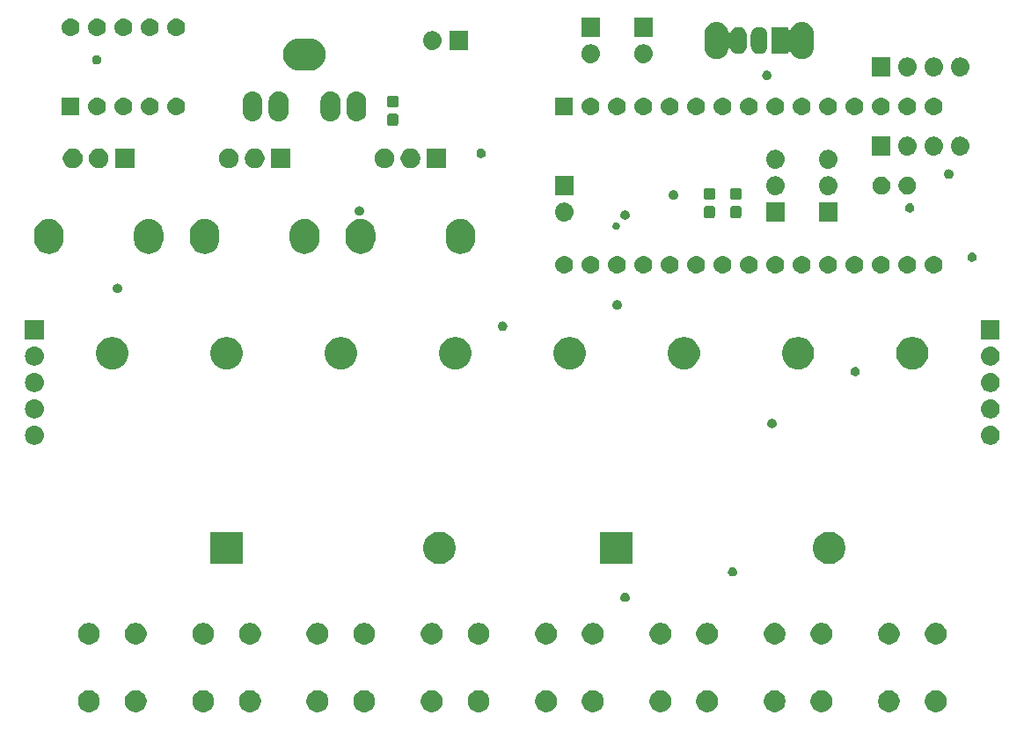
<source format=gbs>
G04 #@! TF.GenerationSoftware,KiCad,Pcbnew,(5.1.4-0)*
G04 #@! TF.CreationDate,2020-07-05T15:44:46+08:00*
G04 #@! TF.ProjectId,pocketSynth,706f636b-6574-4537-996e-74682e6b6963,rev?*
G04 #@! TF.SameCoordinates,PX510ff40PY9896800*
G04 #@! TF.FileFunction,Soldermask,Bot*
G04 #@! TF.FilePolarity,Negative*
%FSLAX46Y46*%
G04 Gerber Fmt 4.6, Leading zero omitted, Abs format (unit mm)*
G04 Created by KiCad (PCBNEW (5.1.4-0)) date 2020-07-05 15:44:46*
%MOMM*%
%LPD*%
G04 APERTURE LIST*
%ADD10C,0.100000*%
G04 APERTURE END LIST*
D10*
G36*
X91056564Y6260611D02*
G01*
X91247833Y6181385D01*
X91247835Y6181384D01*
X91419973Y6066365D01*
X91566365Y5919973D01*
X91681385Y5747833D01*
X91760611Y5556564D01*
X91801000Y5353516D01*
X91801000Y5146484D01*
X91760611Y4943436D01*
X91681385Y4752167D01*
X91681384Y4752165D01*
X91566365Y4580027D01*
X91419973Y4433635D01*
X91247835Y4318616D01*
X91247834Y4318615D01*
X91247833Y4318615D01*
X91056564Y4239389D01*
X90853516Y4199000D01*
X90646484Y4199000D01*
X90443436Y4239389D01*
X90252167Y4318615D01*
X90252166Y4318615D01*
X90252165Y4318616D01*
X90080027Y4433635D01*
X89933635Y4580027D01*
X89818616Y4752165D01*
X89818615Y4752167D01*
X89739389Y4943436D01*
X89699000Y5146484D01*
X89699000Y5353516D01*
X89739389Y5556564D01*
X89818615Y5747833D01*
X89933635Y5919973D01*
X90080027Y6066365D01*
X90252165Y6181384D01*
X90252167Y6181385D01*
X90443436Y6260611D01*
X90646484Y6301000D01*
X90853516Y6301000D01*
X91056564Y6260611D01*
X91056564Y6260611D01*
G37*
G36*
X86556564Y6260611D02*
G01*
X86747833Y6181385D01*
X86747835Y6181384D01*
X86919973Y6066365D01*
X87066365Y5919973D01*
X87181385Y5747833D01*
X87260611Y5556564D01*
X87301000Y5353516D01*
X87301000Y5146484D01*
X87260611Y4943436D01*
X87181385Y4752167D01*
X87181384Y4752165D01*
X87066365Y4580027D01*
X86919973Y4433635D01*
X86747835Y4318616D01*
X86747834Y4318615D01*
X86747833Y4318615D01*
X86556564Y4239389D01*
X86353516Y4199000D01*
X86146484Y4199000D01*
X85943436Y4239389D01*
X85752167Y4318615D01*
X85752166Y4318615D01*
X85752165Y4318616D01*
X85580027Y4433635D01*
X85433635Y4580027D01*
X85318616Y4752165D01*
X85318615Y4752167D01*
X85239389Y4943436D01*
X85199000Y5146484D01*
X85199000Y5353516D01*
X85239389Y5556564D01*
X85318615Y5747833D01*
X85433635Y5919973D01*
X85580027Y6066365D01*
X85752165Y6181384D01*
X85752167Y6181385D01*
X85943436Y6260611D01*
X86146484Y6301000D01*
X86353516Y6301000D01*
X86556564Y6260611D01*
X86556564Y6260611D01*
G37*
G36*
X80056564Y6260611D02*
G01*
X80247833Y6181385D01*
X80247835Y6181384D01*
X80419973Y6066365D01*
X80566365Y5919973D01*
X80681385Y5747833D01*
X80760611Y5556564D01*
X80801000Y5353516D01*
X80801000Y5146484D01*
X80760611Y4943436D01*
X80681385Y4752167D01*
X80681384Y4752165D01*
X80566365Y4580027D01*
X80419973Y4433635D01*
X80247835Y4318616D01*
X80247834Y4318615D01*
X80247833Y4318615D01*
X80056564Y4239389D01*
X79853516Y4199000D01*
X79646484Y4199000D01*
X79443436Y4239389D01*
X79252167Y4318615D01*
X79252166Y4318615D01*
X79252165Y4318616D01*
X79080027Y4433635D01*
X78933635Y4580027D01*
X78818616Y4752165D01*
X78818615Y4752167D01*
X78739389Y4943436D01*
X78699000Y5146484D01*
X78699000Y5353516D01*
X78739389Y5556564D01*
X78818615Y5747833D01*
X78933635Y5919973D01*
X79080027Y6066365D01*
X79252165Y6181384D01*
X79252167Y6181385D01*
X79443436Y6260611D01*
X79646484Y6301000D01*
X79853516Y6301000D01*
X80056564Y6260611D01*
X80056564Y6260611D01*
G37*
G36*
X75556564Y6260611D02*
G01*
X75747833Y6181385D01*
X75747835Y6181384D01*
X75919973Y6066365D01*
X76066365Y5919973D01*
X76181385Y5747833D01*
X76260611Y5556564D01*
X76301000Y5353516D01*
X76301000Y5146484D01*
X76260611Y4943436D01*
X76181385Y4752167D01*
X76181384Y4752165D01*
X76066365Y4580027D01*
X75919973Y4433635D01*
X75747835Y4318616D01*
X75747834Y4318615D01*
X75747833Y4318615D01*
X75556564Y4239389D01*
X75353516Y4199000D01*
X75146484Y4199000D01*
X74943436Y4239389D01*
X74752167Y4318615D01*
X74752166Y4318615D01*
X74752165Y4318616D01*
X74580027Y4433635D01*
X74433635Y4580027D01*
X74318616Y4752165D01*
X74318615Y4752167D01*
X74239389Y4943436D01*
X74199000Y5146484D01*
X74199000Y5353516D01*
X74239389Y5556564D01*
X74318615Y5747833D01*
X74433635Y5919973D01*
X74580027Y6066365D01*
X74752165Y6181384D01*
X74752167Y6181385D01*
X74943436Y6260611D01*
X75146484Y6301000D01*
X75353516Y6301000D01*
X75556564Y6260611D01*
X75556564Y6260611D01*
G37*
G36*
X69056564Y6260611D02*
G01*
X69247833Y6181385D01*
X69247835Y6181384D01*
X69419973Y6066365D01*
X69566365Y5919973D01*
X69681385Y5747833D01*
X69760611Y5556564D01*
X69801000Y5353516D01*
X69801000Y5146484D01*
X69760611Y4943436D01*
X69681385Y4752167D01*
X69681384Y4752165D01*
X69566365Y4580027D01*
X69419973Y4433635D01*
X69247835Y4318616D01*
X69247834Y4318615D01*
X69247833Y4318615D01*
X69056564Y4239389D01*
X68853516Y4199000D01*
X68646484Y4199000D01*
X68443436Y4239389D01*
X68252167Y4318615D01*
X68252166Y4318615D01*
X68252165Y4318616D01*
X68080027Y4433635D01*
X67933635Y4580027D01*
X67818616Y4752165D01*
X67818615Y4752167D01*
X67739389Y4943436D01*
X67699000Y5146484D01*
X67699000Y5353516D01*
X67739389Y5556564D01*
X67818615Y5747833D01*
X67933635Y5919973D01*
X68080027Y6066365D01*
X68252165Y6181384D01*
X68252167Y6181385D01*
X68443436Y6260611D01*
X68646484Y6301000D01*
X68853516Y6301000D01*
X69056564Y6260611D01*
X69056564Y6260611D01*
G37*
G36*
X64556564Y6260611D02*
G01*
X64747833Y6181385D01*
X64747835Y6181384D01*
X64919973Y6066365D01*
X65066365Y5919973D01*
X65181385Y5747833D01*
X65260611Y5556564D01*
X65301000Y5353516D01*
X65301000Y5146484D01*
X65260611Y4943436D01*
X65181385Y4752167D01*
X65181384Y4752165D01*
X65066365Y4580027D01*
X64919973Y4433635D01*
X64747835Y4318616D01*
X64747834Y4318615D01*
X64747833Y4318615D01*
X64556564Y4239389D01*
X64353516Y4199000D01*
X64146484Y4199000D01*
X63943436Y4239389D01*
X63752167Y4318615D01*
X63752166Y4318615D01*
X63752165Y4318616D01*
X63580027Y4433635D01*
X63433635Y4580027D01*
X63318616Y4752165D01*
X63318615Y4752167D01*
X63239389Y4943436D01*
X63199000Y5146484D01*
X63199000Y5353516D01*
X63239389Y5556564D01*
X63318615Y5747833D01*
X63433635Y5919973D01*
X63580027Y6066365D01*
X63752165Y6181384D01*
X63752167Y6181385D01*
X63943436Y6260611D01*
X64146484Y6301000D01*
X64353516Y6301000D01*
X64556564Y6260611D01*
X64556564Y6260611D01*
G37*
G36*
X58056564Y6260611D02*
G01*
X58247833Y6181385D01*
X58247835Y6181384D01*
X58419973Y6066365D01*
X58566365Y5919973D01*
X58681385Y5747833D01*
X58760611Y5556564D01*
X58801000Y5353516D01*
X58801000Y5146484D01*
X58760611Y4943436D01*
X58681385Y4752167D01*
X58681384Y4752165D01*
X58566365Y4580027D01*
X58419973Y4433635D01*
X58247835Y4318616D01*
X58247834Y4318615D01*
X58247833Y4318615D01*
X58056564Y4239389D01*
X57853516Y4199000D01*
X57646484Y4199000D01*
X57443436Y4239389D01*
X57252167Y4318615D01*
X57252166Y4318615D01*
X57252165Y4318616D01*
X57080027Y4433635D01*
X56933635Y4580027D01*
X56818616Y4752165D01*
X56818615Y4752167D01*
X56739389Y4943436D01*
X56699000Y5146484D01*
X56699000Y5353516D01*
X56739389Y5556564D01*
X56818615Y5747833D01*
X56933635Y5919973D01*
X57080027Y6066365D01*
X57252165Y6181384D01*
X57252167Y6181385D01*
X57443436Y6260611D01*
X57646484Y6301000D01*
X57853516Y6301000D01*
X58056564Y6260611D01*
X58056564Y6260611D01*
G37*
G36*
X53556564Y6260611D02*
G01*
X53747833Y6181385D01*
X53747835Y6181384D01*
X53919973Y6066365D01*
X54066365Y5919973D01*
X54181385Y5747833D01*
X54260611Y5556564D01*
X54301000Y5353516D01*
X54301000Y5146484D01*
X54260611Y4943436D01*
X54181385Y4752167D01*
X54181384Y4752165D01*
X54066365Y4580027D01*
X53919973Y4433635D01*
X53747835Y4318616D01*
X53747834Y4318615D01*
X53747833Y4318615D01*
X53556564Y4239389D01*
X53353516Y4199000D01*
X53146484Y4199000D01*
X52943436Y4239389D01*
X52752167Y4318615D01*
X52752166Y4318615D01*
X52752165Y4318616D01*
X52580027Y4433635D01*
X52433635Y4580027D01*
X52318616Y4752165D01*
X52318615Y4752167D01*
X52239389Y4943436D01*
X52199000Y5146484D01*
X52199000Y5353516D01*
X52239389Y5556564D01*
X52318615Y5747833D01*
X52433635Y5919973D01*
X52580027Y6066365D01*
X52752165Y6181384D01*
X52752167Y6181385D01*
X52943436Y6260611D01*
X53146484Y6301000D01*
X53353516Y6301000D01*
X53556564Y6260611D01*
X53556564Y6260611D01*
G37*
G36*
X47056564Y6260611D02*
G01*
X47247833Y6181385D01*
X47247835Y6181384D01*
X47419973Y6066365D01*
X47566365Y5919973D01*
X47681385Y5747833D01*
X47760611Y5556564D01*
X47801000Y5353516D01*
X47801000Y5146484D01*
X47760611Y4943436D01*
X47681385Y4752167D01*
X47681384Y4752165D01*
X47566365Y4580027D01*
X47419973Y4433635D01*
X47247835Y4318616D01*
X47247834Y4318615D01*
X47247833Y4318615D01*
X47056564Y4239389D01*
X46853516Y4199000D01*
X46646484Y4199000D01*
X46443436Y4239389D01*
X46252167Y4318615D01*
X46252166Y4318615D01*
X46252165Y4318616D01*
X46080027Y4433635D01*
X45933635Y4580027D01*
X45818616Y4752165D01*
X45818615Y4752167D01*
X45739389Y4943436D01*
X45699000Y5146484D01*
X45699000Y5353516D01*
X45739389Y5556564D01*
X45818615Y5747833D01*
X45933635Y5919973D01*
X46080027Y6066365D01*
X46252165Y6181384D01*
X46252167Y6181385D01*
X46443436Y6260611D01*
X46646484Y6301000D01*
X46853516Y6301000D01*
X47056564Y6260611D01*
X47056564Y6260611D01*
G37*
G36*
X42556564Y6260611D02*
G01*
X42747833Y6181385D01*
X42747835Y6181384D01*
X42919973Y6066365D01*
X43066365Y5919973D01*
X43181385Y5747833D01*
X43260611Y5556564D01*
X43301000Y5353516D01*
X43301000Y5146484D01*
X43260611Y4943436D01*
X43181385Y4752167D01*
X43181384Y4752165D01*
X43066365Y4580027D01*
X42919973Y4433635D01*
X42747835Y4318616D01*
X42747834Y4318615D01*
X42747833Y4318615D01*
X42556564Y4239389D01*
X42353516Y4199000D01*
X42146484Y4199000D01*
X41943436Y4239389D01*
X41752167Y4318615D01*
X41752166Y4318615D01*
X41752165Y4318616D01*
X41580027Y4433635D01*
X41433635Y4580027D01*
X41318616Y4752165D01*
X41318615Y4752167D01*
X41239389Y4943436D01*
X41199000Y5146484D01*
X41199000Y5353516D01*
X41239389Y5556564D01*
X41318615Y5747833D01*
X41433635Y5919973D01*
X41580027Y6066365D01*
X41752165Y6181384D01*
X41752167Y6181385D01*
X41943436Y6260611D01*
X42146484Y6301000D01*
X42353516Y6301000D01*
X42556564Y6260611D01*
X42556564Y6260611D01*
G37*
G36*
X36056564Y6260611D02*
G01*
X36247833Y6181385D01*
X36247835Y6181384D01*
X36419973Y6066365D01*
X36566365Y5919973D01*
X36681385Y5747833D01*
X36760611Y5556564D01*
X36801000Y5353516D01*
X36801000Y5146484D01*
X36760611Y4943436D01*
X36681385Y4752167D01*
X36681384Y4752165D01*
X36566365Y4580027D01*
X36419973Y4433635D01*
X36247835Y4318616D01*
X36247834Y4318615D01*
X36247833Y4318615D01*
X36056564Y4239389D01*
X35853516Y4199000D01*
X35646484Y4199000D01*
X35443436Y4239389D01*
X35252167Y4318615D01*
X35252166Y4318615D01*
X35252165Y4318616D01*
X35080027Y4433635D01*
X34933635Y4580027D01*
X34818616Y4752165D01*
X34818615Y4752167D01*
X34739389Y4943436D01*
X34699000Y5146484D01*
X34699000Y5353516D01*
X34739389Y5556564D01*
X34818615Y5747833D01*
X34933635Y5919973D01*
X35080027Y6066365D01*
X35252165Y6181384D01*
X35252167Y6181385D01*
X35443436Y6260611D01*
X35646484Y6301000D01*
X35853516Y6301000D01*
X36056564Y6260611D01*
X36056564Y6260611D01*
G37*
G36*
X31556564Y6260611D02*
G01*
X31747833Y6181385D01*
X31747835Y6181384D01*
X31919973Y6066365D01*
X32066365Y5919973D01*
X32181385Y5747833D01*
X32260611Y5556564D01*
X32301000Y5353516D01*
X32301000Y5146484D01*
X32260611Y4943436D01*
X32181385Y4752167D01*
X32181384Y4752165D01*
X32066365Y4580027D01*
X31919973Y4433635D01*
X31747835Y4318616D01*
X31747834Y4318615D01*
X31747833Y4318615D01*
X31556564Y4239389D01*
X31353516Y4199000D01*
X31146484Y4199000D01*
X30943436Y4239389D01*
X30752167Y4318615D01*
X30752166Y4318615D01*
X30752165Y4318616D01*
X30580027Y4433635D01*
X30433635Y4580027D01*
X30318616Y4752165D01*
X30318615Y4752167D01*
X30239389Y4943436D01*
X30199000Y5146484D01*
X30199000Y5353516D01*
X30239389Y5556564D01*
X30318615Y5747833D01*
X30433635Y5919973D01*
X30580027Y6066365D01*
X30752165Y6181384D01*
X30752167Y6181385D01*
X30943436Y6260611D01*
X31146484Y6301000D01*
X31353516Y6301000D01*
X31556564Y6260611D01*
X31556564Y6260611D01*
G37*
G36*
X25056564Y6260611D02*
G01*
X25247833Y6181385D01*
X25247835Y6181384D01*
X25419973Y6066365D01*
X25566365Y5919973D01*
X25681385Y5747833D01*
X25760611Y5556564D01*
X25801000Y5353516D01*
X25801000Y5146484D01*
X25760611Y4943436D01*
X25681385Y4752167D01*
X25681384Y4752165D01*
X25566365Y4580027D01*
X25419973Y4433635D01*
X25247835Y4318616D01*
X25247834Y4318615D01*
X25247833Y4318615D01*
X25056564Y4239389D01*
X24853516Y4199000D01*
X24646484Y4199000D01*
X24443436Y4239389D01*
X24252167Y4318615D01*
X24252166Y4318615D01*
X24252165Y4318616D01*
X24080027Y4433635D01*
X23933635Y4580027D01*
X23818616Y4752165D01*
X23818615Y4752167D01*
X23739389Y4943436D01*
X23699000Y5146484D01*
X23699000Y5353516D01*
X23739389Y5556564D01*
X23818615Y5747833D01*
X23933635Y5919973D01*
X24080027Y6066365D01*
X24252165Y6181384D01*
X24252167Y6181385D01*
X24443436Y6260611D01*
X24646484Y6301000D01*
X24853516Y6301000D01*
X25056564Y6260611D01*
X25056564Y6260611D01*
G37*
G36*
X20556564Y6260611D02*
G01*
X20747833Y6181385D01*
X20747835Y6181384D01*
X20919973Y6066365D01*
X21066365Y5919973D01*
X21181385Y5747833D01*
X21260611Y5556564D01*
X21301000Y5353516D01*
X21301000Y5146484D01*
X21260611Y4943436D01*
X21181385Y4752167D01*
X21181384Y4752165D01*
X21066365Y4580027D01*
X20919973Y4433635D01*
X20747835Y4318616D01*
X20747834Y4318615D01*
X20747833Y4318615D01*
X20556564Y4239389D01*
X20353516Y4199000D01*
X20146484Y4199000D01*
X19943436Y4239389D01*
X19752167Y4318615D01*
X19752166Y4318615D01*
X19752165Y4318616D01*
X19580027Y4433635D01*
X19433635Y4580027D01*
X19318616Y4752165D01*
X19318615Y4752167D01*
X19239389Y4943436D01*
X19199000Y5146484D01*
X19199000Y5353516D01*
X19239389Y5556564D01*
X19318615Y5747833D01*
X19433635Y5919973D01*
X19580027Y6066365D01*
X19752165Y6181384D01*
X19752167Y6181385D01*
X19943436Y6260611D01*
X20146484Y6301000D01*
X20353516Y6301000D01*
X20556564Y6260611D01*
X20556564Y6260611D01*
G37*
G36*
X14056564Y6260611D02*
G01*
X14247833Y6181385D01*
X14247835Y6181384D01*
X14419973Y6066365D01*
X14566365Y5919973D01*
X14681385Y5747833D01*
X14760611Y5556564D01*
X14801000Y5353516D01*
X14801000Y5146484D01*
X14760611Y4943436D01*
X14681385Y4752167D01*
X14681384Y4752165D01*
X14566365Y4580027D01*
X14419973Y4433635D01*
X14247835Y4318616D01*
X14247834Y4318615D01*
X14247833Y4318615D01*
X14056564Y4239389D01*
X13853516Y4199000D01*
X13646484Y4199000D01*
X13443436Y4239389D01*
X13252167Y4318615D01*
X13252166Y4318615D01*
X13252165Y4318616D01*
X13080027Y4433635D01*
X12933635Y4580027D01*
X12818616Y4752165D01*
X12818615Y4752167D01*
X12739389Y4943436D01*
X12699000Y5146484D01*
X12699000Y5353516D01*
X12739389Y5556564D01*
X12818615Y5747833D01*
X12933635Y5919973D01*
X13080027Y6066365D01*
X13252165Y6181384D01*
X13252167Y6181385D01*
X13443436Y6260611D01*
X13646484Y6301000D01*
X13853516Y6301000D01*
X14056564Y6260611D01*
X14056564Y6260611D01*
G37*
G36*
X9556564Y6260611D02*
G01*
X9747833Y6181385D01*
X9747835Y6181384D01*
X9919973Y6066365D01*
X10066365Y5919973D01*
X10181385Y5747833D01*
X10260611Y5556564D01*
X10301000Y5353516D01*
X10301000Y5146484D01*
X10260611Y4943436D01*
X10181385Y4752167D01*
X10181384Y4752165D01*
X10066365Y4580027D01*
X9919973Y4433635D01*
X9747835Y4318616D01*
X9747834Y4318615D01*
X9747833Y4318615D01*
X9556564Y4239389D01*
X9353516Y4199000D01*
X9146484Y4199000D01*
X8943436Y4239389D01*
X8752167Y4318615D01*
X8752166Y4318615D01*
X8752165Y4318616D01*
X8580027Y4433635D01*
X8433635Y4580027D01*
X8318616Y4752165D01*
X8318615Y4752167D01*
X8239389Y4943436D01*
X8199000Y5146484D01*
X8199000Y5353516D01*
X8239389Y5556564D01*
X8318615Y5747833D01*
X8433635Y5919973D01*
X8580027Y6066365D01*
X8752165Y6181384D01*
X8752167Y6181385D01*
X8943436Y6260611D01*
X9146484Y6301000D01*
X9353516Y6301000D01*
X9556564Y6260611D01*
X9556564Y6260611D01*
G37*
G36*
X53556564Y12760611D02*
G01*
X53747833Y12681385D01*
X53747835Y12681384D01*
X53919973Y12566365D01*
X54066365Y12419973D01*
X54181385Y12247833D01*
X54260611Y12056564D01*
X54301000Y11853516D01*
X54301000Y11646484D01*
X54260611Y11443436D01*
X54181385Y11252167D01*
X54181384Y11252165D01*
X54066365Y11080027D01*
X53919973Y10933635D01*
X53747835Y10818616D01*
X53747834Y10818615D01*
X53747833Y10818615D01*
X53556564Y10739389D01*
X53353516Y10699000D01*
X53146484Y10699000D01*
X52943436Y10739389D01*
X52752167Y10818615D01*
X52752166Y10818615D01*
X52752165Y10818616D01*
X52580027Y10933635D01*
X52433635Y11080027D01*
X52318616Y11252165D01*
X52318615Y11252167D01*
X52239389Y11443436D01*
X52199000Y11646484D01*
X52199000Y11853516D01*
X52239389Y12056564D01*
X52318615Y12247833D01*
X52433635Y12419973D01*
X52580027Y12566365D01*
X52752165Y12681384D01*
X52752167Y12681385D01*
X52943436Y12760611D01*
X53146484Y12801000D01*
X53353516Y12801000D01*
X53556564Y12760611D01*
X53556564Y12760611D01*
G37*
G36*
X9556564Y12760611D02*
G01*
X9747833Y12681385D01*
X9747835Y12681384D01*
X9919973Y12566365D01*
X10066365Y12419973D01*
X10181385Y12247833D01*
X10260611Y12056564D01*
X10301000Y11853516D01*
X10301000Y11646484D01*
X10260611Y11443436D01*
X10181385Y11252167D01*
X10181384Y11252165D01*
X10066365Y11080027D01*
X9919973Y10933635D01*
X9747835Y10818616D01*
X9747834Y10818615D01*
X9747833Y10818615D01*
X9556564Y10739389D01*
X9353516Y10699000D01*
X9146484Y10699000D01*
X8943436Y10739389D01*
X8752167Y10818615D01*
X8752166Y10818615D01*
X8752165Y10818616D01*
X8580027Y10933635D01*
X8433635Y11080027D01*
X8318616Y11252165D01*
X8318615Y11252167D01*
X8239389Y11443436D01*
X8199000Y11646484D01*
X8199000Y11853516D01*
X8239389Y12056564D01*
X8318615Y12247833D01*
X8433635Y12419973D01*
X8580027Y12566365D01*
X8752165Y12681384D01*
X8752167Y12681385D01*
X8943436Y12760611D01*
X9146484Y12801000D01*
X9353516Y12801000D01*
X9556564Y12760611D01*
X9556564Y12760611D01*
G37*
G36*
X14056564Y12760611D02*
G01*
X14247833Y12681385D01*
X14247835Y12681384D01*
X14419973Y12566365D01*
X14566365Y12419973D01*
X14681385Y12247833D01*
X14760611Y12056564D01*
X14801000Y11853516D01*
X14801000Y11646484D01*
X14760611Y11443436D01*
X14681385Y11252167D01*
X14681384Y11252165D01*
X14566365Y11080027D01*
X14419973Y10933635D01*
X14247835Y10818616D01*
X14247834Y10818615D01*
X14247833Y10818615D01*
X14056564Y10739389D01*
X13853516Y10699000D01*
X13646484Y10699000D01*
X13443436Y10739389D01*
X13252167Y10818615D01*
X13252166Y10818615D01*
X13252165Y10818616D01*
X13080027Y10933635D01*
X12933635Y11080027D01*
X12818616Y11252165D01*
X12818615Y11252167D01*
X12739389Y11443436D01*
X12699000Y11646484D01*
X12699000Y11853516D01*
X12739389Y12056564D01*
X12818615Y12247833D01*
X12933635Y12419973D01*
X13080027Y12566365D01*
X13252165Y12681384D01*
X13252167Y12681385D01*
X13443436Y12760611D01*
X13646484Y12801000D01*
X13853516Y12801000D01*
X14056564Y12760611D01*
X14056564Y12760611D01*
G37*
G36*
X20556564Y12760611D02*
G01*
X20747833Y12681385D01*
X20747835Y12681384D01*
X20919973Y12566365D01*
X21066365Y12419973D01*
X21181385Y12247833D01*
X21260611Y12056564D01*
X21301000Y11853516D01*
X21301000Y11646484D01*
X21260611Y11443436D01*
X21181385Y11252167D01*
X21181384Y11252165D01*
X21066365Y11080027D01*
X20919973Y10933635D01*
X20747835Y10818616D01*
X20747834Y10818615D01*
X20747833Y10818615D01*
X20556564Y10739389D01*
X20353516Y10699000D01*
X20146484Y10699000D01*
X19943436Y10739389D01*
X19752167Y10818615D01*
X19752166Y10818615D01*
X19752165Y10818616D01*
X19580027Y10933635D01*
X19433635Y11080027D01*
X19318616Y11252165D01*
X19318615Y11252167D01*
X19239389Y11443436D01*
X19199000Y11646484D01*
X19199000Y11853516D01*
X19239389Y12056564D01*
X19318615Y12247833D01*
X19433635Y12419973D01*
X19580027Y12566365D01*
X19752165Y12681384D01*
X19752167Y12681385D01*
X19943436Y12760611D01*
X20146484Y12801000D01*
X20353516Y12801000D01*
X20556564Y12760611D01*
X20556564Y12760611D01*
G37*
G36*
X25056564Y12760611D02*
G01*
X25247833Y12681385D01*
X25247835Y12681384D01*
X25419973Y12566365D01*
X25566365Y12419973D01*
X25681385Y12247833D01*
X25760611Y12056564D01*
X25801000Y11853516D01*
X25801000Y11646484D01*
X25760611Y11443436D01*
X25681385Y11252167D01*
X25681384Y11252165D01*
X25566365Y11080027D01*
X25419973Y10933635D01*
X25247835Y10818616D01*
X25247834Y10818615D01*
X25247833Y10818615D01*
X25056564Y10739389D01*
X24853516Y10699000D01*
X24646484Y10699000D01*
X24443436Y10739389D01*
X24252167Y10818615D01*
X24252166Y10818615D01*
X24252165Y10818616D01*
X24080027Y10933635D01*
X23933635Y11080027D01*
X23818616Y11252165D01*
X23818615Y11252167D01*
X23739389Y11443436D01*
X23699000Y11646484D01*
X23699000Y11853516D01*
X23739389Y12056564D01*
X23818615Y12247833D01*
X23933635Y12419973D01*
X24080027Y12566365D01*
X24252165Y12681384D01*
X24252167Y12681385D01*
X24443436Y12760611D01*
X24646484Y12801000D01*
X24853516Y12801000D01*
X25056564Y12760611D01*
X25056564Y12760611D01*
G37*
G36*
X31556564Y12760611D02*
G01*
X31747833Y12681385D01*
X31747835Y12681384D01*
X31919973Y12566365D01*
X32066365Y12419973D01*
X32181385Y12247833D01*
X32260611Y12056564D01*
X32301000Y11853516D01*
X32301000Y11646484D01*
X32260611Y11443436D01*
X32181385Y11252167D01*
X32181384Y11252165D01*
X32066365Y11080027D01*
X31919973Y10933635D01*
X31747835Y10818616D01*
X31747834Y10818615D01*
X31747833Y10818615D01*
X31556564Y10739389D01*
X31353516Y10699000D01*
X31146484Y10699000D01*
X30943436Y10739389D01*
X30752167Y10818615D01*
X30752166Y10818615D01*
X30752165Y10818616D01*
X30580027Y10933635D01*
X30433635Y11080027D01*
X30318616Y11252165D01*
X30318615Y11252167D01*
X30239389Y11443436D01*
X30199000Y11646484D01*
X30199000Y11853516D01*
X30239389Y12056564D01*
X30318615Y12247833D01*
X30433635Y12419973D01*
X30580027Y12566365D01*
X30752165Y12681384D01*
X30752167Y12681385D01*
X30943436Y12760611D01*
X31146484Y12801000D01*
X31353516Y12801000D01*
X31556564Y12760611D01*
X31556564Y12760611D01*
G37*
G36*
X36056564Y12760611D02*
G01*
X36247833Y12681385D01*
X36247835Y12681384D01*
X36419973Y12566365D01*
X36566365Y12419973D01*
X36681385Y12247833D01*
X36760611Y12056564D01*
X36801000Y11853516D01*
X36801000Y11646484D01*
X36760611Y11443436D01*
X36681385Y11252167D01*
X36681384Y11252165D01*
X36566365Y11080027D01*
X36419973Y10933635D01*
X36247835Y10818616D01*
X36247834Y10818615D01*
X36247833Y10818615D01*
X36056564Y10739389D01*
X35853516Y10699000D01*
X35646484Y10699000D01*
X35443436Y10739389D01*
X35252167Y10818615D01*
X35252166Y10818615D01*
X35252165Y10818616D01*
X35080027Y10933635D01*
X34933635Y11080027D01*
X34818616Y11252165D01*
X34818615Y11252167D01*
X34739389Y11443436D01*
X34699000Y11646484D01*
X34699000Y11853516D01*
X34739389Y12056564D01*
X34818615Y12247833D01*
X34933635Y12419973D01*
X35080027Y12566365D01*
X35252165Y12681384D01*
X35252167Y12681385D01*
X35443436Y12760611D01*
X35646484Y12801000D01*
X35853516Y12801000D01*
X36056564Y12760611D01*
X36056564Y12760611D01*
G37*
G36*
X42556564Y12760611D02*
G01*
X42747833Y12681385D01*
X42747835Y12681384D01*
X42919973Y12566365D01*
X43066365Y12419973D01*
X43181385Y12247833D01*
X43260611Y12056564D01*
X43301000Y11853516D01*
X43301000Y11646484D01*
X43260611Y11443436D01*
X43181385Y11252167D01*
X43181384Y11252165D01*
X43066365Y11080027D01*
X42919973Y10933635D01*
X42747835Y10818616D01*
X42747834Y10818615D01*
X42747833Y10818615D01*
X42556564Y10739389D01*
X42353516Y10699000D01*
X42146484Y10699000D01*
X41943436Y10739389D01*
X41752167Y10818615D01*
X41752166Y10818615D01*
X41752165Y10818616D01*
X41580027Y10933635D01*
X41433635Y11080027D01*
X41318616Y11252165D01*
X41318615Y11252167D01*
X41239389Y11443436D01*
X41199000Y11646484D01*
X41199000Y11853516D01*
X41239389Y12056564D01*
X41318615Y12247833D01*
X41433635Y12419973D01*
X41580027Y12566365D01*
X41752165Y12681384D01*
X41752167Y12681385D01*
X41943436Y12760611D01*
X42146484Y12801000D01*
X42353516Y12801000D01*
X42556564Y12760611D01*
X42556564Y12760611D01*
G37*
G36*
X47056564Y12760611D02*
G01*
X47247833Y12681385D01*
X47247835Y12681384D01*
X47419973Y12566365D01*
X47566365Y12419973D01*
X47681385Y12247833D01*
X47760611Y12056564D01*
X47801000Y11853516D01*
X47801000Y11646484D01*
X47760611Y11443436D01*
X47681385Y11252167D01*
X47681384Y11252165D01*
X47566365Y11080027D01*
X47419973Y10933635D01*
X47247835Y10818616D01*
X47247834Y10818615D01*
X47247833Y10818615D01*
X47056564Y10739389D01*
X46853516Y10699000D01*
X46646484Y10699000D01*
X46443436Y10739389D01*
X46252167Y10818615D01*
X46252166Y10818615D01*
X46252165Y10818616D01*
X46080027Y10933635D01*
X45933635Y11080027D01*
X45818616Y11252165D01*
X45818615Y11252167D01*
X45739389Y11443436D01*
X45699000Y11646484D01*
X45699000Y11853516D01*
X45739389Y12056564D01*
X45818615Y12247833D01*
X45933635Y12419973D01*
X46080027Y12566365D01*
X46252165Y12681384D01*
X46252167Y12681385D01*
X46443436Y12760611D01*
X46646484Y12801000D01*
X46853516Y12801000D01*
X47056564Y12760611D01*
X47056564Y12760611D01*
G37*
G36*
X58056564Y12760611D02*
G01*
X58247833Y12681385D01*
X58247835Y12681384D01*
X58419973Y12566365D01*
X58566365Y12419973D01*
X58681385Y12247833D01*
X58760611Y12056564D01*
X58801000Y11853516D01*
X58801000Y11646484D01*
X58760611Y11443436D01*
X58681385Y11252167D01*
X58681384Y11252165D01*
X58566365Y11080027D01*
X58419973Y10933635D01*
X58247835Y10818616D01*
X58247834Y10818615D01*
X58247833Y10818615D01*
X58056564Y10739389D01*
X57853516Y10699000D01*
X57646484Y10699000D01*
X57443436Y10739389D01*
X57252167Y10818615D01*
X57252166Y10818615D01*
X57252165Y10818616D01*
X57080027Y10933635D01*
X56933635Y11080027D01*
X56818616Y11252165D01*
X56818615Y11252167D01*
X56739389Y11443436D01*
X56699000Y11646484D01*
X56699000Y11853516D01*
X56739389Y12056564D01*
X56818615Y12247833D01*
X56933635Y12419973D01*
X57080027Y12566365D01*
X57252165Y12681384D01*
X57252167Y12681385D01*
X57443436Y12760611D01*
X57646484Y12801000D01*
X57853516Y12801000D01*
X58056564Y12760611D01*
X58056564Y12760611D01*
G37*
G36*
X64556564Y12760611D02*
G01*
X64747833Y12681385D01*
X64747835Y12681384D01*
X64919973Y12566365D01*
X65066365Y12419973D01*
X65181385Y12247833D01*
X65260611Y12056564D01*
X65301000Y11853516D01*
X65301000Y11646484D01*
X65260611Y11443436D01*
X65181385Y11252167D01*
X65181384Y11252165D01*
X65066365Y11080027D01*
X64919973Y10933635D01*
X64747835Y10818616D01*
X64747834Y10818615D01*
X64747833Y10818615D01*
X64556564Y10739389D01*
X64353516Y10699000D01*
X64146484Y10699000D01*
X63943436Y10739389D01*
X63752167Y10818615D01*
X63752166Y10818615D01*
X63752165Y10818616D01*
X63580027Y10933635D01*
X63433635Y11080027D01*
X63318616Y11252165D01*
X63318615Y11252167D01*
X63239389Y11443436D01*
X63199000Y11646484D01*
X63199000Y11853516D01*
X63239389Y12056564D01*
X63318615Y12247833D01*
X63433635Y12419973D01*
X63580027Y12566365D01*
X63752165Y12681384D01*
X63752167Y12681385D01*
X63943436Y12760611D01*
X64146484Y12801000D01*
X64353516Y12801000D01*
X64556564Y12760611D01*
X64556564Y12760611D01*
G37*
G36*
X69056564Y12760611D02*
G01*
X69247833Y12681385D01*
X69247835Y12681384D01*
X69419973Y12566365D01*
X69566365Y12419973D01*
X69681385Y12247833D01*
X69760611Y12056564D01*
X69801000Y11853516D01*
X69801000Y11646484D01*
X69760611Y11443436D01*
X69681385Y11252167D01*
X69681384Y11252165D01*
X69566365Y11080027D01*
X69419973Y10933635D01*
X69247835Y10818616D01*
X69247834Y10818615D01*
X69247833Y10818615D01*
X69056564Y10739389D01*
X68853516Y10699000D01*
X68646484Y10699000D01*
X68443436Y10739389D01*
X68252167Y10818615D01*
X68252166Y10818615D01*
X68252165Y10818616D01*
X68080027Y10933635D01*
X67933635Y11080027D01*
X67818616Y11252165D01*
X67818615Y11252167D01*
X67739389Y11443436D01*
X67699000Y11646484D01*
X67699000Y11853516D01*
X67739389Y12056564D01*
X67818615Y12247833D01*
X67933635Y12419973D01*
X68080027Y12566365D01*
X68252165Y12681384D01*
X68252167Y12681385D01*
X68443436Y12760611D01*
X68646484Y12801000D01*
X68853516Y12801000D01*
X69056564Y12760611D01*
X69056564Y12760611D01*
G37*
G36*
X75556564Y12760611D02*
G01*
X75747833Y12681385D01*
X75747835Y12681384D01*
X75919973Y12566365D01*
X76066365Y12419973D01*
X76181385Y12247833D01*
X76260611Y12056564D01*
X76301000Y11853516D01*
X76301000Y11646484D01*
X76260611Y11443436D01*
X76181385Y11252167D01*
X76181384Y11252165D01*
X76066365Y11080027D01*
X75919973Y10933635D01*
X75747835Y10818616D01*
X75747834Y10818615D01*
X75747833Y10818615D01*
X75556564Y10739389D01*
X75353516Y10699000D01*
X75146484Y10699000D01*
X74943436Y10739389D01*
X74752167Y10818615D01*
X74752166Y10818615D01*
X74752165Y10818616D01*
X74580027Y10933635D01*
X74433635Y11080027D01*
X74318616Y11252165D01*
X74318615Y11252167D01*
X74239389Y11443436D01*
X74199000Y11646484D01*
X74199000Y11853516D01*
X74239389Y12056564D01*
X74318615Y12247833D01*
X74433635Y12419973D01*
X74580027Y12566365D01*
X74752165Y12681384D01*
X74752167Y12681385D01*
X74943436Y12760611D01*
X75146484Y12801000D01*
X75353516Y12801000D01*
X75556564Y12760611D01*
X75556564Y12760611D01*
G37*
G36*
X80056564Y12760611D02*
G01*
X80247833Y12681385D01*
X80247835Y12681384D01*
X80419973Y12566365D01*
X80566365Y12419973D01*
X80681385Y12247833D01*
X80760611Y12056564D01*
X80801000Y11853516D01*
X80801000Y11646484D01*
X80760611Y11443436D01*
X80681385Y11252167D01*
X80681384Y11252165D01*
X80566365Y11080027D01*
X80419973Y10933635D01*
X80247835Y10818616D01*
X80247834Y10818615D01*
X80247833Y10818615D01*
X80056564Y10739389D01*
X79853516Y10699000D01*
X79646484Y10699000D01*
X79443436Y10739389D01*
X79252167Y10818615D01*
X79252166Y10818615D01*
X79252165Y10818616D01*
X79080027Y10933635D01*
X78933635Y11080027D01*
X78818616Y11252165D01*
X78818615Y11252167D01*
X78739389Y11443436D01*
X78699000Y11646484D01*
X78699000Y11853516D01*
X78739389Y12056564D01*
X78818615Y12247833D01*
X78933635Y12419973D01*
X79080027Y12566365D01*
X79252165Y12681384D01*
X79252167Y12681385D01*
X79443436Y12760611D01*
X79646484Y12801000D01*
X79853516Y12801000D01*
X80056564Y12760611D01*
X80056564Y12760611D01*
G37*
G36*
X91056564Y12760611D02*
G01*
X91247833Y12681385D01*
X91247835Y12681384D01*
X91419973Y12566365D01*
X91566365Y12419973D01*
X91681385Y12247833D01*
X91760611Y12056564D01*
X91801000Y11853516D01*
X91801000Y11646484D01*
X91760611Y11443436D01*
X91681385Y11252167D01*
X91681384Y11252165D01*
X91566365Y11080027D01*
X91419973Y10933635D01*
X91247835Y10818616D01*
X91247834Y10818615D01*
X91247833Y10818615D01*
X91056564Y10739389D01*
X90853516Y10699000D01*
X90646484Y10699000D01*
X90443436Y10739389D01*
X90252167Y10818615D01*
X90252166Y10818615D01*
X90252165Y10818616D01*
X90080027Y10933635D01*
X89933635Y11080027D01*
X89818616Y11252165D01*
X89818615Y11252167D01*
X89739389Y11443436D01*
X89699000Y11646484D01*
X89699000Y11853516D01*
X89739389Y12056564D01*
X89818615Y12247833D01*
X89933635Y12419973D01*
X90080027Y12566365D01*
X90252165Y12681384D01*
X90252167Y12681385D01*
X90443436Y12760611D01*
X90646484Y12801000D01*
X90853516Y12801000D01*
X91056564Y12760611D01*
X91056564Y12760611D01*
G37*
G36*
X86556564Y12760611D02*
G01*
X86747833Y12681385D01*
X86747835Y12681384D01*
X86919973Y12566365D01*
X87066365Y12419973D01*
X87181385Y12247833D01*
X87260611Y12056564D01*
X87301000Y11853516D01*
X87301000Y11646484D01*
X87260611Y11443436D01*
X87181385Y11252167D01*
X87181384Y11252165D01*
X87066365Y11080027D01*
X86919973Y10933635D01*
X86747835Y10818616D01*
X86747834Y10818615D01*
X86747833Y10818615D01*
X86556564Y10739389D01*
X86353516Y10699000D01*
X86146484Y10699000D01*
X85943436Y10739389D01*
X85752167Y10818615D01*
X85752166Y10818615D01*
X85752165Y10818616D01*
X85580027Y10933635D01*
X85433635Y11080027D01*
X85318616Y11252165D01*
X85318615Y11252167D01*
X85239389Y11443436D01*
X85199000Y11646484D01*
X85199000Y11853516D01*
X85239389Y12056564D01*
X85318615Y12247833D01*
X85433635Y12419973D01*
X85580027Y12566365D01*
X85752165Y12681384D01*
X85752167Y12681385D01*
X85943436Y12760611D01*
X86146484Y12801000D01*
X86353516Y12801000D01*
X86556564Y12760611D01*
X86556564Y12760611D01*
G37*
G36*
X60987752Y15686969D02*
G01*
X61069827Y15652972D01*
X61069829Y15652971D01*
X61107013Y15628125D01*
X61143695Y15603615D01*
X61206515Y15540795D01*
X61255872Y15466927D01*
X61289869Y15384852D01*
X61307200Y15297721D01*
X61307200Y15208879D01*
X61289869Y15121748D01*
X61255872Y15039673D01*
X61255871Y15039671D01*
X61206514Y14965804D01*
X61143696Y14902986D01*
X61069829Y14853629D01*
X61069828Y14853628D01*
X61069827Y14853628D01*
X60987752Y14819631D01*
X60900621Y14802300D01*
X60811779Y14802300D01*
X60724648Y14819631D01*
X60642573Y14853628D01*
X60642572Y14853628D01*
X60642571Y14853629D01*
X60568704Y14902986D01*
X60505886Y14965804D01*
X60456529Y15039671D01*
X60456528Y15039673D01*
X60422531Y15121748D01*
X60405200Y15208879D01*
X60405200Y15297721D01*
X60422531Y15384852D01*
X60456528Y15466927D01*
X60505885Y15540795D01*
X60568705Y15603615D01*
X60605387Y15628125D01*
X60642571Y15652971D01*
X60642573Y15652972D01*
X60724648Y15686969D01*
X60811779Y15704300D01*
X60900621Y15704300D01*
X60987752Y15686969D01*
X60987752Y15686969D01*
G37*
G36*
X71328752Y18144269D02*
G01*
X71410827Y18110272D01*
X71410829Y18110271D01*
X71448013Y18085425D01*
X71484695Y18060915D01*
X71547515Y17998095D01*
X71596872Y17924227D01*
X71630869Y17842152D01*
X71648200Y17755021D01*
X71648200Y17666179D01*
X71630869Y17579048D01*
X71596872Y17496973D01*
X71596871Y17496971D01*
X71547514Y17423104D01*
X71484696Y17360286D01*
X71410829Y17310929D01*
X71410828Y17310928D01*
X71410827Y17310928D01*
X71328752Y17276931D01*
X71241621Y17259600D01*
X71152779Y17259600D01*
X71065648Y17276931D01*
X70983573Y17310928D01*
X70983572Y17310928D01*
X70983571Y17310929D01*
X70909704Y17360286D01*
X70846886Y17423104D01*
X70797529Y17496971D01*
X70797528Y17496973D01*
X70763531Y17579048D01*
X70746200Y17666179D01*
X70746200Y17755021D01*
X70763531Y17842152D01*
X70797528Y17924227D01*
X70846885Y17998095D01*
X70909705Y18060915D01*
X70946387Y18085425D01*
X70983571Y18110271D01*
X70983573Y18110272D01*
X71065648Y18144269D01*
X71152779Y18161600D01*
X71241621Y18161600D01*
X71328752Y18144269D01*
X71328752Y18144269D01*
G37*
G36*
X61551000Y18449000D02*
G01*
X58449000Y18449000D01*
X58449000Y21551000D01*
X61551000Y21551000D01*
X61551000Y18449000D01*
X61551000Y18449000D01*
G37*
G36*
X43292585Y21521198D02*
G01*
X43442410Y21491396D01*
X43724674Y21374479D01*
X43978705Y21204741D01*
X44194741Y20988705D01*
X44364479Y20734674D01*
X44481396Y20452410D01*
X44541000Y20152760D01*
X44541000Y19847240D01*
X44481396Y19547590D01*
X44364479Y19265326D01*
X44194741Y19011295D01*
X43978705Y18795259D01*
X43724674Y18625521D01*
X43442410Y18508604D01*
X43292585Y18478802D01*
X43142761Y18449000D01*
X42837239Y18449000D01*
X42687415Y18478802D01*
X42537590Y18508604D01*
X42255326Y18625521D01*
X42001295Y18795259D01*
X41785259Y19011295D01*
X41615521Y19265326D01*
X41498604Y19547590D01*
X41439000Y19847240D01*
X41439000Y20152760D01*
X41498604Y20452410D01*
X41615521Y20734674D01*
X41785259Y20988705D01*
X42001295Y21204741D01*
X42255326Y21374479D01*
X42537590Y21491396D01*
X42687415Y21521198D01*
X42837239Y21551000D01*
X43142761Y21551000D01*
X43292585Y21521198D01*
X43292585Y21521198D01*
G37*
G36*
X24051000Y18449000D02*
G01*
X20949000Y18449000D01*
X20949000Y21551000D01*
X24051000Y21551000D01*
X24051000Y18449000D01*
X24051000Y18449000D01*
G37*
G36*
X80792585Y21521198D02*
G01*
X80942410Y21491396D01*
X81224674Y21374479D01*
X81478705Y21204741D01*
X81694741Y20988705D01*
X81864479Y20734674D01*
X81981396Y20452410D01*
X82041000Y20152760D01*
X82041000Y19847240D01*
X81981396Y19547590D01*
X81864479Y19265326D01*
X81694741Y19011295D01*
X81478705Y18795259D01*
X81224674Y18625521D01*
X80942410Y18508604D01*
X80792585Y18478802D01*
X80642761Y18449000D01*
X80337239Y18449000D01*
X80187415Y18478802D01*
X80037590Y18508604D01*
X79755326Y18625521D01*
X79501295Y18795259D01*
X79285259Y19011295D01*
X79115521Y19265326D01*
X78998604Y19547590D01*
X78939000Y19847240D01*
X78939000Y20152760D01*
X78998604Y20452410D01*
X79115521Y20734674D01*
X79285259Y20988705D01*
X79501295Y21204741D01*
X79755326Y21374479D01*
X80037590Y21491396D01*
X80187415Y21521198D01*
X80337239Y21551000D01*
X80642761Y21551000D01*
X80792585Y21521198D01*
X80792585Y21521198D01*
G37*
G36*
X96110442Y31734482D02*
G01*
X96176627Y31727963D01*
X96346466Y31676443D01*
X96502991Y31592778D01*
X96538729Y31563448D01*
X96640186Y31480186D01*
X96723448Y31378729D01*
X96752778Y31342991D01*
X96836443Y31186466D01*
X96887963Y31016627D01*
X96905359Y30840000D01*
X96887963Y30663373D01*
X96836443Y30493534D01*
X96752778Y30337009D01*
X96723448Y30301271D01*
X96640186Y30199814D01*
X96538729Y30116552D01*
X96502991Y30087222D01*
X96346466Y30003557D01*
X96176627Y29952037D01*
X96110442Y29945518D01*
X96044260Y29939000D01*
X95955740Y29939000D01*
X95889558Y29945518D01*
X95823373Y29952037D01*
X95653534Y30003557D01*
X95497009Y30087222D01*
X95461271Y30116552D01*
X95359814Y30199814D01*
X95276552Y30301271D01*
X95247222Y30337009D01*
X95163557Y30493534D01*
X95112037Y30663373D01*
X95094641Y30840000D01*
X95112037Y31016627D01*
X95163557Y31186466D01*
X95247222Y31342991D01*
X95276552Y31378729D01*
X95359814Y31480186D01*
X95461271Y31563448D01*
X95497009Y31592778D01*
X95653534Y31676443D01*
X95823373Y31727963D01*
X95889558Y31734482D01*
X95955740Y31741000D01*
X96044260Y31741000D01*
X96110442Y31734482D01*
X96110442Y31734482D01*
G37*
G36*
X4110442Y31734482D02*
G01*
X4176627Y31727963D01*
X4346466Y31676443D01*
X4502991Y31592778D01*
X4538729Y31563448D01*
X4640186Y31480186D01*
X4723448Y31378729D01*
X4752778Y31342991D01*
X4836443Y31186466D01*
X4887963Y31016627D01*
X4905359Y30840000D01*
X4887963Y30663373D01*
X4836443Y30493534D01*
X4752778Y30337009D01*
X4723448Y30301271D01*
X4640186Y30199814D01*
X4538729Y30116552D01*
X4502991Y30087222D01*
X4346466Y30003557D01*
X4176627Y29952037D01*
X4110442Y29945518D01*
X4044260Y29939000D01*
X3955740Y29939000D01*
X3889558Y29945518D01*
X3823373Y29952037D01*
X3653534Y30003557D01*
X3497009Y30087222D01*
X3461271Y30116552D01*
X3359814Y30199814D01*
X3276552Y30301271D01*
X3247222Y30337009D01*
X3163557Y30493534D01*
X3112037Y30663373D01*
X3094641Y30840000D01*
X3112037Y31016627D01*
X3163557Y31186466D01*
X3247222Y31342991D01*
X3276552Y31378729D01*
X3359814Y31480186D01*
X3461271Y31563448D01*
X3497009Y31592778D01*
X3653534Y31676443D01*
X3823373Y31727963D01*
X3889558Y31734482D01*
X3955740Y31741000D01*
X4044260Y31741000D01*
X4110442Y31734482D01*
X4110442Y31734482D01*
G37*
G36*
X75131552Y32433669D02*
G01*
X75213627Y32399672D01*
X75213629Y32399671D01*
X75250813Y32374825D01*
X75287495Y32350315D01*
X75350315Y32287495D01*
X75399672Y32213627D01*
X75433669Y32131552D01*
X75451000Y32044421D01*
X75451000Y31955579D01*
X75433669Y31868448D01*
X75399672Y31786373D01*
X75399671Y31786371D01*
X75350314Y31712504D01*
X75287496Y31649686D01*
X75213629Y31600329D01*
X75213628Y31600328D01*
X75213627Y31600328D01*
X75131552Y31566331D01*
X75044421Y31549000D01*
X74955579Y31549000D01*
X74868448Y31566331D01*
X74786373Y31600328D01*
X74786372Y31600328D01*
X74786371Y31600329D01*
X74712504Y31649686D01*
X74649686Y31712504D01*
X74600329Y31786371D01*
X74600328Y31786373D01*
X74566331Y31868448D01*
X74549000Y31955579D01*
X74549000Y32044421D01*
X74566331Y32131552D01*
X74600328Y32213627D01*
X74649685Y32287495D01*
X74712505Y32350315D01*
X74749187Y32374825D01*
X74786371Y32399671D01*
X74786373Y32399672D01*
X74868448Y32433669D01*
X74955579Y32451000D01*
X75044421Y32451000D01*
X75131552Y32433669D01*
X75131552Y32433669D01*
G37*
G36*
X96110443Y34274481D02*
G01*
X96176627Y34267963D01*
X96346466Y34216443D01*
X96502991Y34132778D01*
X96538729Y34103448D01*
X96640186Y34020186D01*
X96723448Y33918729D01*
X96752778Y33882991D01*
X96836443Y33726466D01*
X96887963Y33556627D01*
X96905359Y33380000D01*
X96887963Y33203373D01*
X96836443Y33033534D01*
X96752778Y32877009D01*
X96723448Y32841271D01*
X96640186Y32739814D01*
X96538729Y32656552D01*
X96502991Y32627222D01*
X96346466Y32543557D01*
X96176627Y32492037D01*
X96110443Y32485519D01*
X96044260Y32479000D01*
X95955740Y32479000D01*
X95889557Y32485519D01*
X95823373Y32492037D01*
X95653534Y32543557D01*
X95497009Y32627222D01*
X95461271Y32656552D01*
X95359814Y32739814D01*
X95276552Y32841271D01*
X95247222Y32877009D01*
X95163557Y33033534D01*
X95112037Y33203373D01*
X95094641Y33380000D01*
X95112037Y33556627D01*
X95163557Y33726466D01*
X95247222Y33882991D01*
X95276552Y33918729D01*
X95359814Y34020186D01*
X95461271Y34103448D01*
X95497009Y34132778D01*
X95653534Y34216443D01*
X95823373Y34267963D01*
X95889557Y34274481D01*
X95955740Y34281000D01*
X96044260Y34281000D01*
X96110443Y34274481D01*
X96110443Y34274481D01*
G37*
G36*
X4110443Y34274481D02*
G01*
X4176627Y34267963D01*
X4346466Y34216443D01*
X4502991Y34132778D01*
X4538729Y34103448D01*
X4640186Y34020186D01*
X4723448Y33918729D01*
X4752778Y33882991D01*
X4836443Y33726466D01*
X4887963Y33556627D01*
X4905359Y33380000D01*
X4887963Y33203373D01*
X4836443Y33033534D01*
X4752778Y32877009D01*
X4723448Y32841271D01*
X4640186Y32739814D01*
X4538729Y32656552D01*
X4502991Y32627222D01*
X4346466Y32543557D01*
X4176627Y32492037D01*
X4110443Y32485519D01*
X4044260Y32479000D01*
X3955740Y32479000D01*
X3889557Y32485519D01*
X3823373Y32492037D01*
X3653534Y32543557D01*
X3497009Y32627222D01*
X3461271Y32656552D01*
X3359814Y32739814D01*
X3276552Y32841271D01*
X3247222Y32877009D01*
X3163557Y33033534D01*
X3112037Y33203373D01*
X3094641Y33380000D01*
X3112037Y33556627D01*
X3163557Y33726466D01*
X3247222Y33882991D01*
X3276552Y33918729D01*
X3359814Y34020186D01*
X3461271Y34103448D01*
X3497009Y34132778D01*
X3653534Y34216443D01*
X3823373Y34267963D01*
X3889557Y34274481D01*
X3955740Y34281000D01*
X4044260Y34281000D01*
X4110443Y34274481D01*
X4110443Y34274481D01*
G37*
G36*
X96110443Y36814481D02*
G01*
X96176627Y36807963D01*
X96346466Y36756443D01*
X96502991Y36672778D01*
X96531128Y36649686D01*
X96640186Y36560186D01*
X96723448Y36458729D01*
X96752778Y36422991D01*
X96836443Y36266466D01*
X96887963Y36096627D01*
X96905359Y35920000D01*
X96887963Y35743373D01*
X96836443Y35573534D01*
X96752778Y35417009D01*
X96723448Y35381271D01*
X96640186Y35279814D01*
X96538729Y35196552D01*
X96502991Y35167222D01*
X96346466Y35083557D01*
X96176627Y35032037D01*
X96110443Y35025519D01*
X96044260Y35019000D01*
X95955740Y35019000D01*
X95889557Y35025519D01*
X95823373Y35032037D01*
X95653534Y35083557D01*
X95497009Y35167222D01*
X95461271Y35196552D01*
X95359814Y35279814D01*
X95276552Y35381271D01*
X95247222Y35417009D01*
X95163557Y35573534D01*
X95112037Y35743373D01*
X95094641Y35920000D01*
X95112037Y36096627D01*
X95163557Y36266466D01*
X95247222Y36422991D01*
X95276552Y36458729D01*
X95359814Y36560186D01*
X95468872Y36649686D01*
X95497009Y36672778D01*
X95653534Y36756443D01*
X95823373Y36807963D01*
X95889557Y36814481D01*
X95955740Y36821000D01*
X96044260Y36821000D01*
X96110443Y36814481D01*
X96110443Y36814481D01*
G37*
G36*
X4110443Y36814481D02*
G01*
X4176627Y36807963D01*
X4346466Y36756443D01*
X4502991Y36672778D01*
X4531128Y36649686D01*
X4640186Y36560186D01*
X4723448Y36458729D01*
X4752778Y36422991D01*
X4836443Y36266466D01*
X4887963Y36096627D01*
X4905359Y35920000D01*
X4887963Y35743373D01*
X4836443Y35573534D01*
X4752778Y35417009D01*
X4723448Y35381271D01*
X4640186Y35279814D01*
X4538729Y35196552D01*
X4502991Y35167222D01*
X4346466Y35083557D01*
X4176627Y35032037D01*
X4110443Y35025519D01*
X4044260Y35019000D01*
X3955740Y35019000D01*
X3889557Y35025519D01*
X3823373Y35032037D01*
X3653534Y35083557D01*
X3497009Y35167222D01*
X3461271Y35196552D01*
X3359814Y35279814D01*
X3276552Y35381271D01*
X3247222Y35417009D01*
X3163557Y35573534D01*
X3112037Y35743373D01*
X3094641Y35920000D01*
X3112037Y36096627D01*
X3163557Y36266466D01*
X3247222Y36422991D01*
X3276552Y36458729D01*
X3359814Y36560186D01*
X3468872Y36649686D01*
X3497009Y36672778D01*
X3653534Y36756443D01*
X3823373Y36807963D01*
X3889557Y36814481D01*
X3955740Y36821000D01*
X4044260Y36821000D01*
X4110443Y36814481D01*
X4110443Y36814481D01*
G37*
G36*
X83131552Y37433669D02*
G01*
X83213627Y37399672D01*
X83213629Y37399671D01*
X83249772Y37375521D01*
X83287495Y37350315D01*
X83350315Y37287495D01*
X83399672Y37213627D01*
X83433669Y37131552D01*
X83451000Y37044421D01*
X83451000Y36955579D01*
X83433669Y36868448D01*
X83414015Y36821000D01*
X83399671Y36786371D01*
X83350314Y36712504D01*
X83287496Y36649686D01*
X83213629Y36600329D01*
X83213628Y36600328D01*
X83213627Y36600328D01*
X83131552Y36566331D01*
X83044421Y36549000D01*
X82955579Y36549000D01*
X82868448Y36566331D01*
X82786373Y36600328D01*
X82786372Y36600328D01*
X82786371Y36600329D01*
X82712504Y36649686D01*
X82649686Y36712504D01*
X82600329Y36786371D01*
X82585985Y36821000D01*
X82566331Y36868448D01*
X82549000Y36955579D01*
X82549000Y37044421D01*
X82566331Y37131552D01*
X82600328Y37213627D01*
X82649685Y37287495D01*
X82712505Y37350315D01*
X82750228Y37375521D01*
X82786371Y37399671D01*
X82786373Y37399672D01*
X82868448Y37433669D01*
X82955579Y37451000D01*
X83044421Y37451000D01*
X83131552Y37433669D01*
X83131552Y37433669D01*
G37*
G36*
X88802585Y40271198D02*
G01*
X88952410Y40241396D01*
X89234674Y40124479D01*
X89488705Y39954741D01*
X89704741Y39738705D01*
X89874479Y39484674D01*
X89991396Y39202410D01*
X90051000Y38902760D01*
X90051000Y38597240D01*
X89991396Y38297590D01*
X89874479Y38015326D01*
X89704741Y37761295D01*
X89488705Y37545259D01*
X89234674Y37375521D01*
X88952410Y37258604D01*
X88802585Y37228802D01*
X88652761Y37199000D01*
X88347239Y37199000D01*
X88197415Y37228802D01*
X88047590Y37258604D01*
X87765326Y37375521D01*
X87511295Y37545259D01*
X87295259Y37761295D01*
X87125521Y38015326D01*
X87008604Y38297590D01*
X86949000Y38597240D01*
X86949000Y38902760D01*
X87008604Y39202410D01*
X87125521Y39484674D01*
X87295259Y39738705D01*
X87511295Y39954741D01*
X87765326Y40124479D01*
X88047590Y40241396D01*
X88197415Y40271198D01*
X88347239Y40301000D01*
X88652761Y40301000D01*
X88802585Y40271198D01*
X88802585Y40271198D01*
G37*
G36*
X77802585Y40271198D02*
G01*
X77952410Y40241396D01*
X78234674Y40124479D01*
X78488705Y39954741D01*
X78704741Y39738705D01*
X78874479Y39484674D01*
X78991396Y39202410D01*
X79051000Y38902760D01*
X79051000Y38597240D01*
X78991396Y38297590D01*
X78874479Y38015326D01*
X78704741Y37761295D01*
X78488705Y37545259D01*
X78234674Y37375521D01*
X77952410Y37258604D01*
X77802585Y37228802D01*
X77652761Y37199000D01*
X77347239Y37199000D01*
X77197415Y37228802D01*
X77047590Y37258604D01*
X76765326Y37375521D01*
X76511295Y37545259D01*
X76295259Y37761295D01*
X76125521Y38015326D01*
X76008604Y38297590D01*
X75949000Y38597240D01*
X75949000Y38902760D01*
X76008604Y39202410D01*
X76125521Y39484674D01*
X76295259Y39738705D01*
X76511295Y39954741D01*
X76765326Y40124479D01*
X77047590Y40241396D01*
X77197415Y40271198D01*
X77347239Y40301000D01*
X77652761Y40301000D01*
X77802585Y40271198D01*
X77802585Y40271198D01*
G37*
G36*
X66802585Y40271198D02*
G01*
X66952410Y40241396D01*
X67234674Y40124479D01*
X67488705Y39954741D01*
X67704741Y39738705D01*
X67874479Y39484674D01*
X67991396Y39202410D01*
X68051000Y38902760D01*
X68051000Y38597240D01*
X67991396Y38297590D01*
X67874479Y38015326D01*
X67704741Y37761295D01*
X67488705Y37545259D01*
X67234674Y37375521D01*
X66952410Y37258604D01*
X66802585Y37228802D01*
X66652761Y37199000D01*
X66347239Y37199000D01*
X66197415Y37228802D01*
X66047590Y37258604D01*
X65765326Y37375521D01*
X65511295Y37545259D01*
X65295259Y37761295D01*
X65125521Y38015326D01*
X65008604Y38297590D01*
X64949000Y38597240D01*
X64949000Y38902760D01*
X65008604Y39202410D01*
X65125521Y39484674D01*
X65295259Y39738705D01*
X65511295Y39954741D01*
X65765326Y40124479D01*
X66047590Y40241396D01*
X66197415Y40271198D01*
X66347239Y40301000D01*
X66652761Y40301000D01*
X66802585Y40271198D01*
X66802585Y40271198D01*
G37*
G36*
X55802585Y40271198D02*
G01*
X55952410Y40241396D01*
X56234674Y40124479D01*
X56488705Y39954741D01*
X56704741Y39738705D01*
X56874479Y39484674D01*
X56991396Y39202410D01*
X57051000Y38902760D01*
X57051000Y38597240D01*
X56991396Y38297590D01*
X56874479Y38015326D01*
X56704741Y37761295D01*
X56488705Y37545259D01*
X56234674Y37375521D01*
X55952410Y37258604D01*
X55802585Y37228802D01*
X55652761Y37199000D01*
X55347239Y37199000D01*
X55197415Y37228802D01*
X55047590Y37258604D01*
X54765326Y37375521D01*
X54511295Y37545259D01*
X54295259Y37761295D01*
X54125521Y38015326D01*
X54008604Y38297590D01*
X53949000Y38597240D01*
X53949000Y38902760D01*
X54008604Y39202410D01*
X54125521Y39484674D01*
X54295259Y39738705D01*
X54511295Y39954741D01*
X54765326Y40124479D01*
X55047590Y40241396D01*
X55197415Y40271198D01*
X55347239Y40301000D01*
X55652761Y40301000D01*
X55802585Y40271198D01*
X55802585Y40271198D01*
G37*
G36*
X44802585Y40271198D02*
G01*
X44952410Y40241396D01*
X45234674Y40124479D01*
X45488705Y39954741D01*
X45704741Y39738705D01*
X45874479Y39484674D01*
X45991396Y39202410D01*
X46051000Y38902760D01*
X46051000Y38597240D01*
X45991396Y38297590D01*
X45874479Y38015326D01*
X45704741Y37761295D01*
X45488705Y37545259D01*
X45234674Y37375521D01*
X44952410Y37258604D01*
X44802585Y37228802D01*
X44652761Y37199000D01*
X44347239Y37199000D01*
X44197415Y37228802D01*
X44047590Y37258604D01*
X43765326Y37375521D01*
X43511295Y37545259D01*
X43295259Y37761295D01*
X43125521Y38015326D01*
X43008604Y38297590D01*
X42949000Y38597240D01*
X42949000Y38902760D01*
X43008604Y39202410D01*
X43125521Y39484674D01*
X43295259Y39738705D01*
X43511295Y39954741D01*
X43765326Y40124479D01*
X44047590Y40241396D01*
X44197415Y40271198D01*
X44347239Y40301000D01*
X44652761Y40301000D01*
X44802585Y40271198D01*
X44802585Y40271198D01*
G37*
G36*
X33802585Y40271198D02*
G01*
X33952410Y40241396D01*
X34234674Y40124479D01*
X34488705Y39954741D01*
X34704741Y39738705D01*
X34874479Y39484674D01*
X34991396Y39202410D01*
X35051000Y38902760D01*
X35051000Y38597240D01*
X34991396Y38297590D01*
X34874479Y38015326D01*
X34704741Y37761295D01*
X34488705Y37545259D01*
X34234674Y37375521D01*
X33952410Y37258604D01*
X33802585Y37228802D01*
X33652761Y37199000D01*
X33347239Y37199000D01*
X33197415Y37228802D01*
X33047590Y37258604D01*
X32765326Y37375521D01*
X32511295Y37545259D01*
X32295259Y37761295D01*
X32125521Y38015326D01*
X32008604Y38297590D01*
X31949000Y38597240D01*
X31949000Y38902760D01*
X32008604Y39202410D01*
X32125521Y39484674D01*
X32295259Y39738705D01*
X32511295Y39954741D01*
X32765326Y40124479D01*
X33047590Y40241396D01*
X33197415Y40271198D01*
X33347239Y40301000D01*
X33652761Y40301000D01*
X33802585Y40271198D01*
X33802585Y40271198D01*
G37*
G36*
X22802585Y40271198D02*
G01*
X22952410Y40241396D01*
X23234674Y40124479D01*
X23488705Y39954741D01*
X23704741Y39738705D01*
X23874479Y39484674D01*
X23991396Y39202410D01*
X24051000Y38902760D01*
X24051000Y38597240D01*
X23991396Y38297590D01*
X23874479Y38015326D01*
X23704741Y37761295D01*
X23488705Y37545259D01*
X23234674Y37375521D01*
X22952410Y37258604D01*
X22802585Y37228802D01*
X22652761Y37199000D01*
X22347239Y37199000D01*
X22197415Y37228802D01*
X22047590Y37258604D01*
X21765326Y37375521D01*
X21511295Y37545259D01*
X21295259Y37761295D01*
X21125521Y38015326D01*
X21008604Y38297590D01*
X20949000Y38597240D01*
X20949000Y38902760D01*
X21008604Y39202410D01*
X21125521Y39484674D01*
X21295259Y39738705D01*
X21511295Y39954741D01*
X21765326Y40124479D01*
X22047590Y40241396D01*
X22197415Y40271198D01*
X22347239Y40301000D01*
X22652761Y40301000D01*
X22802585Y40271198D01*
X22802585Y40271198D01*
G37*
G36*
X11802585Y40271198D02*
G01*
X11952410Y40241396D01*
X12234674Y40124479D01*
X12488705Y39954741D01*
X12704741Y39738705D01*
X12874479Y39484674D01*
X12991396Y39202410D01*
X13051000Y38902760D01*
X13051000Y38597240D01*
X12991396Y38297590D01*
X12874479Y38015326D01*
X12704741Y37761295D01*
X12488705Y37545259D01*
X12234674Y37375521D01*
X11952410Y37258604D01*
X11802585Y37228802D01*
X11652761Y37199000D01*
X11347239Y37199000D01*
X11197415Y37228802D01*
X11047590Y37258604D01*
X10765326Y37375521D01*
X10511295Y37545259D01*
X10295259Y37761295D01*
X10125521Y38015326D01*
X10008604Y38297590D01*
X9949000Y38597240D01*
X9949000Y38902760D01*
X10008604Y39202410D01*
X10125521Y39484674D01*
X10295259Y39738705D01*
X10511295Y39954741D01*
X10765326Y40124479D01*
X11047590Y40241396D01*
X11197415Y40271198D01*
X11347239Y40301000D01*
X11652761Y40301000D01*
X11802585Y40271198D01*
X11802585Y40271198D01*
G37*
G36*
X4110443Y39354481D02*
G01*
X4176627Y39347963D01*
X4346466Y39296443D01*
X4502991Y39212778D01*
X4538729Y39183448D01*
X4640186Y39100186D01*
X4723448Y38998729D01*
X4752778Y38962991D01*
X4836443Y38806466D01*
X4887963Y38636627D01*
X4905359Y38460000D01*
X4887963Y38283373D01*
X4836443Y38113534D01*
X4752778Y37957009D01*
X4723448Y37921271D01*
X4640186Y37819814D01*
X4568879Y37761295D01*
X4502991Y37707222D01*
X4346466Y37623557D01*
X4176627Y37572037D01*
X4110443Y37565519D01*
X4044260Y37559000D01*
X3955740Y37559000D01*
X3889557Y37565519D01*
X3823373Y37572037D01*
X3653534Y37623557D01*
X3497009Y37707222D01*
X3431121Y37761295D01*
X3359814Y37819814D01*
X3276552Y37921271D01*
X3247222Y37957009D01*
X3163557Y38113534D01*
X3112037Y38283373D01*
X3094641Y38460000D01*
X3112037Y38636627D01*
X3163557Y38806466D01*
X3247222Y38962991D01*
X3276552Y38998729D01*
X3359814Y39100186D01*
X3461271Y39183448D01*
X3497009Y39212778D01*
X3653534Y39296443D01*
X3823373Y39347963D01*
X3889557Y39354481D01*
X3955740Y39361000D01*
X4044260Y39361000D01*
X4110443Y39354481D01*
X4110443Y39354481D01*
G37*
G36*
X96110443Y39354481D02*
G01*
X96176627Y39347963D01*
X96346466Y39296443D01*
X96502991Y39212778D01*
X96538729Y39183448D01*
X96640186Y39100186D01*
X96723448Y38998729D01*
X96752778Y38962991D01*
X96836443Y38806466D01*
X96887963Y38636627D01*
X96905359Y38460000D01*
X96887963Y38283373D01*
X96836443Y38113534D01*
X96752778Y37957009D01*
X96723448Y37921271D01*
X96640186Y37819814D01*
X96568879Y37761295D01*
X96502991Y37707222D01*
X96346466Y37623557D01*
X96176627Y37572037D01*
X96110443Y37565519D01*
X96044260Y37559000D01*
X95955740Y37559000D01*
X95889557Y37565519D01*
X95823373Y37572037D01*
X95653534Y37623557D01*
X95497009Y37707222D01*
X95431121Y37761295D01*
X95359814Y37819814D01*
X95276552Y37921271D01*
X95247222Y37957009D01*
X95163557Y38113534D01*
X95112037Y38283373D01*
X95094641Y38460000D01*
X95112037Y38636627D01*
X95163557Y38806466D01*
X95247222Y38962991D01*
X95276552Y38998729D01*
X95359814Y39100186D01*
X95461271Y39183448D01*
X95497009Y39212778D01*
X95653534Y39296443D01*
X95823373Y39347963D01*
X95889557Y39354481D01*
X95955740Y39361000D01*
X96044260Y39361000D01*
X96110443Y39354481D01*
X96110443Y39354481D01*
G37*
G36*
X4901000Y40099000D02*
G01*
X3099000Y40099000D01*
X3099000Y41901000D01*
X4901000Y41901000D01*
X4901000Y40099000D01*
X4901000Y40099000D01*
G37*
G36*
X96901000Y40099000D02*
G01*
X95099000Y40099000D01*
X95099000Y41901000D01*
X96901000Y41901000D01*
X96901000Y40099000D01*
X96901000Y40099000D01*
G37*
G36*
X49198152Y41785669D02*
G01*
X49280227Y41751672D01*
X49280229Y41751671D01*
X49317413Y41726825D01*
X49354095Y41702315D01*
X49416915Y41639495D01*
X49466272Y41565627D01*
X49500269Y41483552D01*
X49517600Y41396421D01*
X49517600Y41307579D01*
X49500269Y41220448D01*
X49466272Y41138373D01*
X49466271Y41138371D01*
X49416914Y41064504D01*
X49354096Y41001686D01*
X49280229Y40952329D01*
X49280228Y40952328D01*
X49280227Y40952328D01*
X49198152Y40918331D01*
X49111021Y40901000D01*
X49022179Y40901000D01*
X48935048Y40918331D01*
X48852973Y40952328D01*
X48852972Y40952328D01*
X48852971Y40952329D01*
X48779104Y41001686D01*
X48716286Y41064504D01*
X48666929Y41138371D01*
X48666928Y41138373D01*
X48632931Y41220448D01*
X48615600Y41307579D01*
X48615600Y41396421D01*
X48632931Y41483552D01*
X48666928Y41565627D01*
X48716285Y41639495D01*
X48779105Y41702315D01*
X48815787Y41726825D01*
X48852971Y41751671D01*
X48852973Y41751672D01*
X48935048Y41785669D01*
X49022179Y41803000D01*
X49111021Y41803000D01*
X49198152Y41785669D01*
X49198152Y41785669D01*
G37*
G36*
X60211552Y43851269D02*
G01*
X60293627Y43817272D01*
X60293629Y43817271D01*
X60330813Y43792425D01*
X60367495Y43767915D01*
X60430315Y43705095D01*
X60479672Y43631227D01*
X60513669Y43549152D01*
X60531000Y43462021D01*
X60531000Y43373179D01*
X60513669Y43286048D01*
X60479672Y43203973D01*
X60479671Y43203971D01*
X60430314Y43130104D01*
X60367496Y43067286D01*
X60293629Y43017929D01*
X60293628Y43017928D01*
X60293627Y43017928D01*
X60211552Y42983931D01*
X60124421Y42966600D01*
X60035579Y42966600D01*
X59948448Y42983931D01*
X59866373Y43017928D01*
X59866372Y43017928D01*
X59866371Y43017929D01*
X59792504Y43067286D01*
X59729686Y43130104D01*
X59680329Y43203971D01*
X59680328Y43203973D01*
X59646331Y43286048D01*
X59629000Y43373179D01*
X59629000Y43462021D01*
X59646331Y43549152D01*
X59680328Y43631227D01*
X59729685Y43705095D01*
X59792505Y43767915D01*
X59829187Y43792425D01*
X59866371Y43817271D01*
X59866373Y43817272D01*
X59948448Y43851269D01*
X60035579Y43868600D01*
X60124421Y43868600D01*
X60211552Y43851269D01*
X60211552Y43851269D01*
G37*
G36*
X12131552Y45433669D02*
G01*
X12213627Y45399672D01*
X12213629Y45399671D01*
X12250813Y45374825D01*
X12287495Y45350315D01*
X12350315Y45287495D01*
X12399672Y45213627D01*
X12433669Y45131552D01*
X12451000Y45044421D01*
X12451000Y44955579D01*
X12433669Y44868448D01*
X12399672Y44786373D01*
X12399671Y44786371D01*
X12350314Y44712504D01*
X12287496Y44649686D01*
X12213629Y44600329D01*
X12213628Y44600328D01*
X12213627Y44600328D01*
X12131552Y44566331D01*
X12044421Y44549000D01*
X11955579Y44549000D01*
X11868448Y44566331D01*
X11786373Y44600328D01*
X11786372Y44600328D01*
X11786371Y44600329D01*
X11712504Y44649686D01*
X11649686Y44712504D01*
X11600329Y44786371D01*
X11600328Y44786373D01*
X11566331Y44868448D01*
X11549000Y44955579D01*
X11549000Y45044421D01*
X11566331Y45131552D01*
X11600328Y45213627D01*
X11649685Y45287495D01*
X11712505Y45350315D01*
X11749187Y45374825D01*
X11786371Y45399671D01*
X11786373Y45399672D01*
X11868448Y45433669D01*
X11955579Y45451000D01*
X12044421Y45451000D01*
X12131552Y45433669D01*
X12131552Y45433669D01*
G37*
G36*
X78026823Y48098687D02*
G01*
X78187242Y48050024D01*
X78319906Y47979114D01*
X78335078Y47971004D01*
X78464659Y47864659D01*
X78571004Y47735078D01*
X78571005Y47735076D01*
X78650024Y47587242D01*
X78698687Y47426823D01*
X78715117Y47260000D01*
X78698687Y47093177D01*
X78650024Y46932758D01*
X78579114Y46800094D01*
X78571004Y46784922D01*
X78464659Y46655341D01*
X78335078Y46548996D01*
X78335076Y46548995D01*
X78187242Y46469976D01*
X78026823Y46421313D01*
X77901804Y46409000D01*
X77818196Y46409000D01*
X77693177Y46421313D01*
X77532758Y46469976D01*
X77384924Y46548995D01*
X77384922Y46548996D01*
X77255341Y46655341D01*
X77148996Y46784922D01*
X77140886Y46800094D01*
X77069976Y46932758D01*
X77021313Y47093177D01*
X77004883Y47260000D01*
X77021313Y47426823D01*
X77069976Y47587242D01*
X77148995Y47735076D01*
X77148996Y47735078D01*
X77255341Y47864659D01*
X77384922Y47971004D01*
X77400094Y47979114D01*
X77532758Y48050024D01*
X77693177Y48098687D01*
X77818196Y48111000D01*
X77901804Y48111000D01*
X78026823Y48098687D01*
X78026823Y48098687D01*
G37*
G36*
X75486823Y48098687D02*
G01*
X75647242Y48050024D01*
X75779906Y47979114D01*
X75795078Y47971004D01*
X75924659Y47864659D01*
X76031004Y47735078D01*
X76031005Y47735076D01*
X76110024Y47587242D01*
X76158687Y47426823D01*
X76175117Y47260000D01*
X76158687Y47093177D01*
X76110024Y46932758D01*
X76039114Y46800094D01*
X76031004Y46784922D01*
X75924659Y46655341D01*
X75795078Y46548996D01*
X75795076Y46548995D01*
X75647242Y46469976D01*
X75486823Y46421313D01*
X75361804Y46409000D01*
X75278196Y46409000D01*
X75153177Y46421313D01*
X74992758Y46469976D01*
X74844924Y46548995D01*
X74844922Y46548996D01*
X74715341Y46655341D01*
X74608996Y46784922D01*
X74600886Y46800094D01*
X74529976Y46932758D01*
X74481313Y47093177D01*
X74464883Y47260000D01*
X74481313Y47426823D01*
X74529976Y47587242D01*
X74608995Y47735076D01*
X74608996Y47735078D01*
X74715341Y47864659D01*
X74844922Y47971004D01*
X74860094Y47979114D01*
X74992758Y48050024D01*
X75153177Y48098687D01*
X75278196Y48111000D01*
X75361804Y48111000D01*
X75486823Y48098687D01*
X75486823Y48098687D01*
G37*
G36*
X72946823Y48098687D02*
G01*
X73107242Y48050024D01*
X73239906Y47979114D01*
X73255078Y47971004D01*
X73384659Y47864659D01*
X73491004Y47735078D01*
X73491005Y47735076D01*
X73570024Y47587242D01*
X73618687Y47426823D01*
X73635117Y47260000D01*
X73618687Y47093177D01*
X73570024Y46932758D01*
X73499114Y46800094D01*
X73491004Y46784922D01*
X73384659Y46655341D01*
X73255078Y46548996D01*
X73255076Y46548995D01*
X73107242Y46469976D01*
X72946823Y46421313D01*
X72821804Y46409000D01*
X72738196Y46409000D01*
X72613177Y46421313D01*
X72452758Y46469976D01*
X72304924Y46548995D01*
X72304922Y46548996D01*
X72175341Y46655341D01*
X72068996Y46784922D01*
X72060886Y46800094D01*
X71989976Y46932758D01*
X71941313Y47093177D01*
X71924883Y47260000D01*
X71941313Y47426823D01*
X71989976Y47587242D01*
X72068995Y47735076D01*
X72068996Y47735078D01*
X72175341Y47864659D01*
X72304922Y47971004D01*
X72320094Y47979114D01*
X72452758Y48050024D01*
X72613177Y48098687D01*
X72738196Y48111000D01*
X72821804Y48111000D01*
X72946823Y48098687D01*
X72946823Y48098687D01*
G37*
G36*
X70406823Y48098687D02*
G01*
X70567242Y48050024D01*
X70699906Y47979114D01*
X70715078Y47971004D01*
X70844659Y47864659D01*
X70951004Y47735078D01*
X70951005Y47735076D01*
X71030024Y47587242D01*
X71078687Y47426823D01*
X71095117Y47260000D01*
X71078687Y47093177D01*
X71030024Y46932758D01*
X70959114Y46800094D01*
X70951004Y46784922D01*
X70844659Y46655341D01*
X70715078Y46548996D01*
X70715076Y46548995D01*
X70567242Y46469976D01*
X70406823Y46421313D01*
X70281804Y46409000D01*
X70198196Y46409000D01*
X70073177Y46421313D01*
X69912758Y46469976D01*
X69764924Y46548995D01*
X69764922Y46548996D01*
X69635341Y46655341D01*
X69528996Y46784922D01*
X69520886Y46800094D01*
X69449976Y46932758D01*
X69401313Y47093177D01*
X69384883Y47260000D01*
X69401313Y47426823D01*
X69449976Y47587242D01*
X69528995Y47735076D01*
X69528996Y47735078D01*
X69635341Y47864659D01*
X69764922Y47971004D01*
X69780094Y47979114D01*
X69912758Y48050024D01*
X70073177Y48098687D01*
X70198196Y48111000D01*
X70281804Y48111000D01*
X70406823Y48098687D01*
X70406823Y48098687D01*
G37*
G36*
X67866823Y48098687D02*
G01*
X68027242Y48050024D01*
X68159906Y47979114D01*
X68175078Y47971004D01*
X68304659Y47864659D01*
X68411004Y47735078D01*
X68411005Y47735076D01*
X68490024Y47587242D01*
X68538687Y47426823D01*
X68555117Y47260000D01*
X68538687Y47093177D01*
X68490024Y46932758D01*
X68419114Y46800094D01*
X68411004Y46784922D01*
X68304659Y46655341D01*
X68175078Y46548996D01*
X68175076Y46548995D01*
X68027242Y46469976D01*
X67866823Y46421313D01*
X67741804Y46409000D01*
X67658196Y46409000D01*
X67533177Y46421313D01*
X67372758Y46469976D01*
X67224924Y46548995D01*
X67224922Y46548996D01*
X67095341Y46655341D01*
X66988996Y46784922D01*
X66980886Y46800094D01*
X66909976Y46932758D01*
X66861313Y47093177D01*
X66844883Y47260000D01*
X66861313Y47426823D01*
X66909976Y47587242D01*
X66988995Y47735076D01*
X66988996Y47735078D01*
X67095341Y47864659D01*
X67224922Y47971004D01*
X67240094Y47979114D01*
X67372758Y48050024D01*
X67533177Y48098687D01*
X67658196Y48111000D01*
X67741804Y48111000D01*
X67866823Y48098687D01*
X67866823Y48098687D01*
G37*
G36*
X65326823Y48098687D02*
G01*
X65487242Y48050024D01*
X65619906Y47979114D01*
X65635078Y47971004D01*
X65764659Y47864659D01*
X65871004Y47735078D01*
X65871005Y47735076D01*
X65950024Y47587242D01*
X65998687Y47426823D01*
X66015117Y47260000D01*
X65998687Y47093177D01*
X65950024Y46932758D01*
X65879114Y46800094D01*
X65871004Y46784922D01*
X65764659Y46655341D01*
X65635078Y46548996D01*
X65635076Y46548995D01*
X65487242Y46469976D01*
X65326823Y46421313D01*
X65201804Y46409000D01*
X65118196Y46409000D01*
X64993177Y46421313D01*
X64832758Y46469976D01*
X64684924Y46548995D01*
X64684922Y46548996D01*
X64555341Y46655341D01*
X64448996Y46784922D01*
X64440886Y46800094D01*
X64369976Y46932758D01*
X64321313Y47093177D01*
X64304883Y47260000D01*
X64321313Y47426823D01*
X64369976Y47587242D01*
X64448995Y47735076D01*
X64448996Y47735078D01*
X64555341Y47864659D01*
X64684922Y47971004D01*
X64700094Y47979114D01*
X64832758Y48050024D01*
X64993177Y48098687D01*
X65118196Y48111000D01*
X65201804Y48111000D01*
X65326823Y48098687D01*
X65326823Y48098687D01*
G37*
G36*
X62786823Y48098687D02*
G01*
X62947242Y48050024D01*
X63079906Y47979114D01*
X63095078Y47971004D01*
X63224659Y47864659D01*
X63331004Y47735078D01*
X63331005Y47735076D01*
X63410024Y47587242D01*
X63458687Y47426823D01*
X63475117Y47260000D01*
X63458687Y47093177D01*
X63410024Y46932758D01*
X63339114Y46800094D01*
X63331004Y46784922D01*
X63224659Y46655341D01*
X63095078Y46548996D01*
X63095076Y46548995D01*
X62947242Y46469976D01*
X62786823Y46421313D01*
X62661804Y46409000D01*
X62578196Y46409000D01*
X62453177Y46421313D01*
X62292758Y46469976D01*
X62144924Y46548995D01*
X62144922Y46548996D01*
X62015341Y46655341D01*
X61908996Y46784922D01*
X61900886Y46800094D01*
X61829976Y46932758D01*
X61781313Y47093177D01*
X61764883Y47260000D01*
X61781313Y47426823D01*
X61829976Y47587242D01*
X61908995Y47735076D01*
X61908996Y47735078D01*
X62015341Y47864659D01*
X62144922Y47971004D01*
X62160094Y47979114D01*
X62292758Y48050024D01*
X62453177Y48098687D01*
X62578196Y48111000D01*
X62661804Y48111000D01*
X62786823Y48098687D01*
X62786823Y48098687D01*
G37*
G36*
X60246823Y48098687D02*
G01*
X60407242Y48050024D01*
X60539906Y47979114D01*
X60555078Y47971004D01*
X60684659Y47864659D01*
X60791004Y47735078D01*
X60791005Y47735076D01*
X60870024Y47587242D01*
X60918687Y47426823D01*
X60935117Y47260000D01*
X60918687Y47093177D01*
X60870024Y46932758D01*
X60799114Y46800094D01*
X60791004Y46784922D01*
X60684659Y46655341D01*
X60555078Y46548996D01*
X60555076Y46548995D01*
X60407242Y46469976D01*
X60246823Y46421313D01*
X60121804Y46409000D01*
X60038196Y46409000D01*
X59913177Y46421313D01*
X59752758Y46469976D01*
X59604924Y46548995D01*
X59604922Y46548996D01*
X59475341Y46655341D01*
X59368996Y46784922D01*
X59360886Y46800094D01*
X59289976Y46932758D01*
X59241313Y47093177D01*
X59224883Y47260000D01*
X59241313Y47426823D01*
X59289976Y47587242D01*
X59368995Y47735076D01*
X59368996Y47735078D01*
X59475341Y47864659D01*
X59604922Y47971004D01*
X59620094Y47979114D01*
X59752758Y48050024D01*
X59913177Y48098687D01*
X60038196Y48111000D01*
X60121804Y48111000D01*
X60246823Y48098687D01*
X60246823Y48098687D01*
G37*
G36*
X57706823Y48098687D02*
G01*
X57867242Y48050024D01*
X57999906Y47979114D01*
X58015078Y47971004D01*
X58144659Y47864659D01*
X58251004Y47735078D01*
X58251005Y47735076D01*
X58330024Y47587242D01*
X58378687Y47426823D01*
X58395117Y47260000D01*
X58378687Y47093177D01*
X58330024Y46932758D01*
X58259114Y46800094D01*
X58251004Y46784922D01*
X58144659Y46655341D01*
X58015078Y46548996D01*
X58015076Y46548995D01*
X57867242Y46469976D01*
X57706823Y46421313D01*
X57581804Y46409000D01*
X57498196Y46409000D01*
X57373177Y46421313D01*
X57212758Y46469976D01*
X57064924Y46548995D01*
X57064922Y46548996D01*
X56935341Y46655341D01*
X56828996Y46784922D01*
X56820886Y46800094D01*
X56749976Y46932758D01*
X56701313Y47093177D01*
X56684883Y47260000D01*
X56701313Y47426823D01*
X56749976Y47587242D01*
X56828995Y47735076D01*
X56828996Y47735078D01*
X56935341Y47864659D01*
X57064922Y47971004D01*
X57080094Y47979114D01*
X57212758Y48050024D01*
X57373177Y48098687D01*
X57498196Y48111000D01*
X57581804Y48111000D01*
X57706823Y48098687D01*
X57706823Y48098687D01*
G37*
G36*
X55166823Y48098687D02*
G01*
X55327242Y48050024D01*
X55459906Y47979114D01*
X55475078Y47971004D01*
X55604659Y47864659D01*
X55711004Y47735078D01*
X55711005Y47735076D01*
X55790024Y47587242D01*
X55838687Y47426823D01*
X55855117Y47260000D01*
X55838687Y47093177D01*
X55790024Y46932758D01*
X55719114Y46800094D01*
X55711004Y46784922D01*
X55604659Y46655341D01*
X55475078Y46548996D01*
X55475076Y46548995D01*
X55327242Y46469976D01*
X55166823Y46421313D01*
X55041804Y46409000D01*
X54958196Y46409000D01*
X54833177Y46421313D01*
X54672758Y46469976D01*
X54524924Y46548995D01*
X54524922Y46548996D01*
X54395341Y46655341D01*
X54288996Y46784922D01*
X54280886Y46800094D01*
X54209976Y46932758D01*
X54161313Y47093177D01*
X54144883Y47260000D01*
X54161313Y47426823D01*
X54209976Y47587242D01*
X54288995Y47735076D01*
X54288996Y47735078D01*
X54395341Y47864659D01*
X54524922Y47971004D01*
X54540094Y47979114D01*
X54672758Y48050024D01*
X54833177Y48098687D01*
X54958196Y48111000D01*
X55041804Y48111000D01*
X55166823Y48098687D01*
X55166823Y48098687D01*
G37*
G36*
X80566823Y48098687D02*
G01*
X80727242Y48050024D01*
X80859906Y47979114D01*
X80875078Y47971004D01*
X81004659Y47864659D01*
X81111004Y47735078D01*
X81111005Y47735076D01*
X81190024Y47587242D01*
X81238687Y47426823D01*
X81255117Y47260000D01*
X81238687Y47093177D01*
X81190024Y46932758D01*
X81119114Y46800094D01*
X81111004Y46784922D01*
X81004659Y46655341D01*
X80875078Y46548996D01*
X80875076Y46548995D01*
X80727242Y46469976D01*
X80566823Y46421313D01*
X80441804Y46409000D01*
X80358196Y46409000D01*
X80233177Y46421313D01*
X80072758Y46469976D01*
X79924924Y46548995D01*
X79924922Y46548996D01*
X79795341Y46655341D01*
X79688996Y46784922D01*
X79680886Y46800094D01*
X79609976Y46932758D01*
X79561313Y47093177D01*
X79544883Y47260000D01*
X79561313Y47426823D01*
X79609976Y47587242D01*
X79688995Y47735076D01*
X79688996Y47735078D01*
X79795341Y47864659D01*
X79924922Y47971004D01*
X79940094Y47979114D01*
X80072758Y48050024D01*
X80233177Y48098687D01*
X80358196Y48111000D01*
X80441804Y48111000D01*
X80566823Y48098687D01*
X80566823Y48098687D01*
G37*
G36*
X83106823Y48098687D02*
G01*
X83267242Y48050024D01*
X83399906Y47979114D01*
X83415078Y47971004D01*
X83544659Y47864659D01*
X83651004Y47735078D01*
X83651005Y47735076D01*
X83730024Y47587242D01*
X83778687Y47426823D01*
X83795117Y47260000D01*
X83778687Y47093177D01*
X83730024Y46932758D01*
X83659114Y46800094D01*
X83651004Y46784922D01*
X83544659Y46655341D01*
X83415078Y46548996D01*
X83415076Y46548995D01*
X83267242Y46469976D01*
X83106823Y46421313D01*
X82981804Y46409000D01*
X82898196Y46409000D01*
X82773177Y46421313D01*
X82612758Y46469976D01*
X82464924Y46548995D01*
X82464922Y46548996D01*
X82335341Y46655341D01*
X82228996Y46784922D01*
X82220886Y46800094D01*
X82149976Y46932758D01*
X82101313Y47093177D01*
X82084883Y47260000D01*
X82101313Y47426823D01*
X82149976Y47587242D01*
X82228995Y47735076D01*
X82228996Y47735078D01*
X82335341Y47864659D01*
X82464922Y47971004D01*
X82480094Y47979114D01*
X82612758Y48050024D01*
X82773177Y48098687D01*
X82898196Y48111000D01*
X82981804Y48111000D01*
X83106823Y48098687D01*
X83106823Y48098687D01*
G37*
G36*
X85646823Y48098687D02*
G01*
X85807242Y48050024D01*
X85939906Y47979114D01*
X85955078Y47971004D01*
X86084659Y47864659D01*
X86191004Y47735078D01*
X86191005Y47735076D01*
X86270024Y47587242D01*
X86318687Y47426823D01*
X86335117Y47260000D01*
X86318687Y47093177D01*
X86270024Y46932758D01*
X86199114Y46800094D01*
X86191004Y46784922D01*
X86084659Y46655341D01*
X85955078Y46548996D01*
X85955076Y46548995D01*
X85807242Y46469976D01*
X85646823Y46421313D01*
X85521804Y46409000D01*
X85438196Y46409000D01*
X85313177Y46421313D01*
X85152758Y46469976D01*
X85004924Y46548995D01*
X85004922Y46548996D01*
X84875341Y46655341D01*
X84768996Y46784922D01*
X84760886Y46800094D01*
X84689976Y46932758D01*
X84641313Y47093177D01*
X84624883Y47260000D01*
X84641313Y47426823D01*
X84689976Y47587242D01*
X84768995Y47735076D01*
X84768996Y47735078D01*
X84875341Y47864659D01*
X85004922Y47971004D01*
X85020094Y47979114D01*
X85152758Y48050024D01*
X85313177Y48098687D01*
X85438196Y48111000D01*
X85521804Y48111000D01*
X85646823Y48098687D01*
X85646823Y48098687D01*
G37*
G36*
X88186823Y48098687D02*
G01*
X88347242Y48050024D01*
X88479906Y47979114D01*
X88495078Y47971004D01*
X88624659Y47864659D01*
X88731004Y47735078D01*
X88731005Y47735076D01*
X88810024Y47587242D01*
X88858687Y47426823D01*
X88875117Y47260000D01*
X88858687Y47093177D01*
X88810024Y46932758D01*
X88739114Y46800094D01*
X88731004Y46784922D01*
X88624659Y46655341D01*
X88495078Y46548996D01*
X88495076Y46548995D01*
X88347242Y46469976D01*
X88186823Y46421313D01*
X88061804Y46409000D01*
X87978196Y46409000D01*
X87853177Y46421313D01*
X87692758Y46469976D01*
X87544924Y46548995D01*
X87544922Y46548996D01*
X87415341Y46655341D01*
X87308996Y46784922D01*
X87300886Y46800094D01*
X87229976Y46932758D01*
X87181313Y47093177D01*
X87164883Y47260000D01*
X87181313Y47426823D01*
X87229976Y47587242D01*
X87308995Y47735076D01*
X87308996Y47735078D01*
X87415341Y47864659D01*
X87544922Y47971004D01*
X87560094Y47979114D01*
X87692758Y48050024D01*
X87853177Y48098687D01*
X87978196Y48111000D01*
X88061804Y48111000D01*
X88186823Y48098687D01*
X88186823Y48098687D01*
G37*
G36*
X90726823Y48098687D02*
G01*
X90887242Y48050024D01*
X91019906Y47979114D01*
X91035078Y47971004D01*
X91164659Y47864659D01*
X91271004Y47735078D01*
X91271005Y47735076D01*
X91350024Y47587242D01*
X91398687Y47426823D01*
X91415117Y47260000D01*
X91398687Y47093177D01*
X91350024Y46932758D01*
X91279114Y46800094D01*
X91271004Y46784922D01*
X91164659Y46655341D01*
X91035078Y46548996D01*
X91035076Y46548995D01*
X90887242Y46469976D01*
X90726823Y46421313D01*
X90601804Y46409000D01*
X90518196Y46409000D01*
X90393177Y46421313D01*
X90232758Y46469976D01*
X90084924Y46548995D01*
X90084922Y46548996D01*
X89955341Y46655341D01*
X89848996Y46784922D01*
X89840886Y46800094D01*
X89769976Y46932758D01*
X89721313Y47093177D01*
X89704883Y47260000D01*
X89721313Y47426823D01*
X89769976Y47587242D01*
X89848995Y47735076D01*
X89848996Y47735078D01*
X89955341Y47864659D01*
X90084922Y47971004D01*
X90100094Y47979114D01*
X90232758Y48050024D01*
X90393177Y48098687D01*
X90518196Y48111000D01*
X90601804Y48111000D01*
X90726823Y48098687D01*
X90726823Y48098687D01*
G37*
G36*
X94381552Y48433669D02*
G01*
X94463627Y48399672D01*
X94463629Y48399671D01*
X94500813Y48374825D01*
X94537495Y48350315D01*
X94600315Y48287495D01*
X94649672Y48213627D01*
X94683669Y48131552D01*
X94701000Y48044421D01*
X94701000Y47955579D01*
X94683669Y47868448D01*
X94649672Y47786373D01*
X94649671Y47786371D01*
X94600314Y47712504D01*
X94537496Y47649686D01*
X94463629Y47600329D01*
X94463628Y47600328D01*
X94463627Y47600328D01*
X94381552Y47566331D01*
X94294421Y47549000D01*
X94205579Y47549000D01*
X94118448Y47566331D01*
X94036373Y47600328D01*
X94036372Y47600328D01*
X94036371Y47600329D01*
X93962504Y47649686D01*
X93899686Y47712504D01*
X93850329Y47786371D01*
X93850328Y47786373D01*
X93816331Y47868448D01*
X93799000Y47955579D01*
X93799000Y48044421D01*
X93816331Y48131552D01*
X93850328Y48213627D01*
X93899685Y48287495D01*
X93962505Y48350315D01*
X93999187Y48374825D01*
X94036371Y48399671D01*
X94036373Y48399672D01*
X94118448Y48433669D01*
X94205579Y48451000D01*
X94294421Y48451000D01*
X94381552Y48433669D01*
X94381552Y48433669D01*
G37*
G36*
X5676603Y51650584D02*
G01*
X5942578Y51569901D01*
X5942580Y51569900D01*
X6187700Y51438881D01*
X6402556Y51262556D01*
X6578881Y51047701D01*
X6659102Y50897617D01*
X6709901Y50802579D01*
X6790584Y50536604D01*
X6811000Y50329316D01*
X6811000Y49670685D01*
X6790584Y49463397D01*
X6709901Y49197421D01*
X6709900Y49197418D01*
X6578881Y48952299D01*
X6402556Y48737444D01*
X6187701Y48561119D01*
X5981682Y48451000D01*
X5942579Y48430099D01*
X5676604Y48349416D01*
X5400000Y48322173D01*
X5123397Y48349416D01*
X4857422Y48430099D01*
X4818319Y48451000D01*
X4612300Y48561119D01*
X4397444Y48737444D01*
X4221119Y48952299D01*
X4090100Y49197419D01*
X4090099Y49197421D01*
X4009416Y49463396D01*
X3989000Y49670684D01*
X3989000Y50329315D01*
X4009416Y50536603D01*
X4090099Y50802578D01*
X4106755Y50833739D01*
X4221119Y51047700D01*
X4397444Y51262556D01*
X4612299Y51438881D01*
X4857419Y51569900D01*
X4857421Y51569901D01*
X5123396Y51650584D01*
X5400000Y51677827D01*
X5676603Y51650584D01*
X5676603Y51650584D01*
G37*
G36*
X15276603Y51650584D02*
G01*
X15542578Y51569901D01*
X15542580Y51569900D01*
X15787700Y51438881D01*
X16002556Y51262556D01*
X16178881Y51047701D01*
X16259102Y50897617D01*
X16309901Y50802579D01*
X16390584Y50536604D01*
X16411000Y50329316D01*
X16411000Y49670685D01*
X16390584Y49463397D01*
X16309901Y49197421D01*
X16309900Y49197418D01*
X16178881Y48952299D01*
X16002556Y48737444D01*
X15787701Y48561119D01*
X15581682Y48451000D01*
X15542579Y48430099D01*
X15276604Y48349416D01*
X15000000Y48322173D01*
X14723397Y48349416D01*
X14457422Y48430099D01*
X14418319Y48451000D01*
X14212300Y48561119D01*
X13997444Y48737444D01*
X13821119Y48952299D01*
X13690100Y49197419D01*
X13690099Y49197421D01*
X13609416Y49463396D01*
X13589000Y49670684D01*
X13589000Y50329315D01*
X13609416Y50536603D01*
X13690099Y50802578D01*
X13706755Y50833739D01*
X13821119Y51047700D01*
X13997444Y51262556D01*
X14212299Y51438881D01*
X14457419Y51569900D01*
X14457421Y51569901D01*
X14723396Y51650584D01*
X15000000Y51677827D01*
X15276603Y51650584D01*
X15276603Y51650584D01*
G37*
G36*
X20676603Y51650584D02*
G01*
X20942578Y51569901D01*
X20942580Y51569900D01*
X21187700Y51438881D01*
X21402556Y51262556D01*
X21578881Y51047701D01*
X21659102Y50897617D01*
X21709901Y50802579D01*
X21790584Y50536604D01*
X21811000Y50329316D01*
X21811000Y49670685D01*
X21790584Y49463397D01*
X21709901Y49197421D01*
X21709900Y49197418D01*
X21578881Y48952299D01*
X21402556Y48737444D01*
X21187701Y48561119D01*
X20981682Y48451000D01*
X20942579Y48430099D01*
X20676604Y48349416D01*
X20400000Y48322173D01*
X20123397Y48349416D01*
X19857422Y48430099D01*
X19818319Y48451000D01*
X19612300Y48561119D01*
X19397444Y48737444D01*
X19221119Y48952299D01*
X19090100Y49197419D01*
X19090099Y49197421D01*
X19009416Y49463396D01*
X18989000Y49670684D01*
X18989000Y50329315D01*
X19009416Y50536603D01*
X19090099Y50802578D01*
X19106755Y50833739D01*
X19221119Y51047700D01*
X19397444Y51262556D01*
X19612299Y51438881D01*
X19857419Y51569900D01*
X19857421Y51569901D01*
X20123396Y51650584D01*
X20400000Y51677827D01*
X20676603Y51650584D01*
X20676603Y51650584D01*
G37*
G36*
X45276603Y51650584D02*
G01*
X45542578Y51569901D01*
X45542580Y51569900D01*
X45787700Y51438881D01*
X46002556Y51262556D01*
X46178881Y51047701D01*
X46259102Y50897617D01*
X46309901Y50802579D01*
X46390584Y50536604D01*
X46411000Y50329316D01*
X46411000Y49670685D01*
X46390584Y49463397D01*
X46309901Y49197421D01*
X46309900Y49197418D01*
X46178881Y48952299D01*
X46002556Y48737444D01*
X45787701Y48561119D01*
X45581682Y48451000D01*
X45542579Y48430099D01*
X45276604Y48349416D01*
X45000000Y48322173D01*
X44723397Y48349416D01*
X44457422Y48430099D01*
X44418319Y48451000D01*
X44212300Y48561119D01*
X43997444Y48737444D01*
X43821119Y48952299D01*
X43690100Y49197419D01*
X43690099Y49197421D01*
X43609416Y49463396D01*
X43589000Y49670684D01*
X43589000Y50329315D01*
X43609416Y50536603D01*
X43690099Y50802578D01*
X43706755Y50833739D01*
X43821119Y51047700D01*
X43997444Y51262556D01*
X44212299Y51438881D01*
X44457419Y51569900D01*
X44457421Y51569901D01*
X44723396Y51650584D01*
X45000000Y51677827D01*
X45276603Y51650584D01*
X45276603Y51650584D01*
G37*
G36*
X30276603Y51650584D02*
G01*
X30542578Y51569901D01*
X30542580Y51569900D01*
X30787700Y51438881D01*
X31002556Y51262556D01*
X31178881Y51047701D01*
X31259102Y50897617D01*
X31309901Y50802579D01*
X31390584Y50536604D01*
X31411000Y50329316D01*
X31411000Y49670685D01*
X31390584Y49463397D01*
X31309901Y49197421D01*
X31309900Y49197418D01*
X31178881Y48952299D01*
X31002556Y48737444D01*
X30787701Y48561119D01*
X30581682Y48451000D01*
X30542579Y48430099D01*
X30276604Y48349416D01*
X30000000Y48322173D01*
X29723397Y48349416D01*
X29457422Y48430099D01*
X29418319Y48451000D01*
X29212300Y48561119D01*
X28997444Y48737444D01*
X28821119Y48952299D01*
X28690100Y49197419D01*
X28690099Y49197421D01*
X28609416Y49463396D01*
X28589000Y49670684D01*
X28589000Y50329315D01*
X28609416Y50536603D01*
X28690099Y50802578D01*
X28706755Y50833739D01*
X28821119Y51047700D01*
X28997444Y51262556D01*
X29212299Y51438881D01*
X29457419Y51569900D01*
X29457421Y51569901D01*
X29723396Y51650584D01*
X30000000Y51677827D01*
X30276603Y51650584D01*
X30276603Y51650584D01*
G37*
G36*
X35676603Y51650584D02*
G01*
X35942578Y51569901D01*
X35942580Y51569900D01*
X36187700Y51438881D01*
X36402556Y51262556D01*
X36578881Y51047701D01*
X36659102Y50897617D01*
X36709901Y50802579D01*
X36790584Y50536604D01*
X36811000Y50329316D01*
X36811000Y49670685D01*
X36790584Y49463397D01*
X36709901Y49197421D01*
X36709900Y49197418D01*
X36578881Y48952299D01*
X36402556Y48737444D01*
X36187701Y48561119D01*
X35981682Y48451000D01*
X35942579Y48430099D01*
X35676604Y48349416D01*
X35400000Y48322173D01*
X35123397Y48349416D01*
X34857422Y48430099D01*
X34818319Y48451000D01*
X34612300Y48561119D01*
X34397444Y48737444D01*
X34221119Y48952299D01*
X34090100Y49197419D01*
X34090099Y49197421D01*
X34009416Y49463396D01*
X33989000Y49670684D01*
X33989000Y50329315D01*
X34009416Y50536603D01*
X34090099Y50802578D01*
X34106755Y50833739D01*
X34221119Y51047700D01*
X34397444Y51262556D01*
X34612299Y51438881D01*
X34857419Y51569900D01*
X34857421Y51569901D01*
X35123396Y51650584D01*
X35400000Y51677827D01*
X35676603Y51650584D01*
X35676603Y51650584D01*
G37*
G36*
X60102383Y51337511D02*
G01*
X60102386Y51337510D01*
X60102385Y51337510D01*
X60166258Y51311054D01*
X60223748Y51272640D01*
X60272640Y51223748D01*
X60311054Y51166258D01*
X60332624Y51114182D01*
X60337511Y51102383D01*
X60351000Y51034570D01*
X60351000Y50965430D01*
X60337511Y50897617D01*
X60337510Y50897615D01*
X60311054Y50833742D01*
X60272640Y50776252D01*
X60223748Y50727360D01*
X60166258Y50688946D01*
X60114182Y50667376D01*
X60102383Y50662489D01*
X60034570Y50649000D01*
X59965430Y50649000D01*
X59897617Y50662489D01*
X59885818Y50667376D01*
X59833742Y50688946D01*
X59776252Y50727360D01*
X59727360Y50776252D01*
X59688946Y50833742D01*
X59662490Y50897615D01*
X59662489Y50897617D01*
X59649000Y50965430D01*
X59649000Y51034570D01*
X59662489Y51102383D01*
X59667376Y51114182D01*
X59688946Y51166258D01*
X59727360Y51223748D01*
X59776252Y51272640D01*
X59833742Y51311054D01*
X59897615Y51337510D01*
X59897614Y51337510D01*
X59897617Y51337511D01*
X59965430Y51351000D01*
X60034570Y51351000D01*
X60102383Y51337511D01*
X60102383Y51337511D01*
G37*
G36*
X76221000Y51439000D02*
G01*
X74419000Y51439000D01*
X74419000Y53241000D01*
X76221000Y53241000D01*
X76221000Y51439000D01*
X76221000Y51439000D01*
G37*
G36*
X81301000Y51439000D02*
G01*
X79499000Y51439000D01*
X79499000Y53241000D01*
X81301000Y53241000D01*
X81301000Y51439000D01*
X81301000Y51439000D01*
G37*
G36*
X55110442Y53234482D02*
G01*
X55176627Y53227963D01*
X55346466Y53176443D01*
X55502991Y53092778D01*
X55538729Y53063448D01*
X55640186Y52980186D01*
X55692861Y52916000D01*
X55752778Y52842991D01*
X55836443Y52686466D01*
X55887963Y52516627D01*
X55905359Y52340000D01*
X55887963Y52163373D01*
X55836443Y51993534D01*
X55752778Y51837009D01*
X55729236Y51808323D01*
X55640186Y51699814D01*
X55542565Y51619700D01*
X55502991Y51587222D01*
X55346466Y51503557D01*
X55176627Y51452037D01*
X55110443Y51445519D01*
X55044260Y51439000D01*
X54955740Y51439000D01*
X54889557Y51445519D01*
X54823373Y51452037D01*
X54653534Y51503557D01*
X54497009Y51587222D01*
X54457435Y51619700D01*
X54359814Y51699814D01*
X54270764Y51808323D01*
X54247222Y51837009D01*
X54163557Y51993534D01*
X54112037Y52163373D01*
X54094641Y52340000D01*
X54112037Y52516627D01*
X54163557Y52686466D01*
X54247222Y52842991D01*
X54307139Y52916000D01*
X54359814Y52980186D01*
X54461271Y53063448D01*
X54497009Y53092778D01*
X54653534Y53176443D01*
X54823373Y53227963D01*
X54889558Y53234482D01*
X54955740Y53241000D01*
X55044260Y53241000D01*
X55110442Y53234482D01*
X55110442Y53234482D01*
G37*
G36*
X60975952Y52504369D02*
G01*
X61058027Y52470372D01*
X61058029Y52470371D01*
X61095213Y52445525D01*
X61131895Y52421015D01*
X61194715Y52358195D01*
X61244072Y52284327D01*
X61278069Y52202252D01*
X61295400Y52115121D01*
X61295400Y52026279D01*
X61278069Y51939148D01*
X61244072Y51857073D01*
X61195260Y51784020D01*
X61194714Y51783204D01*
X61131896Y51720386D01*
X61058029Y51671029D01*
X61058028Y51671028D01*
X61058027Y51671028D01*
X60975952Y51637031D01*
X60888821Y51619700D01*
X60799979Y51619700D01*
X60712848Y51637031D01*
X60630773Y51671028D01*
X60630772Y51671028D01*
X60630771Y51671029D01*
X60556904Y51720386D01*
X60494086Y51783204D01*
X60493541Y51784020D01*
X60444728Y51857073D01*
X60410731Y51939148D01*
X60393400Y52026279D01*
X60393400Y52115121D01*
X60410731Y52202252D01*
X60444728Y52284327D01*
X60494085Y52358195D01*
X60556905Y52421015D01*
X60593587Y52445525D01*
X60630771Y52470371D01*
X60630773Y52470372D01*
X60712848Y52504369D01*
X60799979Y52521700D01*
X60888821Y52521700D01*
X60975952Y52504369D01*
X60975952Y52504369D01*
G37*
G36*
X71874499Y52911555D02*
G01*
X71911995Y52900180D01*
X71946554Y52881708D01*
X71976847Y52856847D01*
X72001708Y52826554D01*
X72020180Y52791995D01*
X72031555Y52754499D01*
X72036000Y52709362D01*
X72036000Y51970638D01*
X72031555Y51925501D01*
X72020180Y51888005D01*
X72001708Y51853446D01*
X71976847Y51823153D01*
X71946554Y51798292D01*
X71911995Y51779820D01*
X71874499Y51768445D01*
X71829362Y51764000D01*
X71190638Y51764000D01*
X71145501Y51768445D01*
X71108005Y51779820D01*
X71073446Y51798292D01*
X71043153Y51823153D01*
X71018292Y51853446D01*
X70999820Y51888005D01*
X70988445Y51925501D01*
X70984000Y51970638D01*
X70984000Y52709362D01*
X70988445Y52754499D01*
X70999820Y52791995D01*
X71018292Y52826554D01*
X71043153Y52856847D01*
X71073446Y52881708D01*
X71108005Y52900180D01*
X71145501Y52911555D01*
X71190638Y52916000D01*
X71829362Y52916000D01*
X71874499Y52911555D01*
X71874499Y52911555D01*
G37*
G36*
X69334499Y52911555D02*
G01*
X69371995Y52900180D01*
X69406554Y52881708D01*
X69436847Y52856847D01*
X69461708Y52826554D01*
X69480180Y52791995D01*
X69491555Y52754499D01*
X69496000Y52709362D01*
X69496000Y51970638D01*
X69491555Y51925501D01*
X69480180Y51888005D01*
X69461708Y51853446D01*
X69436847Y51823153D01*
X69406554Y51798292D01*
X69371995Y51779820D01*
X69334499Y51768445D01*
X69289362Y51764000D01*
X68650638Y51764000D01*
X68605501Y51768445D01*
X68568005Y51779820D01*
X68533446Y51798292D01*
X68503153Y51823153D01*
X68478292Y51853446D01*
X68459820Y51888005D01*
X68448445Y51925501D01*
X68444000Y51970638D01*
X68444000Y52709362D01*
X68448445Y52754499D01*
X68459820Y52791995D01*
X68478292Y52826554D01*
X68503153Y52856847D01*
X68533446Y52881708D01*
X68568005Y52900180D01*
X68605501Y52911555D01*
X68650638Y52916000D01*
X69289362Y52916000D01*
X69334499Y52911555D01*
X69334499Y52911555D01*
G37*
G36*
X35405752Y52891469D02*
G01*
X35487827Y52857472D01*
X35487829Y52857471D01*
X35515519Y52838969D01*
X35561695Y52808115D01*
X35624515Y52745295D01*
X35673872Y52671427D01*
X35707869Y52589352D01*
X35725200Y52502221D01*
X35725200Y52413379D01*
X35707869Y52326248D01*
X35673872Y52244173D01*
X35673871Y52244171D01*
X35624514Y52170304D01*
X35561696Y52107486D01*
X35487829Y52058129D01*
X35487828Y52058128D01*
X35487827Y52058128D01*
X35405752Y52024131D01*
X35318621Y52006800D01*
X35229779Y52006800D01*
X35142648Y52024131D01*
X35060573Y52058128D01*
X35060572Y52058128D01*
X35060571Y52058129D01*
X34986704Y52107486D01*
X34923886Y52170304D01*
X34874529Y52244171D01*
X34874528Y52244173D01*
X34840531Y52326248D01*
X34823200Y52413379D01*
X34823200Y52502221D01*
X34840531Y52589352D01*
X34874528Y52671427D01*
X34923885Y52745295D01*
X34986705Y52808115D01*
X35032881Y52838969D01*
X35060571Y52857471D01*
X35060573Y52857472D01*
X35142648Y52891469D01*
X35229779Y52908800D01*
X35318621Y52908800D01*
X35405752Y52891469D01*
X35405752Y52891469D01*
G37*
G36*
X88381552Y53183669D02*
G01*
X88463627Y53149672D01*
X88463629Y53149671D01*
X88500813Y53124825D01*
X88537495Y53100315D01*
X88600315Y53037495D01*
X88649672Y52963627D01*
X88683669Y52881552D01*
X88701000Y52794421D01*
X88701000Y52705579D01*
X88683669Y52618448D01*
X88649672Y52536373D01*
X88605572Y52470372D01*
X88600314Y52462504D01*
X88537496Y52399686D01*
X88463629Y52350329D01*
X88463628Y52350328D01*
X88463627Y52350328D01*
X88381552Y52316331D01*
X88294421Y52299000D01*
X88205579Y52299000D01*
X88118448Y52316331D01*
X88036373Y52350328D01*
X88036372Y52350328D01*
X88036371Y52350329D01*
X87962504Y52399686D01*
X87899686Y52462504D01*
X87894429Y52470372D01*
X87850328Y52536373D01*
X87816331Y52618448D01*
X87799000Y52705579D01*
X87799000Y52794421D01*
X87816331Y52881552D01*
X87850328Y52963627D01*
X87899685Y53037495D01*
X87962505Y53100315D01*
X87999187Y53124825D01*
X88036371Y53149671D01*
X88036373Y53149672D01*
X88118448Y53183669D01*
X88205579Y53201000D01*
X88294421Y53201000D01*
X88381552Y53183669D01*
X88381552Y53183669D01*
G37*
G36*
X71874499Y54661555D02*
G01*
X71911995Y54650180D01*
X71946554Y54631708D01*
X71976847Y54606847D01*
X72001708Y54576554D01*
X72020180Y54541995D01*
X72031555Y54504499D01*
X72036000Y54459362D01*
X72036000Y53720638D01*
X72031555Y53675501D01*
X72020180Y53638005D01*
X72001708Y53603446D01*
X71976847Y53573153D01*
X71946554Y53548292D01*
X71911995Y53529820D01*
X71874499Y53518445D01*
X71829362Y53514000D01*
X71190638Y53514000D01*
X71145501Y53518445D01*
X71108005Y53529820D01*
X71073446Y53548292D01*
X71043153Y53573153D01*
X71018292Y53603446D01*
X70999820Y53638005D01*
X70988445Y53675501D01*
X70984000Y53720638D01*
X70984000Y54459362D01*
X70988445Y54504499D01*
X70999820Y54541995D01*
X71018292Y54576554D01*
X71043153Y54606847D01*
X71073446Y54631708D01*
X71108005Y54650180D01*
X71145501Y54661555D01*
X71190638Y54666000D01*
X71829362Y54666000D01*
X71874499Y54661555D01*
X71874499Y54661555D01*
G37*
G36*
X69334499Y54661555D02*
G01*
X69371995Y54650180D01*
X69406554Y54631708D01*
X69436847Y54606847D01*
X69461708Y54576554D01*
X69480180Y54541995D01*
X69491555Y54504499D01*
X69496000Y54459362D01*
X69496000Y53720638D01*
X69491555Y53675501D01*
X69480180Y53638005D01*
X69461708Y53603446D01*
X69436847Y53573153D01*
X69406554Y53548292D01*
X69371995Y53529820D01*
X69334499Y53518445D01*
X69289362Y53514000D01*
X68650638Y53514000D01*
X68605501Y53518445D01*
X68568005Y53529820D01*
X68533446Y53548292D01*
X68503153Y53573153D01*
X68478292Y53603446D01*
X68459820Y53638005D01*
X68448445Y53675501D01*
X68444000Y53720638D01*
X68444000Y54459362D01*
X68448445Y54504499D01*
X68459820Y54541995D01*
X68478292Y54576554D01*
X68503153Y54606847D01*
X68533446Y54631708D01*
X68568005Y54650180D01*
X68605501Y54661555D01*
X68650638Y54666000D01*
X69289362Y54666000D01*
X69334499Y54661555D01*
X69334499Y54661555D01*
G37*
G36*
X65631552Y54433669D02*
G01*
X65713627Y54399672D01*
X65713629Y54399671D01*
X65787496Y54350314D01*
X65850314Y54287496D01*
X65882175Y54239814D01*
X65899672Y54213627D01*
X65933669Y54131552D01*
X65951000Y54044421D01*
X65951000Y53955579D01*
X65933669Y53868448D01*
X65899672Y53786373D01*
X65850315Y53712505D01*
X65787495Y53649685D01*
X65759359Y53630885D01*
X65713629Y53600329D01*
X65713628Y53600328D01*
X65713627Y53600328D01*
X65631552Y53566331D01*
X65544421Y53549000D01*
X65455579Y53549000D01*
X65368448Y53566331D01*
X65286373Y53600328D01*
X65286372Y53600328D01*
X65286371Y53600329D01*
X65240641Y53630885D01*
X65212505Y53649685D01*
X65149685Y53712505D01*
X65100328Y53786373D01*
X65066331Y53868448D01*
X65049000Y53955579D01*
X65049000Y54044421D01*
X65066331Y54131552D01*
X65100328Y54213627D01*
X65117826Y54239814D01*
X65149686Y54287496D01*
X65212504Y54350314D01*
X65286371Y54399671D01*
X65286373Y54399672D01*
X65368448Y54433669D01*
X65455579Y54451000D01*
X65544421Y54451000D01*
X65631552Y54433669D01*
X65631552Y54433669D01*
G37*
G36*
X75430442Y55774482D02*
G01*
X75496627Y55767963D01*
X75666466Y55716443D01*
X75666468Y55716442D01*
X75673835Y55712504D01*
X75822991Y55632778D01*
X75858729Y55603448D01*
X75960186Y55520186D01*
X76040369Y55422481D01*
X76072778Y55382991D01*
X76156443Y55226466D01*
X76207963Y55056627D01*
X76225359Y54880000D01*
X76207963Y54703373D01*
X76156443Y54533534D01*
X76072778Y54377009D01*
X76050870Y54350314D01*
X75960186Y54239814D01*
X75858729Y54156552D01*
X75822991Y54127222D01*
X75822989Y54127221D01*
X75668083Y54044421D01*
X75666466Y54043557D01*
X75496627Y53992037D01*
X75430443Y53985519D01*
X75364260Y53979000D01*
X75275740Y53979000D01*
X75209557Y53985519D01*
X75143373Y53992037D01*
X74973534Y54043557D01*
X74971918Y54044421D01*
X74817011Y54127221D01*
X74817009Y54127222D01*
X74781271Y54156552D01*
X74679814Y54239814D01*
X74589130Y54350314D01*
X74567222Y54377009D01*
X74483557Y54533534D01*
X74432037Y54703373D01*
X74414641Y54880000D01*
X74432037Y55056627D01*
X74483557Y55226466D01*
X74567222Y55382991D01*
X74599631Y55422481D01*
X74679814Y55520186D01*
X74781271Y55603448D01*
X74817009Y55632778D01*
X74966165Y55712504D01*
X74973532Y55716442D01*
X74973534Y55716443D01*
X75143373Y55767963D01*
X75209557Y55774481D01*
X75275740Y55781000D01*
X75364260Y55781000D01*
X75430442Y55774482D01*
X75430442Y55774482D01*
G37*
G36*
X80510442Y55774482D02*
G01*
X80576627Y55767963D01*
X80746466Y55716443D01*
X80746468Y55716442D01*
X80753835Y55712504D01*
X80902991Y55632778D01*
X80938729Y55603448D01*
X81040186Y55520186D01*
X81120369Y55422481D01*
X81152778Y55382991D01*
X81236443Y55226466D01*
X81287963Y55056627D01*
X81305359Y54880000D01*
X81287963Y54703373D01*
X81236443Y54533534D01*
X81152778Y54377009D01*
X81130870Y54350314D01*
X81040186Y54239814D01*
X80938729Y54156552D01*
X80902991Y54127222D01*
X80902989Y54127221D01*
X80748083Y54044421D01*
X80746466Y54043557D01*
X80576627Y53992037D01*
X80510443Y53985519D01*
X80444260Y53979000D01*
X80355740Y53979000D01*
X80289557Y53985519D01*
X80223373Y53992037D01*
X80053534Y54043557D01*
X80051918Y54044421D01*
X79897011Y54127221D01*
X79897009Y54127222D01*
X79861271Y54156552D01*
X79759814Y54239814D01*
X79669130Y54350314D01*
X79647222Y54377009D01*
X79563557Y54533534D01*
X79512037Y54703373D01*
X79494641Y54880000D01*
X79512037Y55056627D01*
X79563557Y55226466D01*
X79647222Y55382991D01*
X79679631Y55422481D01*
X79759814Y55520186D01*
X79861271Y55603448D01*
X79897009Y55632778D01*
X80046165Y55712504D01*
X80053532Y55716442D01*
X80053534Y55716443D01*
X80223373Y55767963D01*
X80289557Y55774481D01*
X80355740Y55781000D01*
X80444260Y55781000D01*
X80510442Y55774482D01*
X80510442Y55774482D01*
G37*
G36*
X55901000Y53979000D02*
G01*
X54099000Y53979000D01*
X54099000Y55781000D01*
X55901000Y55781000D01*
X55901000Y53979000D01*
X55901000Y53979000D01*
G37*
G36*
X85768228Y55698297D02*
G01*
X85923100Y55634147D01*
X86062481Y55541015D01*
X86181015Y55422481D01*
X86274147Y55283100D01*
X86338297Y55128228D01*
X86371000Y54963816D01*
X86371000Y54796184D01*
X86338297Y54631772D01*
X86274147Y54476900D01*
X86181015Y54337519D01*
X86062481Y54218985D01*
X85923100Y54125853D01*
X85768228Y54061703D01*
X85603816Y54029000D01*
X85436184Y54029000D01*
X85271772Y54061703D01*
X85116900Y54125853D01*
X84977519Y54218985D01*
X84858985Y54337519D01*
X84765853Y54476900D01*
X84701703Y54631772D01*
X84669000Y54796184D01*
X84669000Y54963816D01*
X84701703Y55128228D01*
X84765853Y55283100D01*
X84858985Y55422481D01*
X84977519Y55541015D01*
X85116900Y55634147D01*
X85271772Y55698297D01*
X85436184Y55731000D01*
X85603816Y55731000D01*
X85768228Y55698297D01*
X85768228Y55698297D01*
G37*
G36*
X88268228Y55698297D02*
G01*
X88423100Y55634147D01*
X88562481Y55541015D01*
X88681015Y55422481D01*
X88774147Y55283100D01*
X88838297Y55128228D01*
X88871000Y54963816D01*
X88871000Y54796184D01*
X88838297Y54631772D01*
X88774147Y54476900D01*
X88681015Y54337519D01*
X88562481Y54218985D01*
X88423100Y54125853D01*
X88268228Y54061703D01*
X88103816Y54029000D01*
X87936184Y54029000D01*
X87771772Y54061703D01*
X87616900Y54125853D01*
X87477519Y54218985D01*
X87358985Y54337519D01*
X87265853Y54476900D01*
X87201703Y54631772D01*
X87169000Y54796184D01*
X87169000Y54963816D01*
X87201703Y55128228D01*
X87265853Y55283100D01*
X87358985Y55422481D01*
X87477519Y55541015D01*
X87616900Y55634147D01*
X87771772Y55698297D01*
X87936184Y55731000D01*
X88103816Y55731000D01*
X88268228Y55698297D01*
X88268228Y55698297D01*
G37*
G36*
X92131552Y56433669D02*
G01*
X92213627Y56399672D01*
X92213629Y56399671D01*
X92250813Y56374825D01*
X92287495Y56350315D01*
X92350315Y56287495D01*
X92399672Y56213627D01*
X92433669Y56131552D01*
X92451000Y56044421D01*
X92451000Y55955579D01*
X92433669Y55868448D01*
X92399672Y55786373D01*
X92352946Y55716442D01*
X92350314Y55712504D01*
X92287496Y55649686D01*
X92213629Y55600329D01*
X92213628Y55600328D01*
X92213627Y55600328D01*
X92131552Y55566331D01*
X92044421Y55549000D01*
X91955579Y55549000D01*
X91868448Y55566331D01*
X91786373Y55600328D01*
X91786372Y55600328D01*
X91786371Y55600329D01*
X91712504Y55649686D01*
X91649686Y55712504D01*
X91647055Y55716442D01*
X91600328Y55786373D01*
X91566331Y55868448D01*
X91549000Y55955579D01*
X91549000Y56044421D01*
X91566331Y56131552D01*
X91600328Y56213627D01*
X91649685Y56287495D01*
X91712505Y56350315D01*
X91749187Y56374825D01*
X91786371Y56399671D01*
X91786373Y56399672D01*
X91868448Y56433669D01*
X91955579Y56451000D01*
X92044421Y56451000D01*
X92131552Y56433669D01*
X92131552Y56433669D01*
G37*
G36*
X75430443Y58314481D02*
G01*
X75496627Y58307963D01*
X75666466Y58256443D01*
X75822991Y58172778D01*
X75858729Y58143448D01*
X75960186Y58060186D01*
X76043448Y57958729D01*
X76072778Y57922991D01*
X76072779Y57922989D01*
X76145804Y57786371D01*
X76156443Y57766466D01*
X76207963Y57596627D01*
X76225359Y57420000D01*
X76207963Y57243373D01*
X76156443Y57073534D01*
X76072778Y56917009D01*
X76043448Y56881271D01*
X75960186Y56779814D01*
X75858729Y56696552D01*
X75822991Y56667222D01*
X75666466Y56583557D01*
X75496627Y56532037D01*
X75430442Y56525518D01*
X75364260Y56519000D01*
X75275740Y56519000D01*
X75209558Y56525518D01*
X75143373Y56532037D01*
X74973534Y56583557D01*
X74817009Y56667222D01*
X74781271Y56696552D01*
X74679814Y56779814D01*
X74596552Y56881271D01*
X74567222Y56917009D01*
X74483557Y57073534D01*
X74432037Y57243373D01*
X74414641Y57420000D01*
X74432037Y57596627D01*
X74483557Y57766466D01*
X74494197Y57786371D01*
X74567221Y57922989D01*
X74567222Y57922991D01*
X74596552Y57958729D01*
X74679814Y58060186D01*
X74781271Y58143448D01*
X74817009Y58172778D01*
X74973534Y58256443D01*
X75143373Y58307963D01*
X75209558Y58314482D01*
X75275740Y58321000D01*
X75364260Y58321000D01*
X75430443Y58314481D01*
X75430443Y58314481D01*
G37*
G36*
X80510443Y58314481D02*
G01*
X80576627Y58307963D01*
X80746466Y58256443D01*
X80902991Y58172778D01*
X80938729Y58143448D01*
X81040186Y58060186D01*
X81123448Y57958729D01*
X81152778Y57922991D01*
X81152779Y57922989D01*
X81225804Y57786371D01*
X81236443Y57766466D01*
X81287963Y57596627D01*
X81305359Y57420000D01*
X81287963Y57243373D01*
X81236443Y57073534D01*
X81152778Y56917009D01*
X81123448Y56881271D01*
X81040186Y56779814D01*
X80938729Y56696552D01*
X80902991Y56667222D01*
X80746466Y56583557D01*
X80576627Y56532037D01*
X80510442Y56525518D01*
X80444260Y56519000D01*
X80355740Y56519000D01*
X80289558Y56525518D01*
X80223373Y56532037D01*
X80053534Y56583557D01*
X79897009Y56667222D01*
X79861271Y56696552D01*
X79759814Y56779814D01*
X79676552Y56881271D01*
X79647222Y56917009D01*
X79563557Y57073534D01*
X79512037Y57243373D01*
X79494641Y57420000D01*
X79512037Y57596627D01*
X79563557Y57766466D01*
X79574197Y57786371D01*
X79647221Y57922989D01*
X79647222Y57922991D01*
X79676552Y57958729D01*
X79759814Y58060186D01*
X79861271Y58143448D01*
X79897009Y58172778D01*
X80053534Y58256443D01*
X80223373Y58307963D01*
X80289558Y58314482D01*
X80355740Y58321000D01*
X80444260Y58321000D01*
X80510443Y58314481D01*
X80510443Y58314481D01*
G37*
G36*
X25477395Y58414454D02*
G01*
X25650466Y58342766D01*
X25650467Y58342765D01*
X25806227Y58238690D01*
X25938690Y58106227D01*
X25938691Y58106225D01*
X26042766Y57950466D01*
X26114454Y57777395D01*
X26151000Y57593667D01*
X26151000Y57406333D01*
X26114454Y57222605D01*
X26042766Y57049534D01*
X26042765Y57049533D01*
X25938690Y56893773D01*
X25806227Y56761310D01*
X25727818Y56708919D01*
X25650466Y56657234D01*
X25477395Y56585546D01*
X25293667Y56549000D01*
X25106333Y56549000D01*
X24922605Y56585546D01*
X24749534Y56657234D01*
X24672182Y56708919D01*
X24593773Y56761310D01*
X24461310Y56893773D01*
X24357235Y57049533D01*
X24357234Y57049534D01*
X24285546Y57222605D01*
X24249000Y57406333D01*
X24249000Y57593667D01*
X24285546Y57777395D01*
X24357234Y57950466D01*
X24461309Y58106225D01*
X24461310Y58106227D01*
X24593773Y58238690D01*
X24749533Y58342765D01*
X24749534Y58342766D01*
X24922605Y58414454D01*
X25106333Y58451000D01*
X25293667Y58451000D01*
X25477395Y58414454D01*
X25477395Y58414454D01*
G37*
G36*
X28651000Y56549000D02*
G01*
X26749000Y56549000D01*
X26749000Y58451000D01*
X28651000Y58451000D01*
X28651000Y56549000D01*
X28651000Y56549000D01*
G37*
G36*
X37977395Y58414454D02*
G01*
X38150466Y58342766D01*
X38150467Y58342765D01*
X38306227Y58238690D01*
X38438690Y58106227D01*
X38438691Y58106225D01*
X38542766Y57950466D01*
X38614454Y57777395D01*
X38651000Y57593667D01*
X38651000Y57406333D01*
X38614454Y57222605D01*
X38542766Y57049534D01*
X38542765Y57049533D01*
X38438690Y56893773D01*
X38306227Y56761310D01*
X38227818Y56708919D01*
X38150466Y56657234D01*
X37977395Y56585546D01*
X37793667Y56549000D01*
X37606333Y56549000D01*
X37422605Y56585546D01*
X37249534Y56657234D01*
X37172182Y56708919D01*
X37093773Y56761310D01*
X36961310Y56893773D01*
X36857235Y57049533D01*
X36857234Y57049534D01*
X36785546Y57222605D01*
X36749000Y57406333D01*
X36749000Y57593667D01*
X36785546Y57777395D01*
X36857234Y57950466D01*
X36961309Y58106225D01*
X36961310Y58106227D01*
X37093773Y58238690D01*
X37249533Y58342765D01*
X37249534Y58342766D01*
X37422605Y58414454D01*
X37606333Y58451000D01*
X37793667Y58451000D01*
X37977395Y58414454D01*
X37977395Y58414454D01*
G37*
G36*
X40477395Y58414454D02*
G01*
X40650466Y58342766D01*
X40650467Y58342765D01*
X40806227Y58238690D01*
X40938690Y58106227D01*
X40938691Y58106225D01*
X41042766Y57950466D01*
X41114454Y57777395D01*
X41151000Y57593667D01*
X41151000Y57406333D01*
X41114454Y57222605D01*
X41042766Y57049534D01*
X41042765Y57049533D01*
X40938690Y56893773D01*
X40806227Y56761310D01*
X40727818Y56708919D01*
X40650466Y56657234D01*
X40477395Y56585546D01*
X40293667Y56549000D01*
X40106333Y56549000D01*
X39922605Y56585546D01*
X39749534Y56657234D01*
X39672182Y56708919D01*
X39593773Y56761310D01*
X39461310Y56893773D01*
X39357235Y57049533D01*
X39357234Y57049534D01*
X39285546Y57222605D01*
X39249000Y57406333D01*
X39249000Y57593667D01*
X39285546Y57777395D01*
X39357234Y57950466D01*
X39461309Y58106225D01*
X39461310Y58106227D01*
X39593773Y58238690D01*
X39749533Y58342765D01*
X39749534Y58342766D01*
X39922605Y58414454D01*
X40106333Y58451000D01*
X40293667Y58451000D01*
X40477395Y58414454D01*
X40477395Y58414454D01*
G37*
G36*
X43651000Y56549000D02*
G01*
X41749000Y56549000D01*
X41749000Y58451000D01*
X43651000Y58451000D01*
X43651000Y56549000D01*
X43651000Y56549000D01*
G37*
G36*
X22977395Y58414454D02*
G01*
X23150466Y58342766D01*
X23150467Y58342765D01*
X23306227Y58238690D01*
X23438690Y58106227D01*
X23438691Y58106225D01*
X23542766Y57950466D01*
X23614454Y57777395D01*
X23651000Y57593667D01*
X23651000Y57406333D01*
X23614454Y57222605D01*
X23542766Y57049534D01*
X23542765Y57049533D01*
X23438690Y56893773D01*
X23306227Y56761310D01*
X23227818Y56708919D01*
X23150466Y56657234D01*
X22977395Y56585546D01*
X22793667Y56549000D01*
X22606333Y56549000D01*
X22422605Y56585546D01*
X22249534Y56657234D01*
X22172182Y56708919D01*
X22093773Y56761310D01*
X21961310Y56893773D01*
X21857235Y57049533D01*
X21857234Y57049534D01*
X21785546Y57222605D01*
X21749000Y57406333D01*
X21749000Y57593667D01*
X21785546Y57777395D01*
X21857234Y57950466D01*
X21961309Y58106225D01*
X21961310Y58106227D01*
X22093773Y58238690D01*
X22249533Y58342765D01*
X22249534Y58342766D01*
X22422605Y58414454D01*
X22606333Y58451000D01*
X22793667Y58451000D01*
X22977395Y58414454D01*
X22977395Y58414454D01*
G37*
G36*
X7977395Y58414454D02*
G01*
X8150466Y58342766D01*
X8150467Y58342765D01*
X8306227Y58238690D01*
X8438690Y58106227D01*
X8438691Y58106225D01*
X8542766Y57950466D01*
X8614454Y57777395D01*
X8651000Y57593667D01*
X8651000Y57406333D01*
X8614454Y57222605D01*
X8542766Y57049534D01*
X8542765Y57049533D01*
X8438690Y56893773D01*
X8306227Y56761310D01*
X8227818Y56708919D01*
X8150466Y56657234D01*
X7977395Y56585546D01*
X7793667Y56549000D01*
X7606333Y56549000D01*
X7422605Y56585546D01*
X7249534Y56657234D01*
X7172182Y56708919D01*
X7093773Y56761310D01*
X6961310Y56893773D01*
X6857235Y57049533D01*
X6857234Y57049534D01*
X6785546Y57222605D01*
X6749000Y57406333D01*
X6749000Y57593667D01*
X6785546Y57777395D01*
X6857234Y57950466D01*
X6961309Y58106225D01*
X6961310Y58106227D01*
X7093773Y58238690D01*
X7249533Y58342765D01*
X7249534Y58342766D01*
X7422605Y58414454D01*
X7606333Y58451000D01*
X7793667Y58451000D01*
X7977395Y58414454D01*
X7977395Y58414454D01*
G37*
G36*
X10477395Y58414454D02*
G01*
X10650466Y58342766D01*
X10650467Y58342765D01*
X10806227Y58238690D01*
X10938690Y58106227D01*
X10938691Y58106225D01*
X11042766Y57950466D01*
X11114454Y57777395D01*
X11151000Y57593667D01*
X11151000Y57406333D01*
X11114454Y57222605D01*
X11042766Y57049534D01*
X11042765Y57049533D01*
X10938690Y56893773D01*
X10806227Y56761310D01*
X10727818Y56708919D01*
X10650466Y56657234D01*
X10477395Y56585546D01*
X10293667Y56549000D01*
X10106333Y56549000D01*
X9922605Y56585546D01*
X9749534Y56657234D01*
X9672182Y56708919D01*
X9593773Y56761310D01*
X9461310Y56893773D01*
X9357235Y57049533D01*
X9357234Y57049534D01*
X9285546Y57222605D01*
X9249000Y57406333D01*
X9249000Y57593667D01*
X9285546Y57777395D01*
X9357234Y57950466D01*
X9461309Y58106225D01*
X9461310Y58106227D01*
X9593773Y58238690D01*
X9749533Y58342765D01*
X9749534Y58342766D01*
X9922605Y58414454D01*
X10106333Y58451000D01*
X10293667Y58451000D01*
X10477395Y58414454D01*
X10477395Y58414454D01*
G37*
G36*
X13651000Y56549000D02*
G01*
X11749000Y56549000D01*
X11749000Y58451000D01*
X13651000Y58451000D01*
X13651000Y56549000D01*
X13651000Y56549000D01*
G37*
G36*
X47131552Y58433669D02*
G01*
X47213627Y58399672D01*
X47213629Y58399671D01*
X47287496Y58350314D01*
X47350314Y58287496D01*
X47382926Y58238690D01*
X47399672Y58213627D01*
X47433669Y58131552D01*
X47451000Y58044421D01*
X47451000Y57955579D01*
X47433669Y57868448D01*
X47406160Y57802037D01*
X47399671Y57786371D01*
X47350314Y57712504D01*
X47287496Y57649686D01*
X47213629Y57600329D01*
X47213628Y57600328D01*
X47213627Y57600328D01*
X47131552Y57566331D01*
X47044421Y57549000D01*
X46955579Y57549000D01*
X46868448Y57566331D01*
X46786373Y57600328D01*
X46786372Y57600328D01*
X46786371Y57600329D01*
X46712504Y57649686D01*
X46649686Y57712504D01*
X46600329Y57786371D01*
X46593840Y57802037D01*
X46566331Y57868448D01*
X46549000Y57955579D01*
X46549000Y58044421D01*
X46566331Y58131552D01*
X46600328Y58213627D01*
X46617075Y58238690D01*
X46649686Y58287496D01*
X46712504Y58350314D01*
X46786371Y58399671D01*
X46786373Y58399672D01*
X46868448Y58433669D01*
X46955579Y58451000D01*
X47044421Y58451000D01*
X47131552Y58433669D01*
X47131552Y58433669D01*
G37*
G36*
X86381000Y57789000D02*
G01*
X84579000Y57789000D01*
X84579000Y59591000D01*
X86381000Y59591000D01*
X86381000Y57789000D01*
X86381000Y57789000D01*
G37*
G36*
X88130443Y59584481D02*
G01*
X88196627Y59577963D01*
X88366466Y59526443D01*
X88522991Y59442778D01*
X88558729Y59413448D01*
X88660186Y59330186D01*
X88743448Y59228729D01*
X88772778Y59192991D01*
X88856443Y59036466D01*
X88907963Y58866627D01*
X88925359Y58690000D01*
X88907963Y58513373D01*
X88856443Y58343534D01*
X88856442Y58343532D01*
X88856032Y58342765D01*
X88772778Y58187009D01*
X88743448Y58151271D01*
X88660186Y58049814D01*
X88558729Y57966552D01*
X88522991Y57937222D01*
X88366466Y57853557D01*
X88196627Y57802037D01*
X88130443Y57795519D01*
X88064260Y57789000D01*
X87975740Y57789000D01*
X87909557Y57795519D01*
X87843373Y57802037D01*
X87673534Y57853557D01*
X87517009Y57937222D01*
X87481271Y57966552D01*
X87379814Y58049814D01*
X87296552Y58151271D01*
X87267222Y58187009D01*
X87183968Y58342765D01*
X87183558Y58343532D01*
X87183557Y58343534D01*
X87132037Y58513373D01*
X87114641Y58690000D01*
X87132037Y58866627D01*
X87183557Y59036466D01*
X87267222Y59192991D01*
X87296552Y59228729D01*
X87379814Y59330186D01*
X87481271Y59413448D01*
X87517009Y59442778D01*
X87673534Y59526443D01*
X87843373Y59577963D01*
X87909557Y59584481D01*
X87975740Y59591000D01*
X88064260Y59591000D01*
X88130443Y59584481D01*
X88130443Y59584481D01*
G37*
G36*
X90670443Y59584481D02*
G01*
X90736627Y59577963D01*
X90906466Y59526443D01*
X91062991Y59442778D01*
X91098729Y59413448D01*
X91200186Y59330186D01*
X91283448Y59228729D01*
X91312778Y59192991D01*
X91396443Y59036466D01*
X91447963Y58866627D01*
X91465359Y58690000D01*
X91447963Y58513373D01*
X91396443Y58343534D01*
X91396442Y58343532D01*
X91396032Y58342765D01*
X91312778Y58187009D01*
X91283448Y58151271D01*
X91200186Y58049814D01*
X91098729Y57966552D01*
X91062991Y57937222D01*
X90906466Y57853557D01*
X90736627Y57802037D01*
X90670443Y57795519D01*
X90604260Y57789000D01*
X90515740Y57789000D01*
X90449557Y57795519D01*
X90383373Y57802037D01*
X90213534Y57853557D01*
X90057009Y57937222D01*
X90021271Y57966552D01*
X89919814Y58049814D01*
X89836552Y58151271D01*
X89807222Y58187009D01*
X89723968Y58342765D01*
X89723558Y58343532D01*
X89723557Y58343534D01*
X89672037Y58513373D01*
X89654641Y58690000D01*
X89672037Y58866627D01*
X89723557Y59036466D01*
X89807222Y59192991D01*
X89836552Y59228729D01*
X89919814Y59330186D01*
X90021271Y59413448D01*
X90057009Y59442778D01*
X90213534Y59526443D01*
X90383373Y59577963D01*
X90449557Y59584481D01*
X90515740Y59591000D01*
X90604260Y59591000D01*
X90670443Y59584481D01*
X90670443Y59584481D01*
G37*
G36*
X93210443Y59584481D02*
G01*
X93276627Y59577963D01*
X93446466Y59526443D01*
X93602991Y59442778D01*
X93638729Y59413448D01*
X93740186Y59330186D01*
X93823448Y59228729D01*
X93852778Y59192991D01*
X93936443Y59036466D01*
X93987963Y58866627D01*
X94005359Y58690000D01*
X93987963Y58513373D01*
X93936443Y58343534D01*
X93936442Y58343532D01*
X93936032Y58342765D01*
X93852778Y58187009D01*
X93823448Y58151271D01*
X93740186Y58049814D01*
X93638729Y57966552D01*
X93602991Y57937222D01*
X93446466Y57853557D01*
X93276627Y57802037D01*
X93210443Y57795519D01*
X93144260Y57789000D01*
X93055740Y57789000D01*
X92989557Y57795519D01*
X92923373Y57802037D01*
X92753534Y57853557D01*
X92597009Y57937222D01*
X92561271Y57966552D01*
X92459814Y58049814D01*
X92376552Y58151271D01*
X92347222Y58187009D01*
X92263968Y58342765D01*
X92263558Y58343532D01*
X92263557Y58343534D01*
X92212037Y58513373D01*
X92194641Y58690000D01*
X92212037Y58866627D01*
X92263557Y59036466D01*
X92347222Y59192991D01*
X92376552Y59228729D01*
X92459814Y59330186D01*
X92561271Y59413448D01*
X92597009Y59442778D01*
X92753534Y59526443D01*
X92923373Y59577963D01*
X92989557Y59584481D01*
X93055740Y59591000D01*
X93144260Y59591000D01*
X93210443Y59584481D01*
X93210443Y59584481D01*
G37*
G36*
X38854499Y61801555D02*
G01*
X38891995Y61790180D01*
X38926554Y61771708D01*
X38956847Y61746847D01*
X38981708Y61716554D01*
X39000180Y61681995D01*
X39011555Y61644499D01*
X39016000Y61599362D01*
X39016000Y60860638D01*
X39011555Y60815501D01*
X39000180Y60778005D01*
X38981708Y60743446D01*
X38956847Y60713153D01*
X38926554Y60688292D01*
X38891995Y60669820D01*
X38854499Y60658445D01*
X38809362Y60654000D01*
X38170638Y60654000D01*
X38125501Y60658445D01*
X38088005Y60669820D01*
X38053446Y60688292D01*
X38023153Y60713153D01*
X37998292Y60743446D01*
X37979820Y60778005D01*
X37968445Y60815501D01*
X37964000Y60860638D01*
X37964000Y61599362D01*
X37968445Y61644499D01*
X37979820Y61681995D01*
X37998292Y61716554D01*
X38023153Y61746847D01*
X38053446Y61771708D01*
X38088005Y61790180D01*
X38125501Y61801555D01*
X38170638Y61806000D01*
X38809362Y61806000D01*
X38854499Y61801555D01*
X38854499Y61801555D01*
G37*
G36*
X25186425Y63937240D02*
G01*
X25186428Y63937239D01*
X25186429Y63937239D01*
X25365693Y63882860D01*
X25365696Y63882858D01*
X25365697Y63882858D01*
X25530903Y63794554D01*
X25675712Y63675712D01*
X25794554Y63530903D01*
X25843615Y63439115D01*
X25882860Y63365693D01*
X25937239Y63186429D01*
X25937240Y63186425D01*
X25951000Y63046718D01*
X25951000Y61953282D01*
X25937240Y61813575D01*
X25937239Y61813572D01*
X25937239Y61813571D01*
X25882860Y61634307D01*
X25882858Y61634304D01*
X25882858Y61634303D01*
X25794554Y61469097D01*
X25675712Y61324288D01*
X25530903Y61205446D01*
X25365696Y61117142D01*
X25365692Y61117140D01*
X25186428Y61062761D01*
X25186427Y61062761D01*
X25186424Y61062760D01*
X25000000Y61044399D01*
X24813575Y61062760D01*
X24813572Y61062761D01*
X24813571Y61062761D01*
X24634307Y61117140D01*
X24634303Y61117142D01*
X24469097Y61205446D01*
X24324288Y61324288D01*
X24205446Y61469097D01*
X24117142Y61634304D01*
X24117141Y61634307D01*
X24117140Y61634308D01*
X24062761Y61813572D01*
X24062761Y61813573D01*
X24062760Y61813576D01*
X24049000Y61953283D01*
X24049000Y63046718D01*
X24062760Y63186430D01*
X24117140Y63365692D01*
X24205447Y63530903D01*
X24324289Y63675712D01*
X24469098Y63794554D01*
X24634304Y63882858D01*
X24634305Y63882858D01*
X24634308Y63882860D01*
X24813572Y63937239D01*
X24813573Y63937239D01*
X24813576Y63937240D01*
X25000000Y63955601D01*
X25186425Y63937240D01*
X25186425Y63937240D01*
G37*
G36*
X27686425Y63937240D02*
G01*
X27686428Y63937239D01*
X27686429Y63937239D01*
X27865693Y63882860D01*
X27865696Y63882858D01*
X27865697Y63882858D01*
X28030903Y63794554D01*
X28175712Y63675712D01*
X28294554Y63530903D01*
X28343615Y63439115D01*
X28382860Y63365693D01*
X28437239Y63186429D01*
X28437240Y63186425D01*
X28451000Y63046718D01*
X28451000Y61953282D01*
X28437240Y61813575D01*
X28437239Y61813572D01*
X28437239Y61813571D01*
X28382860Y61634307D01*
X28382858Y61634304D01*
X28382858Y61634303D01*
X28294554Y61469097D01*
X28175712Y61324288D01*
X28030903Y61205446D01*
X27865696Y61117142D01*
X27865692Y61117140D01*
X27686428Y61062761D01*
X27686427Y61062761D01*
X27686424Y61062760D01*
X27500000Y61044399D01*
X27313575Y61062760D01*
X27313572Y61062761D01*
X27313571Y61062761D01*
X27134307Y61117140D01*
X27134303Y61117142D01*
X26969097Y61205446D01*
X26824288Y61324288D01*
X26705446Y61469097D01*
X26617142Y61634304D01*
X26617141Y61634307D01*
X26617140Y61634308D01*
X26562761Y61813572D01*
X26562761Y61813573D01*
X26562760Y61813576D01*
X26549000Y61953283D01*
X26549000Y63046718D01*
X26562760Y63186430D01*
X26617140Y63365692D01*
X26705447Y63530903D01*
X26824289Y63675712D01*
X26969098Y63794554D01*
X27134304Y63882858D01*
X27134305Y63882858D01*
X27134308Y63882860D01*
X27313572Y63937239D01*
X27313573Y63937239D01*
X27313576Y63937240D01*
X27500000Y63955601D01*
X27686425Y63937240D01*
X27686425Y63937240D01*
G37*
G36*
X32686425Y63937240D02*
G01*
X32686428Y63937239D01*
X32686429Y63937239D01*
X32865693Y63882860D01*
X32865696Y63882858D01*
X32865697Y63882858D01*
X33030903Y63794554D01*
X33175712Y63675712D01*
X33294554Y63530903D01*
X33343615Y63439115D01*
X33382860Y63365693D01*
X33437239Y63186429D01*
X33437240Y63186425D01*
X33451000Y63046718D01*
X33451000Y61953282D01*
X33437240Y61813575D01*
X33437239Y61813572D01*
X33437239Y61813571D01*
X33382860Y61634307D01*
X33382858Y61634304D01*
X33382858Y61634303D01*
X33294554Y61469097D01*
X33175712Y61324288D01*
X33030903Y61205446D01*
X32865696Y61117142D01*
X32865692Y61117140D01*
X32686428Y61062761D01*
X32686427Y61062761D01*
X32686424Y61062760D01*
X32500000Y61044399D01*
X32313575Y61062760D01*
X32313572Y61062761D01*
X32313571Y61062761D01*
X32134307Y61117140D01*
X32134303Y61117142D01*
X31969097Y61205446D01*
X31824288Y61324288D01*
X31705446Y61469097D01*
X31617142Y61634304D01*
X31617141Y61634307D01*
X31617140Y61634308D01*
X31562761Y61813572D01*
X31562761Y61813573D01*
X31562760Y61813576D01*
X31549000Y61953283D01*
X31549000Y63046718D01*
X31562760Y63186430D01*
X31617140Y63365692D01*
X31705447Y63530903D01*
X31824289Y63675712D01*
X31969098Y63794554D01*
X32134304Y63882858D01*
X32134305Y63882858D01*
X32134308Y63882860D01*
X32313572Y63937239D01*
X32313573Y63937239D01*
X32313576Y63937240D01*
X32500000Y63955601D01*
X32686425Y63937240D01*
X32686425Y63937240D01*
G37*
G36*
X35186425Y63937240D02*
G01*
X35186428Y63937239D01*
X35186429Y63937239D01*
X35365693Y63882860D01*
X35365696Y63882858D01*
X35365697Y63882858D01*
X35530903Y63794554D01*
X35675712Y63675712D01*
X35794554Y63530903D01*
X35843615Y63439115D01*
X35882860Y63365693D01*
X35937239Y63186429D01*
X35937240Y63186425D01*
X35951000Y63046718D01*
X35951000Y61953282D01*
X35937240Y61813575D01*
X35937239Y61813572D01*
X35937239Y61813571D01*
X35882860Y61634307D01*
X35882858Y61634304D01*
X35882858Y61634303D01*
X35794554Y61469097D01*
X35675712Y61324288D01*
X35530903Y61205446D01*
X35365696Y61117142D01*
X35365692Y61117140D01*
X35186428Y61062761D01*
X35186427Y61062761D01*
X35186424Y61062760D01*
X35000000Y61044399D01*
X34813575Y61062760D01*
X34813572Y61062761D01*
X34813571Y61062761D01*
X34634307Y61117140D01*
X34634303Y61117142D01*
X34469097Y61205446D01*
X34324288Y61324288D01*
X34205446Y61469097D01*
X34117142Y61634304D01*
X34117141Y61634307D01*
X34117140Y61634308D01*
X34062761Y61813572D01*
X34062761Y61813573D01*
X34062760Y61813576D01*
X34049000Y61953283D01*
X34049000Y63046718D01*
X34062760Y63186430D01*
X34117140Y63365692D01*
X34205447Y63530903D01*
X34324289Y63675712D01*
X34469098Y63794554D01*
X34634304Y63882858D01*
X34634305Y63882858D01*
X34634308Y63882860D01*
X34813572Y63937239D01*
X34813573Y63937239D01*
X34813576Y63937240D01*
X35000000Y63955601D01*
X35186425Y63937240D01*
X35186425Y63937240D01*
G37*
G36*
X55851000Y61649000D02*
G01*
X54149000Y61649000D01*
X54149000Y63351000D01*
X55851000Y63351000D01*
X55851000Y61649000D01*
X55851000Y61649000D01*
G37*
G36*
X80566823Y63338687D02*
G01*
X80727242Y63290024D01*
X80859906Y63219114D01*
X80875078Y63211004D01*
X81004659Y63104659D01*
X81111004Y62975078D01*
X81111005Y62975076D01*
X81190024Y62827242D01*
X81238687Y62666823D01*
X81255117Y62500000D01*
X81238687Y62333177D01*
X81190024Y62172758D01*
X81119114Y62040094D01*
X81111004Y62024922D01*
X81004659Y61895341D01*
X80875078Y61788996D01*
X80875076Y61788995D01*
X80727242Y61709976D01*
X80566823Y61661313D01*
X80441804Y61649000D01*
X80358196Y61649000D01*
X80233177Y61661313D01*
X80072758Y61709976D01*
X79924924Y61788995D01*
X79924922Y61788996D01*
X79795341Y61895341D01*
X79688996Y62024922D01*
X79680886Y62040094D01*
X79609976Y62172758D01*
X79561313Y62333177D01*
X79544883Y62500000D01*
X79561313Y62666823D01*
X79609976Y62827242D01*
X79688995Y62975076D01*
X79688996Y62975078D01*
X79795341Y63104659D01*
X79924922Y63211004D01*
X79940094Y63219114D01*
X80072758Y63290024D01*
X80233177Y63338687D01*
X80358196Y63351000D01*
X80441804Y63351000D01*
X80566823Y63338687D01*
X80566823Y63338687D01*
G37*
G36*
X83106823Y63338687D02*
G01*
X83267242Y63290024D01*
X83399906Y63219114D01*
X83415078Y63211004D01*
X83544659Y63104659D01*
X83651004Y62975078D01*
X83651005Y62975076D01*
X83730024Y62827242D01*
X83778687Y62666823D01*
X83795117Y62500000D01*
X83778687Y62333177D01*
X83730024Y62172758D01*
X83659114Y62040094D01*
X83651004Y62024922D01*
X83544659Y61895341D01*
X83415078Y61788996D01*
X83415076Y61788995D01*
X83267242Y61709976D01*
X83106823Y61661313D01*
X82981804Y61649000D01*
X82898196Y61649000D01*
X82773177Y61661313D01*
X82612758Y61709976D01*
X82464924Y61788995D01*
X82464922Y61788996D01*
X82335341Y61895341D01*
X82228996Y62024922D01*
X82220886Y62040094D01*
X82149976Y62172758D01*
X82101313Y62333177D01*
X82084883Y62500000D01*
X82101313Y62666823D01*
X82149976Y62827242D01*
X82228995Y62975076D01*
X82228996Y62975078D01*
X82335341Y63104659D01*
X82464922Y63211004D01*
X82480094Y63219114D01*
X82612758Y63290024D01*
X82773177Y63338687D01*
X82898196Y63351000D01*
X82981804Y63351000D01*
X83106823Y63338687D01*
X83106823Y63338687D01*
G37*
G36*
X78026823Y63338687D02*
G01*
X78187242Y63290024D01*
X78319906Y63219114D01*
X78335078Y63211004D01*
X78464659Y63104659D01*
X78571004Y62975078D01*
X78571005Y62975076D01*
X78650024Y62827242D01*
X78698687Y62666823D01*
X78715117Y62500000D01*
X78698687Y62333177D01*
X78650024Y62172758D01*
X78579114Y62040094D01*
X78571004Y62024922D01*
X78464659Y61895341D01*
X78335078Y61788996D01*
X78335076Y61788995D01*
X78187242Y61709976D01*
X78026823Y61661313D01*
X77901804Y61649000D01*
X77818196Y61649000D01*
X77693177Y61661313D01*
X77532758Y61709976D01*
X77384924Y61788995D01*
X77384922Y61788996D01*
X77255341Y61895341D01*
X77148996Y62024922D01*
X77140886Y62040094D01*
X77069976Y62172758D01*
X77021313Y62333177D01*
X77004883Y62500000D01*
X77021313Y62666823D01*
X77069976Y62827242D01*
X77148995Y62975076D01*
X77148996Y62975078D01*
X77255341Y63104659D01*
X77384922Y63211004D01*
X77400094Y63219114D01*
X77532758Y63290024D01*
X77693177Y63338687D01*
X77818196Y63351000D01*
X77901804Y63351000D01*
X78026823Y63338687D01*
X78026823Y63338687D01*
G37*
G36*
X75486823Y63338687D02*
G01*
X75647242Y63290024D01*
X75779906Y63219114D01*
X75795078Y63211004D01*
X75924659Y63104659D01*
X76031004Y62975078D01*
X76031005Y62975076D01*
X76110024Y62827242D01*
X76158687Y62666823D01*
X76175117Y62500000D01*
X76158687Y62333177D01*
X76110024Y62172758D01*
X76039114Y62040094D01*
X76031004Y62024922D01*
X75924659Y61895341D01*
X75795078Y61788996D01*
X75795076Y61788995D01*
X75647242Y61709976D01*
X75486823Y61661313D01*
X75361804Y61649000D01*
X75278196Y61649000D01*
X75153177Y61661313D01*
X74992758Y61709976D01*
X74844924Y61788995D01*
X74844922Y61788996D01*
X74715341Y61895341D01*
X74608996Y62024922D01*
X74600886Y62040094D01*
X74529976Y62172758D01*
X74481313Y62333177D01*
X74464883Y62500000D01*
X74481313Y62666823D01*
X74529976Y62827242D01*
X74608995Y62975076D01*
X74608996Y62975078D01*
X74715341Y63104659D01*
X74844922Y63211004D01*
X74860094Y63219114D01*
X74992758Y63290024D01*
X75153177Y63338687D01*
X75278196Y63351000D01*
X75361804Y63351000D01*
X75486823Y63338687D01*
X75486823Y63338687D01*
G37*
G36*
X8351000Y61649000D02*
G01*
X6649000Y61649000D01*
X6649000Y63351000D01*
X8351000Y63351000D01*
X8351000Y61649000D01*
X8351000Y61649000D01*
G37*
G36*
X72946823Y63338687D02*
G01*
X73107242Y63290024D01*
X73239906Y63219114D01*
X73255078Y63211004D01*
X73384659Y63104659D01*
X73491004Y62975078D01*
X73491005Y62975076D01*
X73570024Y62827242D01*
X73618687Y62666823D01*
X73635117Y62500000D01*
X73618687Y62333177D01*
X73570024Y62172758D01*
X73499114Y62040094D01*
X73491004Y62024922D01*
X73384659Y61895341D01*
X73255078Y61788996D01*
X73255076Y61788995D01*
X73107242Y61709976D01*
X72946823Y61661313D01*
X72821804Y61649000D01*
X72738196Y61649000D01*
X72613177Y61661313D01*
X72452758Y61709976D01*
X72304924Y61788995D01*
X72304922Y61788996D01*
X72175341Y61895341D01*
X72068996Y62024922D01*
X72060886Y62040094D01*
X71989976Y62172758D01*
X71941313Y62333177D01*
X71924883Y62500000D01*
X71941313Y62666823D01*
X71989976Y62827242D01*
X72068995Y62975076D01*
X72068996Y62975078D01*
X72175341Y63104659D01*
X72304922Y63211004D01*
X72320094Y63219114D01*
X72452758Y63290024D01*
X72613177Y63338687D01*
X72738196Y63351000D01*
X72821804Y63351000D01*
X72946823Y63338687D01*
X72946823Y63338687D01*
G37*
G36*
X10206823Y63338687D02*
G01*
X10367242Y63290024D01*
X10499906Y63219114D01*
X10515078Y63211004D01*
X10644659Y63104659D01*
X10751004Y62975078D01*
X10751005Y62975076D01*
X10830024Y62827242D01*
X10878687Y62666823D01*
X10895117Y62500000D01*
X10878687Y62333177D01*
X10830024Y62172758D01*
X10759114Y62040094D01*
X10751004Y62024922D01*
X10644659Y61895341D01*
X10515078Y61788996D01*
X10515076Y61788995D01*
X10367242Y61709976D01*
X10206823Y61661313D01*
X10081804Y61649000D01*
X9998196Y61649000D01*
X9873177Y61661313D01*
X9712758Y61709976D01*
X9564924Y61788995D01*
X9564922Y61788996D01*
X9435341Y61895341D01*
X9328996Y62024922D01*
X9320886Y62040094D01*
X9249976Y62172758D01*
X9201313Y62333177D01*
X9184883Y62500000D01*
X9201313Y62666823D01*
X9249976Y62827242D01*
X9328995Y62975076D01*
X9328996Y62975078D01*
X9435341Y63104659D01*
X9564922Y63211004D01*
X9580094Y63219114D01*
X9712758Y63290024D01*
X9873177Y63338687D01*
X9998196Y63351000D01*
X10081804Y63351000D01*
X10206823Y63338687D01*
X10206823Y63338687D01*
G37*
G36*
X70406823Y63338687D02*
G01*
X70567242Y63290024D01*
X70699906Y63219114D01*
X70715078Y63211004D01*
X70844659Y63104659D01*
X70951004Y62975078D01*
X70951005Y62975076D01*
X71030024Y62827242D01*
X71078687Y62666823D01*
X71095117Y62500000D01*
X71078687Y62333177D01*
X71030024Y62172758D01*
X70959114Y62040094D01*
X70951004Y62024922D01*
X70844659Y61895341D01*
X70715078Y61788996D01*
X70715076Y61788995D01*
X70567242Y61709976D01*
X70406823Y61661313D01*
X70281804Y61649000D01*
X70198196Y61649000D01*
X70073177Y61661313D01*
X69912758Y61709976D01*
X69764924Y61788995D01*
X69764922Y61788996D01*
X69635341Y61895341D01*
X69528996Y62024922D01*
X69520886Y62040094D01*
X69449976Y62172758D01*
X69401313Y62333177D01*
X69384883Y62500000D01*
X69401313Y62666823D01*
X69449976Y62827242D01*
X69528995Y62975076D01*
X69528996Y62975078D01*
X69635341Y63104659D01*
X69764922Y63211004D01*
X69780094Y63219114D01*
X69912758Y63290024D01*
X70073177Y63338687D01*
X70198196Y63351000D01*
X70281804Y63351000D01*
X70406823Y63338687D01*
X70406823Y63338687D01*
G37*
G36*
X12746823Y63338687D02*
G01*
X12907242Y63290024D01*
X13039906Y63219114D01*
X13055078Y63211004D01*
X13184659Y63104659D01*
X13291004Y62975078D01*
X13291005Y62975076D01*
X13370024Y62827242D01*
X13418687Y62666823D01*
X13435117Y62500000D01*
X13418687Y62333177D01*
X13370024Y62172758D01*
X13299114Y62040094D01*
X13291004Y62024922D01*
X13184659Y61895341D01*
X13055078Y61788996D01*
X13055076Y61788995D01*
X12907242Y61709976D01*
X12746823Y61661313D01*
X12621804Y61649000D01*
X12538196Y61649000D01*
X12413177Y61661313D01*
X12252758Y61709976D01*
X12104924Y61788995D01*
X12104922Y61788996D01*
X11975341Y61895341D01*
X11868996Y62024922D01*
X11860886Y62040094D01*
X11789976Y62172758D01*
X11741313Y62333177D01*
X11724883Y62500000D01*
X11741313Y62666823D01*
X11789976Y62827242D01*
X11868995Y62975076D01*
X11868996Y62975078D01*
X11975341Y63104659D01*
X12104922Y63211004D01*
X12120094Y63219114D01*
X12252758Y63290024D01*
X12413177Y63338687D01*
X12538196Y63351000D01*
X12621804Y63351000D01*
X12746823Y63338687D01*
X12746823Y63338687D01*
G37*
G36*
X67866823Y63338687D02*
G01*
X68027242Y63290024D01*
X68159906Y63219114D01*
X68175078Y63211004D01*
X68304659Y63104659D01*
X68411004Y62975078D01*
X68411005Y62975076D01*
X68490024Y62827242D01*
X68538687Y62666823D01*
X68555117Y62500000D01*
X68538687Y62333177D01*
X68490024Y62172758D01*
X68419114Y62040094D01*
X68411004Y62024922D01*
X68304659Y61895341D01*
X68175078Y61788996D01*
X68175076Y61788995D01*
X68027242Y61709976D01*
X67866823Y61661313D01*
X67741804Y61649000D01*
X67658196Y61649000D01*
X67533177Y61661313D01*
X67372758Y61709976D01*
X67224924Y61788995D01*
X67224922Y61788996D01*
X67095341Y61895341D01*
X66988996Y62024922D01*
X66980886Y62040094D01*
X66909976Y62172758D01*
X66861313Y62333177D01*
X66844883Y62500000D01*
X66861313Y62666823D01*
X66909976Y62827242D01*
X66988995Y62975076D01*
X66988996Y62975078D01*
X67095341Y63104659D01*
X67224922Y63211004D01*
X67240094Y63219114D01*
X67372758Y63290024D01*
X67533177Y63338687D01*
X67658196Y63351000D01*
X67741804Y63351000D01*
X67866823Y63338687D01*
X67866823Y63338687D01*
G37*
G36*
X15286823Y63338687D02*
G01*
X15447242Y63290024D01*
X15579906Y63219114D01*
X15595078Y63211004D01*
X15724659Y63104659D01*
X15831004Y62975078D01*
X15831005Y62975076D01*
X15910024Y62827242D01*
X15958687Y62666823D01*
X15975117Y62500000D01*
X15958687Y62333177D01*
X15910024Y62172758D01*
X15839114Y62040094D01*
X15831004Y62024922D01*
X15724659Y61895341D01*
X15595078Y61788996D01*
X15595076Y61788995D01*
X15447242Y61709976D01*
X15286823Y61661313D01*
X15161804Y61649000D01*
X15078196Y61649000D01*
X14953177Y61661313D01*
X14792758Y61709976D01*
X14644924Y61788995D01*
X14644922Y61788996D01*
X14515341Y61895341D01*
X14408996Y62024922D01*
X14400886Y62040094D01*
X14329976Y62172758D01*
X14281313Y62333177D01*
X14264883Y62500000D01*
X14281313Y62666823D01*
X14329976Y62827242D01*
X14408995Y62975076D01*
X14408996Y62975078D01*
X14515341Y63104659D01*
X14644922Y63211004D01*
X14660094Y63219114D01*
X14792758Y63290024D01*
X14953177Y63338687D01*
X15078196Y63351000D01*
X15161804Y63351000D01*
X15286823Y63338687D01*
X15286823Y63338687D01*
G37*
G36*
X57706823Y63338687D02*
G01*
X57867242Y63290024D01*
X57999906Y63219114D01*
X58015078Y63211004D01*
X58144659Y63104659D01*
X58251004Y62975078D01*
X58251005Y62975076D01*
X58330024Y62827242D01*
X58378687Y62666823D01*
X58395117Y62500000D01*
X58378687Y62333177D01*
X58330024Y62172758D01*
X58259114Y62040094D01*
X58251004Y62024922D01*
X58144659Y61895341D01*
X58015078Y61788996D01*
X58015076Y61788995D01*
X57867242Y61709976D01*
X57706823Y61661313D01*
X57581804Y61649000D01*
X57498196Y61649000D01*
X57373177Y61661313D01*
X57212758Y61709976D01*
X57064924Y61788995D01*
X57064922Y61788996D01*
X56935341Y61895341D01*
X56828996Y62024922D01*
X56820886Y62040094D01*
X56749976Y62172758D01*
X56701313Y62333177D01*
X56684883Y62500000D01*
X56701313Y62666823D01*
X56749976Y62827242D01*
X56828995Y62975076D01*
X56828996Y62975078D01*
X56935341Y63104659D01*
X57064922Y63211004D01*
X57080094Y63219114D01*
X57212758Y63290024D01*
X57373177Y63338687D01*
X57498196Y63351000D01*
X57581804Y63351000D01*
X57706823Y63338687D01*
X57706823Y63338687D01*
G37*
G36*
X17826823Y63338687D02*
G01*
X17987242Y63290024D01*
X18119906Y63219114D01*
X18135078Y63211004D01*
X18264659Y63104659D01*
X18371004Y62975078D01*
X18371005Y62975076D01*
X18450024Y62827242D01*
X18498687Y62666823D01*
X18515117Y62500000D01*
X18498687Y62333177D01*
X18450024Y62172758D01*
X18379114Y62040094D01*
X18371004Y62024922D01*
X18264659Y61895341D01*
X18135078Y61788996D01*
X18135076Y61788995D01*
X17987242Y61709976D01*
X17826823Y61661313D01*
X17701804Y61649000D01*
X17618196Y61649000D01*
X17493177Y61661313D01*
X17332758Y61709976D01*
X17184924Y61788995D01*
X17184922Y61788996D01*
X17055341Y61895341D01*
X16948996Y62024922D01*
X16940886Y62040094D01*
X16869976Y62172758D01*
X16821313Y62333177D01*
X16804883Y62500000D01*
X16821313Y62666823D01*
X16869976Y62827242D01*
X16948995Y62975076D01*
X16948996Y62975078D01*
X17055341Y63104659D01*
X17184922Y63211004D01*
X17200094Y63219114D01*
X17332758Y63290024D01*
X17493177Y63338687D01*
X17618196Y63351000D01*
X17701804Y63351000D01*
X17826823Y63338687D01*
X17826823Y63338687D01*
G37*
G36*
X65326823Y63338687D02*
G01*
X65487242Y63290024D01*
X65619906Y63219114D01*
X65635078Y63211004D01*
X65764659Y63104659D01*
X65871004Y62975078D01*
X65871005Y62975076D01*
X65950024Y62827242D01*
X65998687Y62666823D01*
X66015117Y62500000D01*
X65998687Y62333177D01*
X65950024Y62172758D01*
X65879114Y62040094D01*
X65871004Y62024922D01*
X65764659Y61895341D01*
X65635078Y61788996D01*
X65635076Y61788995D01*
X65487242Y61709976D01*
X65326823Y61661313D01*
X65201804Y61649000D01*
X65118196Y61649000D01*
X64993177Y61661313D01*
X64832758Y61709976D01*
X64684924Y61788995D01*
X64684922Y61788996D01*
X64555341Y61895341D01*
X64448996Y62024922D01*
X64440886Y62040094D01*
X64369976Y62172758D01*
X64321313Y62333177D01*
X64304883Y62500000D01*
X64321313Y62666823D01*
X64369976Y62827242D01*
X64448995Y62975076D01*
X64448996Y62975078D01*
X64555341Y63104659D01*
X64684922Y63211004D01*
X64700094Y63219114D01*
X64832758Y63290024D01*
X64993177Y63338687D01*
X65118196Y63351000D01*
X65201804Y63351000D01*
X65326823Y63338687D01*
X65326823Y63338687D01*
G37*
G36*
X62786823Y63338687D02*
G01*
X62947242Y63290024D01*
X63079906Y63219114D01*
X63095078Y63211004D01*
X63224659Y63104659D01*
X63331004Y62975078D01*
X63331005Y62975076D01*
X63410024Y62827242D01*
X63458687Y62666823D01*
X63475117Y62500000D01*
X63458687Y62333177D01*
X63410024Y62172758D01*
X63339114Y62040094D01*
X63331004Y62024922D01*
X63224659Y61895341D01*
X63095078Y61788996D01*
X63095076Y61788995D01*
X62947242Y61709976D01*
X62786823Y61661313D01*
X62661804Y61649000D01*
X62578196Y61649000D01*
X62453177Y61661313D01*
X62292758Y61709976D01*
X62144924Y61788995D01*
X62144922Y61788996D01*
X62015341Y61895341D01*
X61908996Y62024922D01*
X61900886Y62040094D01*
X61829976Y62172758D01*
X61781313Y62333177D01*
X61764883Y62500000D01*
X61781313Y62666823D01*
X61829976Y62827242D01*
X61908995Y62975076D01*
X61908996Y62975078D01*
X62015341Y63104659D01*
X62144922Y63211004D01*
X62160094Y63219114D01*
X62292758Y63290024D01*
X62453177Y63338687D01*
X62578196Y63351000D01*
X62661804Y63351000D01*
X62786823Y63338687D01*
X62786823Y63338687D01*
G37*
G36*
X60246823Y63338687D02*
G01*
X60407242Y63290024D01*
X60539906Y63219114D01*
X60555078Y63211004D01*
X60684659Y63104659D01*
X60791004Y62975078D01*
X60791005Y62975076D01*
X60870024Y62827242D01*
X60918687Y62666823D01*
X60935117Y62500000D01*
X60918687Y62333177D01*
X60870024Y62172758D01*
X60799114Y62040094D01*
X60791004Y62024922D01*
X60684659Y61895341D01*
X60555078Y61788996D01*
X60555076Y61788995D01*
X60407242Y61709976D01*
X60246823Y61661313D01*
X60121804Y61649000D01*
X60038196Y61649000D01*
X59913177Y61661313D01*
X59752758Y61709976D01*
X59604924Y61788995D01*
X59604922Y61788996D01*
X59475341Y61895341D01*
X59368996Y62024922D01*
X59360886Y62040094D01*
X59289976Y62172758D01*
X59241313Y62333177D01*
X59224883Y62500000D01*
X59241313Y62666823D01*
X59289976Y62827242D01*
X59368995Y62975076D01*
X59368996Y62975078D01*
X59475341Y63104659D01*
X59604922Y63211004D01*
X59620094Y63219114D01*
X59752758Y63290024D01*
X59913177Y63338687D01*
X60038196Y63351000D01*
X60121804Y63351000D01*
X60246823Y63338687D01*
X60246823Y63338687D01*
G37*
G36*
X85646823Y63338687D02*
G01*
X85807242Y63290024D01*
X85939906Y63219114D01*
X85955078Y63211004D01*
X86084659Y63104659D01*
X86191004Y62975078D01*
X86191005Y62975076D01*
X86270024Y62827242D01*
X86318687Y62666823D01*
X86335117Y62500000D01*
X86318687Y62333177D01*
X86270024Y62172758D01*
X86199114Y62040094D01*
X86191004Y62024922D01*
X86084659Y61895341D01*
X85955078Y61788996D01*
X85955076Y61788995D01*
X85807242Y61709976D01*
X85646823Y61661313D01*
X85521804Y61649000D01*
X85438196Y61649000D01*
X85313177Y61661313D01*
X85152758Y61709976D01*
X85004924Y61788995D01*
X85004922Y61788996D01*
X84875341Y61895341D01*
X84768996Y62024922D01*
X84760886Y62040094D01*
X84689976Y62172758D01*
X84641313Y62333177D01*
X84624883Y62500000D01*
X84641313Y62666823D01*
X84689976Y62827242D01*
X84768995Y62975076D01*
X84768996Y62975078D01*
X84875341Y63104659D01*
X85004922Y63211004D01*
X85020094Y63219114D01*
X85152758Y63290024D01*
X85313177Y63338687D01*
X85438196Y63351000D01*
X85521804Y63351000D01*
X85646823Y63338687D01*
X85646823Y63338687D01*
G37*
G36*
X88186823Y63338687D02*
G01*
X88347242Y63290024D01*
X88479906Y63219114D01*
X88495078Y63211004D01*
X88624659Y63104659D01*
X88731004Y62975078D01*
X88731005Y62975076D01*
X88810024Y62827242D01*
X88858687Y62666823D01*
X88875117Y62500000D01*
X88858687Y62333177D01*
X88810024Y62172758D01*
X88739114Y62040094D01*
X88731004Y62024922D01*
X88624659Y61895341D01*
X88495078Y61788996D01*
X88495076Y61788995D01*
X88347242Y61709976D01*
X88186823Y61661313D01*
X88061804Y61649000D01*
X87978196Y61649000D01*
X87853177Y61661313D01*
X87692758Y61709976D01*
X87544924Y61788995D01*
X87544922Y61788996D01*
X87415341Y61895341D01*
X87308996Y62024922D01*
X87300886Y62040094D01*
X87229976Y62172758D01*
X87181313Y62333177D01*
X87164883Y62500000D01*
X87181313Y62666823D01*
X87229976Y62827242D01*
X87308995Y62975076D01*
X87308996Y62975078D01*
X87415341Y63104659D01*
X87544922Y63211004D01*
X87560094Y63219114D01*
X87692758Y63290024D01*
X87853177Y63338687D01*
X87978196Y63351000D01*
X88061804Y63351000D01*
X88186823Y63338687D01*
X88186823Y63338687D01*
G37*
G36*
X90726823Y63338687D02*
G01*
X90887242Y63290024D01*
X91019906Y63219114D01*
X91035078Y63211004D01*
X91164659Y63104659D01*
X91271004Y62975078D01*
X91271005Y62975076D01*
X91350024Y62827242D01*
X91398687Y62666823D01*
X91415117Y62500000D01*
X91398687Y62333177D01*
X91350024Y62172758D01*
X91279114Y62040094D01*
X91271004Y62024922D01*
X91164659Y61895341D01*
X91035078Y61788996D01*
X91035076Y61788995D01*
X90887242Y61709976D01*
X90726823Y61661313D01*
X90601804Y61649000D01*
X90518196Y61649000D01*
X90393177Y61661313D01*
X90232758Y61709976D01*
X90084924Y61788995D01*
X90084922Y61788996D01*
X89955341Y61895341D01*
X89848996Y62024922D01*
X89840886Y62040094D01*
X89769976Y62172758D01*
X89721313Y62333177D01*
X89704883Y62500000D01*
X89721313Y62666823D01*
X89769976Y62827242D01*
X89848995Y62975076D01*
X89848996Y62975078D01*
X89955341Y63104659D01*
X90084922Y63211004D01*
X90100094Y63219114D01*
X90232758Y63290024D01*
X90393177Y63338687D01*
X90518196Y63351000D01*
X90601804Y63351000D01*
X90726823Y63338687D01*
X90726823Y63338687D01*
G37*
G36*
X38854499Y63551555D02*
G01*
X38891995Y63540180D01*
X38926554Y63521708D01*
X38956847Y63496847D01*
X38981708Y63466554D01*
X39000180Y63431995D01*
X39011555Y63394499D01*
X39016000Y63349362D01*
X39016000Y62610638D01*
X39011555Y62565501D01*
X39000180Y62528005D01*
X38981708Y62493446D01*
X38956847Y62463153D01*
X38926554Y62438292D01*
X38891995Y62419820D01*
X38854499Y62408445D01*
X38809362Y62404000D01*
X38170638Y62404000D01*
X38125501Y62408445D01*
X38088005Y62419820D01*
X38053446Y62438292D01*
X38023153Y62463153D01*
X37998292Y62493446D01*
X37979820Y62528005D01*
X37968445Y62565501D01*
X37964000Y62610638D01*
X37964000Y63349362D01*
X37968445Y63394499D01*
X37979820Y63431995D01*
X37998292Y63466554D01*
X38023153Y63496847D01*
X38053446Y63521708D01*
X38088005Y63540180D01*
X38125501Y63551555D01*
X38170638Y63556000D01*
X38809362Y63556000D01*
X38854499Y63551555D01*
X38854499Y63551555D01*
G37*
G36*
X74631552Y65933669D02*
G01*
X74713627Y65899672D01*
X74713629Y65899671D01*
X74750813Y65874825D01*
X74787495Y65850315D01*
X74850315Y65787495D01*
X74899672Y65713627D01*
X74933669Y65631552D01*
X74951000Y65544421D01*
X74951000Y65455579D01*
X74933669Y65368448D01*
X74899672Y65286373D01*
X74899671Y65286371D01*
X74850314Y65212504D01*
X74787496Y65149686D01*
X74713629Y65100329D01*
X74713628Y65100328D01*
X74713627Y65100328D01*
X74631552Y65066331D01*
X74544421Y65049000D01*
X74455579Y65049000D01*
X74368448Y65066331D01*
X74286373Y65100328D01*
X74286372Y65100328D01*
X74286371Y65100329D01*
X74212504Y65149686D01*
X74149686Y65212504D01*
X74100329Y65286371D01*
X74100328Y65286373D01*
X74066331Y65368448D01*
X74049000Y65455579D01*
X74049000Y65544421D01*
X74066331Y65631552D01*
X74100328Y65713627D01*
X74149685Y65787495D01*
X74212505Y65850315D01*
X74249187Y65874825D01*
X74286371Y65899671D01*
X74286373Y65899672D01*
X74368448Y65933669D01*
X74455579Y65951000D01*
X74544421Y65951000D01*
X74631552Y65933669D01*
X74631552Y65933669D01*
G37*
G36*
X86381000Y65409000D02*
G01*
X84579000Y65409000D01*
X84579000Y67211000D01*
X86381000Y67211000D01*
X86381000Y65409000D01*
X86381000Y65409000D01*
G37*
G36*
X88130442Y67204482D02*
G01*
X88196627Y67197963D01*
X88366466Y67146443D01*
X88366468Y67146442D01*
X88394478Y67131470D01*
X88522991Y67062778D01*
X88545359Y67044421D01*
X88660186Y66950186D01*
X88743448Y66848729D01*
X88772778Y66812991D01*
X88856443Y66656466D01*
X88907963Y66486627D01*
X88925359Y66310000D01*
X88907963Y66133373D01*
X88856443Y65963534D01*
X88772778Y65807009D01*
X88756764Y65787496D01*
X88660186Y65669814D01*
X88558729Y65586552D01*
X88522991Y65557222D01*
X88366466Y65473557D01*
X88196627Y65422037D01*
X88130443Y65415519D01*
X88064260Y65409000D01*
X87975740Y65409000D01*
X87909557Y65415519D01*
X87843373Y65422037D01*
X87673534Y65473557D01*
X87517009Y65557222D01*
X87481271Y65586552D01*
X87379814Y65669814D01*
X87283236Y65787496D01*
X87267222Y65807009D01*
X87183557Y65963534D01*
X87132037Y66133373D01*
X87114641Y66310000D01*
X87132037Y66486627D01*
X87183557Y66656466D01*
X87267222Y66812991D01*
X87296552Y66848729D01*
X87379814Y66950186D01*
X87494641Y67044421D01*
X87517009Y67062778D01*
X87645522Y67131470D01*
X87673532Y67146442D01*
X87673534Y67146443D01*
X87843373Y67197963D01*
X87909557Y67204481D01*
X87975740Y67211000D01*
X88064260Y67211000D01*
X88130442Y67204482D01*
X88130442Y67204482D01*
G37*
G36*
X90670442Y67204482D02*
G01*
X90736627Y67197963D01*
X90906466Y67146443D01*
X90906468Y67146442D01*
X90934478Y67131470D01*
X91062991Y67062778D01*
X91085359Y67044421D01*
X91200186Y66950186D01*
X91283448Y66848729D01*
X91312778Y66812991D01*
X91396443Y66656466D01*
X91447963Y66486627D01*
X91465359Y66310000D01*
X91447963Y66133373D01*
X91396443Y65963534D01*
X91312778Y65807009D01*
X91296764Y65787496D01*
X91200186Y65669814D01*
X91098729Y65586552D01*
X91062991Y65557222D01*
X90906466Y65473557D01*
X90736627Y65422037D01*
X90670443Y65415519D01*
X90604260Y65409000D01*
X90515740Y65409000D01*
X90449557Y65415519D01*
X90383373Y65422037D01*
X90213534Y65473557D01*
X90057009Y65557222D01*
X90021271Y65586552D01*
X89919814Y65669814D01*
X89823236Y65787496D01*
X89807222Y65807009D01*
X89723557Y65963534D01*
X89672037Y66133373D01*
X89654641Y66310000D01*
X89672037Y66486627D01*
X89723557Y66656466D01*
X89807222Y66812991D01*
X89836552Y66848729D01*
X89919814Y66950186D01*
X90034641Y67044421D01*
X90057009Y67062778D01*
X90185522Y67131470D01*
X90213532Y67146442D01*
X90213534Y67146443D01*
X90383373Y67197963D01*
X90449557Y67204481D01*
X90515740Y67211000D01*
X90604260Y67211000D01*
X90670442Y67204482D01*
X90670442Y67204482D01*
G37*
G36*
X93210442Y67204482D02*
G01*
X93276627Y67197963D01*
X93446466Y67146443D01*
X93446468Y67146442D01*
X93474478Y67131470D01*
X93602991Y67062778D01*
X93625359Y67044421D01*
X93740186Y66950186D01*
X93823448Y66848729D01*
X93852778Y66812991D01*
X93936443Y66656466D01*
X93987963Y66486627D01*
X94005359Y66310000D01*
X93987963Y66133373D01*
X93936443Y65963534D01*
X93852778Y65807009D01*
X93836764Y65787496D01*
X93740186Y65669814D01*
X93638729Y65586552D01*
X93602991Y65557222D01*
X93446466Y65473557D01*
X93276627Y65422037D01*
X93210443Y65415519D01*
X93144260Y65409000D01*
X93055740Y65409000D01*
X92989557Y65415519D01*
X92923373Y65422037D01*
X92753534Y65473557D01*
X92597009Y65557222D01*
X92561271Y65586552D01*
X92459814Y65669814D01*
X92363236Y65787496D01*
X92347222Y65807009D01*
X92263557Y65963534D01*
X92212037Y66133373D01*
X92194641Y66310000D01*
X92212037Y66486627D01*
X92263557Y66656466D01*
X92347222Y66812991D01*
X92376552Y66848729D01*
X92459814Y66950186D01*
X92574641Y67044421D01*
X92597009Y67062778D01*
X92725522Y67131470D01*
X92753532Y67146442D01*
X92753534Y67146443D01*
X92923373Y67197963D01*
X92989557Y67204481D01*
X93055740Y67211000D01*
X93144260Y67211000D01*
X93210442Y67204482D01*
X93210442Y67204482D01*
G37*
G36*
X30652143Y69043519D02*
G01*
X30804049Y69028558D01*
X31096414Y68939870D01*
X31096416Y68939869D01*
X31365858Y68795850D01*
X31602029Y68602029D01*
X31795850Y68365858D01*
X31914726Y68143455D01*
X31939870Y68096414D01*
X32028558Y67804049D01*
X32058504Y67500000D01*
X32028558Y67195951D01*
X31939870Y66903586D01*
X31939869Y66903584D01*
X31795850Y66634142D01*
X31602029Y66397971D01*
X31365858Y66204150D01*
X31096416Y66060131D01*
X31096414Y66060130D01*
X30804049Y65971442D01*
X30652143Y65956481D01*
X30576191Y65949000D01*
X29423809Y65949000D01*
X29347857Y65956481D01*
X29195951Y65971442D01*
X28903586Y66060130D01*
X28903584Y66060131D01*
X28634142Y66204150D01*
X28397971Y66397971D01*
X28204150Y66634142D01*
X28060131Y66903584D01*
X28060130Y66903586D01*
X27971442Y67195951D01*
X27941496Y67500000D01*
X27971442Y67804049D01*
X28060130Y68096414D01*
X28085274Y68143455D01*
X28204150Y68365858D01*
X28397971Y68602029D01*
X28634142Y68795850D01*
X28903584Y68939869D01*
X28903586Y68939870D01*
X29195951Y69028558D01*
X29347857Y69043519D01*
X29423809Y69051000D01*
X30576191Y69051000D01*
X30652143Y69043519D01*
X30652143Y69043519D01*
G37*
G36*
X10131552Y67433669D02*
G01*
X10213627Y67399672D01*
X10213629Y67399671D01*
X10239801Y67382183D01*
X10287495Y67350315D01*
X10350315Y67287495D01*
X10399672Y67213627D01*
X10433669Y67131552D01*
X10451000Y67044421D01*
X10451000Y66955579D01*
X10433669Y66868448D01*
X10399672Y66786373D01*
X10399671Y66786371D01*
X10350314Y66712504D01*
X10287496Y66649686D01*
X10213629Y66600329D01*
X10213628Y66600328D01*
X10213627Y66600328D01*
X10131552Y66566331D01*
X10044421Y66549000D01*
X9955579Y66549000D01*
X9868448Y66566331D01*
X9786373Y66600328D01*
X9786372Y66600328D01*
X9786371Y66600329D01*
X9712504Y66649686D01*
X9649686Y66712504D01*
X9600329Y66786371D01*
X9600328Y66786373D01*
X9566331Y66868448D01*
X9549000Y66955579D01*
X9549000Y67044421D01*
X9566331Y67131552D01*
X9600328Y67213627D01*
X9649685Y67287495D01*
X9712505Y67350315D01*
X9760199Y67382183D01*
X9786371Y67399671D01*
X9786373Y67399672D01*
X9868448Y67433669D01*
X9955579Y67451000D01*
X10044421Y67451000D01*
X10131552Y67433669D01*
X10131552Y67433669D01*
G37*
G36*
X62730442Y68474482D02*
G01*
X62796627Y68467963D01*
X62966466Y68416443D01*
X63122991Y68332778D01*
X63149948Y68310655D01*
X63260186Y68220186D01*
X63343448Y68118729D01*
X63372778Y68082991D01*
X63456443Y67926466D01*
X63507963Y67756627D01*
X63525359Y67580000D01*
X63507963Y67403373D01*
X63457903Y67238348D01*
X63456442Y67233532D01*
X63445802Y67213627D01*
X63372778Y67077009D01*
X63346033Y67044420D01*
X63260186Y66939814D01*
X63173225Y66868448D01*
X63122991Y66827222D01*
X62966466Y66743557D01*
X62796627Y66692037D01*
X62730443Y66685519D01*
X62664260Y66679000D01*
X62575740Y66679000D01*
X62509557Y66685519D01*
X62443373Y66692037D01*
X62273534Y66743557D01*
X62117009Y66827222D01*
X62066775Y66868448D01*
X61979814Y66939814D01*
X61893967Y67044420D01*
X61867222Y67077009D01*
X61794198Y67213627D01*
X61783558Y67233532D01*
X61782097Y67238348D01*
X61732037Y67403373D01*
X61714641Y67580000D01*
X61732037Y67756627D01*
X61783557Y67926466D01*
X61867222Y68082991D01*
X61896552Y68118729D01*
X61979814Y68220186D01*
X62090052Y68310655D01*
X62117009Y68332778D01*
X62273534Y68416443D01*
X62443373Y68467963D01*
X62509558Y68474482D01*
X62575740Y68481000D01*
X62664260Y68481000D01*
X62730442Y68474482D01*
X62730442Y68474482D01*
G37*
G36*
X57650442Y68474482D02*
G01*
X57716627Y68467963D01*
X57886466Y68416443D01*
X58042991Y68332778D01*
X58069948Y68310655D01*
X58180186Y68220186D01*
X58263448Y68118729D01*
X58292778Y68082991D01*
X58376443Y67926466D01*
X58427963Y67756627D01*
X58445359Y67580000D01*
X58427963Y67403373D01*
X58377903Y67238348D01*
X58376442Y67233532D01*
X58365802Y67213627D01*
X58292778Y67077009D01*
X58266033Y67044420D01*
X58180186Y66939814D01*
X58093225Y66868448D01*
X58042991Y66827222D01*
X57886466Y66743557D01*
X57716627Y66692037D01*
X57650443Y66685519D01*
X57584260Y66679000D01*
X57495740Y66679000D01*
X57429557Y66685519D01*
X57363373Y66692037D01*
X57193534Y66743557D01*
X57037009Y66827222D01*
X56986775Y66868448D01*
X56899814Y66939814D01*
X56813967Y67044420D01*
X56787222Y67077009D01*
X56714198Y67213627D01*
X56703558Y67233532D01*
X56702097Y67238348D01*
X56652037Y67403373D01*
X56634641Y67580000D01*
X56652037Y67756627D01*
X56703557Y67926466D01*
X56787222Y68082991D01*
X56816552Y68118729D01*
X56899814Y68220186D01*
X57010052Y68310655D01*
X57037009Y68332778D01*
X57193534Y68416443D01*
X57363373Y68467963D01*
X57429558Y68474482D01*
X57495740Y68481000D01*
X57584260Y68481000D01*
X57650442Y68474482D01*
X57650442Y68474482D01*
G37*
G36*
X69885635Y70634346D02*
G01*
X70102600Y70568530D01*
X70102602Y70568529D01*
X70302555Y70461653D01*
X70477818Y70317818D01*
X70621653Y70142555D01*
X70722878Y69953175D01*
X70728530Y69942600D01*
X70790606Y69737963D01*
X70794986Y69723525D01*
X70798908Y69703804D01*
X70808284Y69681165D01*
X70821897Y69660790D01*
X70839223Y69643462D01*
X70859597Y69629847D01*
X70882236Y69620469D01*
X70906269Y69615687D01*
X70930773Y69615686D01*
X70954806Y69620466D01*
X70977445Y69629842D01*
X70997820Y69643455D01*
X71015148Y69660781D01*
X71028765Y69681159D01*
X71090772Y69797165D01*
X71190868Y69919133D01*
X71312836Y70019229D01*
X71451988Y70093608D01*
X71502319Y70108875D01*
X71602978Y70139410D01*
X71760000Y70154875D01*
X71917023Y70139410D01*
X72017682Y70108875D01*
X72068013Y70093608D01*
X72207165Y70019229D01*
X72329133Y69919133D01*
X72429229Y69797165D01*
X72503608Y69658013D01*
X72516447Y69615687D01*
X72549410Y69507023D01*
X72561000Y69389345D01*
X72561000Y68310655D01*
X72549410Y68192977D01*
X72520363Y68097222D01*
X72503608Y68041987D01*
X72479134Y67996200D01*
X72429229Y67902835D01*
X72329133Y67780867D01*
X72232798Y67701808D01*
X72207164Y67680771D01*
X72068012Y67606392D01*
X72017681Y67591125D01*
X71917022Y67560590D01*
X71760000Y67545125D01*
X71602977Y67560590D01*
X71502318Y67591125D01*
X71451987Y67606392D01*
X71312835Y67680771D01*
X71257916Y67725842D01*
X71190867Y67780867D01*
X71090771Y67902836D01*
X71052537Y67974367D01*
X71028765Y68018840D01*
X71015151Y68039214D01*
X70997824Y68056541D01*
X70977450Y68070155D01*
X70954811Y68079532D01*
X70930777Y68084312D01*
X70906273Y68084312D01*
X70882240Y68079531D01*
X70859601Y68070154D01*
X70839227Y68056540D01*
X70821900Y68039213D01*
X70808286Y68018839D01*
X70798909Y67996200D01*
X70794988Y67976483D01*
X70794346Y67974367D01*
X70794346Y67974365D01*
X70728530Y67757401D01*
X70728529Y67757398D01*
X70621653Y67557445D01*
X70542652Y67461183D01*
X70477818Y67382182D01*
X70362440Y67287495D01*
X70302553Y67238347D01*
X70102601Y67131471D01*
X70102599Y67131470D01*
X69885634Y67065654D01*
X69660000Y67043431D01*
X69434365Y67065654D01*
X69217400Y67131470D01*
X69217398Y67131471D01*
X69017445Y67238347D01*
X68921183Y67317348D01*
X68842182Y67382182D01*
X68698348Y67557446D01*
X68686293Y67580000D01*
X68591471Y67757399D01*
X68587996Y67768855D01*
X68525654Y67974366D01*
X68517561Y68056540D01*
X68509000Y68143456D01*
X68509000Y69556545D01*
X68525654Y69725634D01*
X68529394Y69737963D01*
X68591470Y69942600D01*
X68597122Y69953175D01*
X68698348Y70142554D01*
X68842183Y70317818D01*
X69017446Y70461653D01*
X69217399Y70568529D01*
X69217401Y70568530D01*
X69434366Y70634346D01*
X69660000Y70656569D01*
X69885635Y70634346D01*
X69885635Y70634346D01*
G37*
G36*
X78085635Y70634346D02*
G01*
X78302600Y70568530D01*
X78302602Y70568529D01*
X78502555Y70461653D01*
X78677818Y70317818D01*
X78821653Y70142555D01*
X78922878Y69953175D01*
X78928530Y69942600D01*
X78990606Y69737963D01*
X78994346Y69725634D01*
X79011000Y69556545D01*
X79011000Y68143455D01*
X79001006Y68041989D01*
X78994346Y67974365D01*
X78932005Y67768854D01*
X78928529Y67757398D01*
X78821653Y67557445D01*
X78742652Y67461183D01*
X78677818Y67382182D01*
X78562440Y67287495D01*
X78502553Y67238347D01*
X78302601Y67131471D01*
X78302599Y67131470D01*
X78085634Y67065654D01*
X77860000Y67043431D01*
X77634365Y67065654D01*
X77417400Y67131470D01*
X77417398Y67131471D01*
X77217445Y67238347D01*
X77121183Y67317348D01*
X77042182Y67382182D01*
X76898348Y67557446D01*
X76886293Y67580000D01*
X76796238Y67748480D01*
X76782625Y67768854D01*
X76765298Y67786181D01*
X76744923Y67799795D01*
X76722285Y67809173D01*
X76698251Y67813953D01*
X76673747Y67813953D01*
X76649714Y67809173D01*
X76627075Y67799795D01*
X76606701Y67786182D01*
X76589374Y67768855D01*
X76575760Y67748480D01*
X76566382Y67725842D01*
X76561602Y67701808D01*
X76561000Y67689556D01*
X76561000Y67549000D01*
X74959000Y67549000D01*
X74959000Y70151000D01*
X76561000Y70151000D01*
X76561000Y70010445D01*
X76563402Y69986059D01*
X76570515Y69962610D01*
X76582066Y69940999D01*
X76597611Y69922057D01*
X76616553Y69906512D01*
X76638164Y69894961D01*
X76661613Y69887848D01*
X76685999Y69885446D01*
X76710385Y69887848D01*
X76733834Y69894961D01*
X76755445Y69906512D01*
X76774387Y69922057D01*
X76796238Y69951521D01*
X76898348Y70142554D01*
X77042183Y70317818D01*
X77217446Y70461653D01*
X77417399Y70568529D01*
X77417401Y70568530D01*
X77634366Y70634346D01*
X77860000Y70656569D01*
X78085635Y70634346D01*
X78085635Y70634346D01*
G37*
G36*
X73917023Y70139410D02*
G01*
X74017682Y70108875D01*
X74068013Y70093608D01*
X74207165Y70019229D01*
X74329133Y69919133D01*
X74429229Y69797165D01*
X74503608Y69658013D01*
X74516447Y69615687D01*
X74549410Y69507023D01*
X74561000Y69389345D01*
X74561000Y68310655D01*
X74549410Y68192977D01*
X74520363Y68097222D01*
X74503608Y68041987D01*
X74479134Y67996200D01*
X74429229Y67902835D01*
X74329133Y67780867D01*
X74232798Y67701808D01*
X74207164Y67680771D01*
X74068012Y67606392D01*
X74017681Y67591125D01*
X73917022Y67560590D01*
X73760000Y67545125D01*
X73602977Y67560590D01*
X73502318Y67591125D01*
X73451987Y67606392D01*
X73312835Y67680771D01*
X73257916Y67725842D01*
X73190867Y67780867D01*
X73090771Y67902836D01*
X73052537Y67974367D01*
X73016392Y68041988D01*
X72985613Y68143455D01*
X72970590Y68192978D01*
X72959000Y68310656D01*
X72959001Y69389345D01*
X72970591Y69507023D01*
X73003554Y69615687D01*
X73016393Y69658013D01*
X73090772Y69797165D01*
X73190868Y69919133D01*
X73312836Y70019229D01*
X73451988Y70093608D01*
X73502319Y70108875D01*
X73602978Y70139410D01*
X73760000Y70154875D01*
X73917023Y70139410D01*
X73917023Y70139410D01*
G37*
G36*
X45741000Y67949000D02*
G01*
X43939000Y67949000D01*
X43939000Y69751000D01*
X45741000Y69751000D01*
X45741000Y67949000D01*
X45741000Y67949000D01*
G37*
G36*
X42410443Y69744481D02*
G01*
X42476627Y69737963D01*
X42646466Y69686443D01*
X42802991Y69602778D01*
X42838729Y69573448D01*
X42940186Y69490186D01*
X43022942Y69389346D01*
X43052778Y69352991D01*
X43136443Y69196466D01*
X43187963Y69026627D01*
X43205359Y68850000D01*
X43187963Y68673373D01*
X43136443Y68503534D01*
X43052778Y68347009D01*
X43023448Y68311271D01*
X42940186Y68209814D01*
X42859327Y68143456D01*
X42802991Y68097222D01*
X42646466Y68013557D01*
X42476627Y67962037D01*
X42410442Y67955518D01*
X42344260Y67949000D01*
X42255740Y67949000D01*
X42189558Y67955518D01*
X42123373Y67962037D01*
X41953534Y68013557D01*
X41797009Y68097222D01*
X41740673Y68143456D01*
X41659814Y68209814D01*
X41576552Y68311271D01*
X41547222Y68347009D01*
X41463557Y68503534D01*
X41412037Y68673373D01*
X41394641Y68850000D01*
X41412037Y69026627D01*
X41463557Y69196466D01*
X41547222Y69352991D01*
X41577058Y69389346D01*
X41659814Y69490186D01*
X41761271Y69573448D01*
X41797009Y69602778D01*
X41953534Y69686443D01*
X42123373Y69737963D01*
X42189557Y69744481D01*
X42255740Y69751000D01*
X42344260Y69751000D01*
X42410443Y69744481D01*
X42410443Y69744481D01*
G37*
G36*
X58441000Y69219000D02*
G01*
X56639000Y69219000D01*
X56639000Y71021000D01*
X58441000Y71021000D01*
X58441000Y69219000D01*
X58441000Y69219000D01*
G37*
G36*
X63521000Y69219000D02*
G01*
X61719000Y69219000D01*
X61719000Y71021000D01*
X63521000Y71021000D01*
X63521000Y69219000D01*
X63521000Y69219000D01*
G37*
G36*
X10206823Y70958687D02*
G01*
X10367242Y70910024D01*
X10499906Y70839114D01*
X10515078Y70831004D01*
X10644659Y70724659D01*
X10751004Y70595078D01*
X10751005Y70595076D01*
X10830024Y70447242D01*
X10878687Y70286823D01*
X10895117Y70120000D01*
X10878687Y69953177D01*
X10830024Y69792758D01*
X10800735Y69737963D01*
X10751004Y69644922D01*
X10644659Y69515341D01*
X10515078Y69408996D01*
X10515076Y69408995D01*
X10367242Y69329976D01*
X10206823Y69281313D01*
X10081804Y69269000D01*
X9998196Y69269000D01*
X9873177Y69281313D01*
X9712758Y69329976D01*
X9564924Y69408995D01*
X9564922Y69408996D01*
X9435341Y69515341D01*
X9328996Y69644922D01*
X9279265Y69737963D01*
X9249976Y69792758D01*
X9201313Y69953177D01*
X9184883Y70120000D01*
X9201313Y70286823D01*
X9249976Y70447242D01*
X9328995Y70595076D01*
X9328996Y70595078D01*
X9435341Y70724659D01*
X9564922Y70831004D01*
X9580094Y70839114D01*
X9712758Y70910024D01*
X9873177Y70958687D01*
X9998196Y70971000D01*
X10081804Y70971000D01*
X10206823Y70958687D01*
X10206823Y70958687D01*
G37*
G36*
X12746823Y70958687D02*
G01*
X12907242Y70910024D01*
X13039906Y70839114D01*
X13055078Y70831004D01*
X13184659Y70724659D01*
X13291004Y70595078D01*
X13291005Y70595076D01*
X13370024Y70447242D01*
X13418687Y70286823D01*
X13435117Y70120000D01*
X13418687Y69953177D01*
X13370024Y69792758D01*
X13340735Y69737963D01*
X13291004Y69644922D01*
X13184659Y69515341D01*
X13055078Y69408996D01*
X13055076Y69408995D01*
X12907242Y69329976D01*
X12746823Y69281313D01*
X12621804Y69269000D01*
X12538196Y69269000D01*
X12413177Y69281313D01*
X12252758Y69329976D01*
X12104924Y69408995D01*
X12104922Y69408996D01*
X11975341Y69515341D01*
X11868996Y69644922D01*
X11819265Y69737963D01*
X11789976Y69792758D01*
X11741313Y69953177D01*
X11724883Y70120000D01*
X11741313Y70286823D01*
X11789976Y70447242D01*
X11868995Y70595076D01*
X11868996Y70595078D01*
X11975341Y70724659D01*
X12104922Y70831004D01*
X12120094Y70839114D01*
X12252758Y70910024D01*
X12413177Y70958687D01*
X12538196Y70971000D01*
X12621804Y70971000D01*
X12746823Y70958687D01*
X12746823Y70958687D01*
G37*
G36*
X15286823Y70958687D02*
G01*
X15447242Y70910024D01*
X15579906Y70839114D01*
X15595078Y70831004D01*
X15724659Y70724659D01*
X15831004Y70595078D01*
X15831005Y70595076D01*
X15910024Y70447242D01*
X15958687Y70286823D01*
X15975117Y70120000D01*
X15958687Y69953177D01*
X15910024Y69792758D01*
X15880735Y69737963D01*
X15831004Y69644922D01*
X15724659Y69515341D01*
X15595078Y69408996D01*
X15595076Y69408995D01*
X15447242Y69329976D01*
X15286823Y69281313D01*
X15161804Y69269000D01*
X15078196Y69269000D01*
X14953177Y69281313D01*
X14792758Y69329976D01*
X14644924Y69408995D01*
X14644922Y69408996D01*
X14515341Y69515341D01*
X14408996Y69644922D01*
X14359265Y69737963D01*
X14329976Y69792758D01*
X14281313Y69953177D01*
X14264883Y70120000D01*
X14281313Y70286823D01*
X14329976Y70447242D01*
X14408995Y70595076D01*
X14408996Y70595078D01*
X14515341Y70724659D01*
X14644922Y70831004D01*
X14660094Y70839114D01*
X14792758Y70910024D01*
X14953177Y70958687D01*
X15078196Y70971000D01*
X15161804Y70971000D01*
X15286823Y70958687D01*
X15286823Y70958687D01*
G37*
G36*
X17826823Y70958687D02*
G01*
X17987242Y70910024D01*
X18119906Y70839114D01*
X18135078Y70831004D01*
X18264659Y70724659D01*
X18371004Y70595078D01*
X18371005Y70595076D01*
X18450024Y70447242D01*
X18498687Y70286823D01*
X18515117Y70120000D01*
X18498687Y69953177D01*
X18450024Y69792758D01*
X18420735Y69737963D01*
X18371004Y69644922D01*
X18264659Y69515341D01*
X18135078Y69408996D01*
X18135076Y69408995D01*
X17987242Y69329976D01*
X17826823Y69281313D01*
X17701804Y69269000D01*
X17618196Y69269000D01*
X17493177Y69281313D01*
X17332758Y69329976D01*
X17184924Y69408995D01*
X17184922Y69408996D01*
X17055341Y69515341D01*
X16948996Y69644922D01*
X16899265Y69737963D01*
X16869976Y69792758D01*
X16821313Y69953177D01*
X16804883Y70120000D01*
X16821313Y70286823D01*
X16869976Y70447242D01*
X16948995Y70595076D01*
X16948996Y70595078D01*
X17055341Y70724659D01*
X17184922Y70831004D01*
X17200094Y70839114D01*
X17332758Y70910024D01*
X17493177Y70958687D01*
X17618196Y70971000D01*
X17701804Y70971000D01*
X17826823Y70958687D01*
X17826823Y70958687D01*
G37*
G36*
X7666823Y70958687D02*
G01*
X7827242Y70910024D01*
X7959906Y70839114D01*
X7975078Y70831004D01*
X8104659Y70724659D01*
X8211004Y70595078D01*
X8211005Y70595076D01*
X8290024Y70447242D01*
X8338687Y70286823D01*
X8355117Y70120000D01*
X8338687Y69953177D01*
X8290024Y69792758D01*
X8260735Y69737963D01*
X8211004Y69644922D01*
X8104659Y69515341D01*
X7975078Y69408996D01*
X7975076Y69408995D01*
X7827242Y69329976D01*
X7666823Y69281313D01*
X7541804Y69269000D01*
X7458196Y69269000D01*
X7333177Y69281313D01*
X7172758Y69329976D01*
X7024924Y69408995D01*
X7024922Y69408996D01*
X6895341Y69515341D01*
X6788996Y69644922D01*
X6739265Y69737963D01*
X6709976Y69792758D01*
X6661313Y69953177D01*
X6644883Y70120000D01*
X6661313Y70286823D01*
X6709976Y70447242D01*
X6788995Y70595076D01*
X6788996Y70595078D01*
X6895341Y70724659D01*
X7024922Y70831004D01*
X7040094Y70839114D01*
X7172758Y70910024D01*
X7333177Y70958687D01*
X7458196Y70971000D01*
X7541804Y70971000D01*
X7666823Y70958687D01*
X7666823Y70958687D01*
G37*
M02*

</source>
